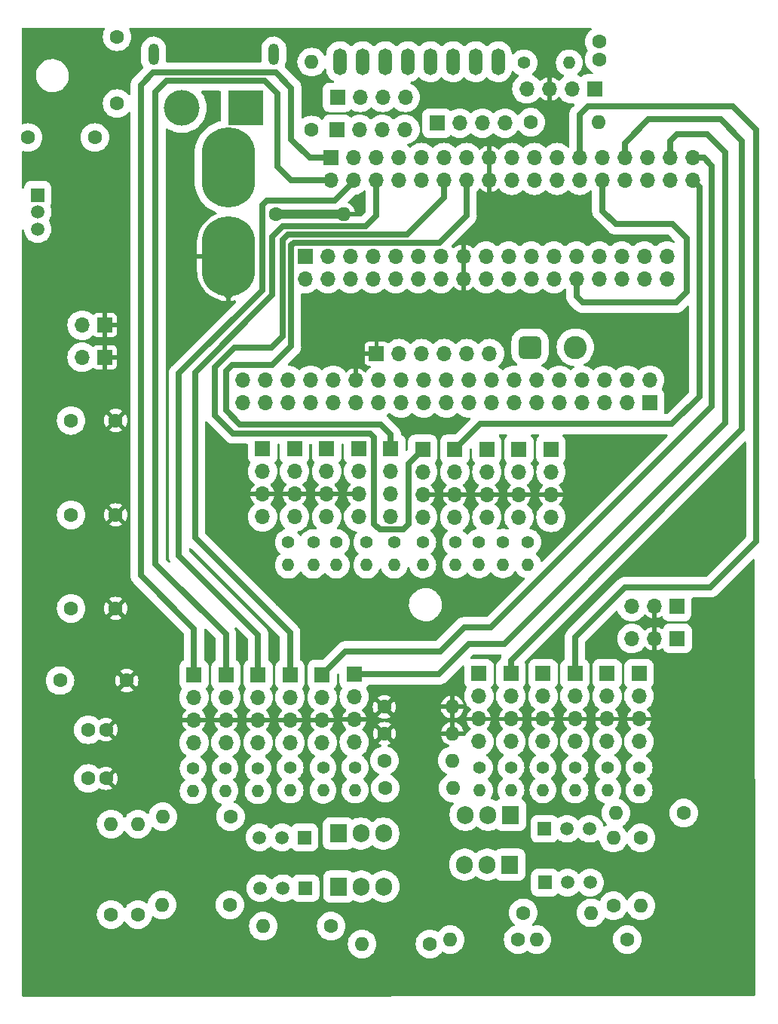
<source format=gbr>
%TF.GenerationSoftware,KiCad,Pcbnew,7.0.2*%
%TF.CreationDate,2023-07-14T13:18:19-03:00*%
%TF.ProjectId,HM_CENTRAL-02,484d5f43-454e-4545-9241-4c2d30322e6b,rev?*%
%TF.SameCoordinates,Original*%
%TF.FileFunction,Copper,L2,Inr*%
%TF.FilePolarity,Positive*%
%FSLAX46Y46*%
G04 Gerber Fmt 4.6, Leading zero omitted, Abs format (unit mm)*
G04 Created by KiCad (PCBNEW 7.0.2) date 2023-07-14 13:18:19*
%MOMM*%
%LPD*%
G01*
G04 APERTURE LIST*
G04 Aperture macros list*
%AMRoundRect*
0 Rectangle with rounded corners*
0 $1 Rounding radius*
0 $2 $3 $4 $5 $6 $7 $8 $9 X,Y pos of 4 corners*
0 Add a 4 corners polygon primitive as box body*
4,1,4,$2,$3,$4,$5,$6,$7,$8,$9,$2,$3,0*
0 Add four circle primitives for the rounded corners*
1,1,$1+$1,$2,$3*
1,1,$1+$1,$4,$5*
1,1,$1+$1,$6,$7*
1,1,$1+$1,$8,$9*
0 Add four rect primitives between the rounded corners*
20,1,$1+$1,$2,$3,$4,$5,0*
20,1,$1+$1,$4,$5,$6,$7,0*
20,1,$1+$1,$6,$7,$8,$9,0*
20,1,$1+$1,$8,$9,$2,$3,0*%
%AMHorizOval*
0 Thick line with rounded ends*
0 $1 width*
0 $2 $3 position (X,Y) of the first rounded end (center of the circle)*
0 $4 $5 position (X,Y) of the second rounded end (center of the circle)*
0 Add line between two ends*
20,1,$1,$2,$3,$4,$5,0*
0 Add two circle primitives to create the rounded ends*
1,1,$1,$2,$3*
1,1,$1,$4,$5*%
G04 Aperture macros list end*
%TA.AperFunction,ComponentPad*%
%ADD10R,1.905000X2.000000*%
%TD*%
%TA.AperFunction,ComponentPad*%
%ADD11O,1.905000X2.000000*%
%TD*%
%TA.AperFunction,ComponentPad*%
%ADD12C,1.400000*%
%TD*%
%TA.AperFunction,ComponentPad*%
%ADD13O,1.400000X1.400000*%
%TD*%
%TA.AperFunction,ComponentPad*%
%ADD14R,1.700000X1.700000*%
%TD*%
%TA.AperFunction,ComponentPad*%
%ADD15O,1.700000X1.700000*%
%TD*%
%TA.AperFunction,ComponentPad*%
%ADD16C,1.600000*%
%TD*%
%TA.AperFunction,ComponentPad*%
%ADD17O,1.600000X1.600000*%
%TD*%
%TA.AperFunction,ComponentPad*%
%ADD18O,1.500000X3.000000*%
%TD*%
%TA.AperFunction,ComponentPad*%
%ADD19RoundRect,0.650000X-0.650000X-0.650000X0.650000X-0.650000X0.650000X0.650000X-0.650000X0.650000X0*%
%TD*%
%TA.AperFunction,ComponentPad*%
%ADD20C,2.600000*%
%TD*%
%TA.AperFunction,ComponentPad*%
%ADD21R,1.500000X1.500000*%
%TD*%
%TA.AperFunction,ComponentPad*%
%ADD22C,1.500000*%
%TD*%
%TA.AperFunction,ComponentPad*%
%ADD23HorizOval,0.800000X0.000000X0.000000X0.000000X0.000000X0*%
%TD*%
%TA.AperFunction,ComponentPad*%
%ADD24HorizOval,0.800000X0.000000X0.000000X0.000000X0.000000X0*%
%TD*%
%TA.AperFunction,ComponentPad*%
%ADD25C,0.800000*%
%TD*%
%TA.AperFunction,ComponentPad*%
%ADD26O,6.000000X9.000000*%
%TD*%
%TA.AperFunction,ComponentPad*%
%ADD27R,4.000000X4.000000*%
%TD*%
%TA.AperFunction,ComponentPad*%
%ADD28C,4.000000*%
%TD*%
%TA.AperFunction,ComponentPad*%
%ADD29O,1.200000X2.400000*%
%TD*%
%TA.AperFunction,Conductor*%
%ADD30C,1.000000*%
%TD*%
%TA.AperFunction,Conductor*%
%ADD31C,0.700000*%
%TD*%
G04 APERTURE END LIST*
D10*
%TO.N,Net-(Q3-C)*%
%TO.C,Q4*%
X98390000Y-130590000D03*
D11*
%TO.N,R_ARM_GND*%
X95850000Y-130590000D03*
%TO.N,GND*%
X93310000Y-130590000D03*
%TD*%
D12*
%TO.N,L_TX_CURRENT*%
%TO.C,RM5*%
X73500000Y-94420000D03*
D13*
%TO.N,L_ARM_GND*%
X73500000Y-96960000D03*
%TD*%
D12*
%TO.N,L_ANK_CURRENT*%
%TO.C,RM10*%
X77400000Y-119710000D03*
D13*
%TO.N,L_LEG_GND*%
X77400000Y-122250000D03*
%TD*%
D14*
%TO.N,R_TX_POT*%
%TO.C,M18*%
X88600000Y-83960000D03*
D15*
%TO.N,R_TX_PWM*%
X88600000Y-86500000D03*
%TO.N,SERVO_VCC*%
X88600000Y-89040000D03*
%TO.N,R_TX_CURRENT*%
X88600000Y-91580000D03*
%TD*%
D16*
%TO.N,SHUTOFF*%
%TO.C,R7*%
X56600000Y-136200000D03*
D17*
%TO.N,Net-(Q5-B)*%
X56600000Y-126040000D03*
%TD*%
D16*
%TO.N,L_ARM_CONTROL*%
%TO.C,R2*%
X89400000Y-139500000D03*
D17*
%TO.N,Net-(Q1-C)*%
X81780000Y-139500000D03*
%TD*%
D14*
%TO.N,L_ELBR_POT*%
%TO.C,M3*%
X77800000Y-83920000D03*
D15*
%TO.N,L_ELBR_PWM*%
X77800000Y-86460000D03*
%TO.N,SERVO_VCC*%
X77800000Y-89000000D03*
%TO.N,L_ELBR_CURRENT*%
X77800000Y-91540000D03*
%TD*%
D16*
%TO.N,3V3*%
%TO.C,C7*%
X108420000Y-38200000D03*
%TO.N,GND*%
X108420000Y-40200000D03*
%TD*%
D14*
%TO.N,GND*%
%TO.C,J6*%
X117180000Y-105200000D03*
D15*
%TO.N,SERVO_VCC*%
X114640000Y-105200000D03*
%TO.N,R_FT_ANGLE*%
X112100000Y-105200000D03*
%TD*%
D12*
%TO.N,R_ELB_CURRENT*%
%TO.C,RM21*%
X97600000Y-94380000D03*
D13*
%TO.N,R_ARM_GND*%
X97600000Y-96920000D03*
%TD*%
D12*
%TO.N,R_FT_CURRENT*%
%TO.C,RM14*%
X95000000Y-119680000D03*
D13*
%TO.N,R_LEG_GND*%
X95000000Y-122220000D03*
%TD*%
D16*
%TO.N,SHUTOFF*%
%TO.C,R4*%
X99890000Y-136000000D03*
D17*
%TO.N,Net-(Q3-B)*%
X107510000Y-136000000D03*
%TD*%
D14*
%TO.N,R_SH_POT*%
%TO.C,M19*%
X92200000Y-83960000D03*
D15*
%TO.N,R_SH_PWM*%
X92200000Y-86500000D03*
%TO.N,SERVO_VCC*%
X92200000Y-89040000D03*
%TO.N,R_SH_CURRENT*%
X92200000Y-91580000D03*
%TD*%
D18*
%TO.N,unconnected-(U3-PadADO)*%
%TO.C,U3*%
X94530000Y-40440000D03*
%TO.N,GND*%
X81830000Y-40440000D03*
%TO.N,unconnected-(U3-PadINT)*%
X97070000Y-40440000D03*
%TO.N,SCL*%
X84370000Y-40440000D03*
%TO.N,SDA*%
X86910000Y-40440000D03*
%TO.N,3V3*%
X79290000Y-40440000D03*
%TO.N,unconnected-(U3-PadXCL)*%
X89450000Y-40440000D03*
%TO.N,unconnected-(U3-PadXDA)*%
X91990000Y-40440000D03*
%TD*%
D19*
%TO.N,3V3*%
%TO.C,J7*%
X100660000Y-72500000D03*
D20*
%TO.N,SHUTOFF*%
X105740000Y-72500000D03*
%TD*%
D14*
%TO.N,HD_POT*%
%TO.C,M23*%
X107920000Y-43490000D03*
D15*
%TO.N,HD_PWM*%
X105380000Y-43490000D03*
%TO.N,SERVO_VCC*%
X102840000Y-43490000D03*
%TO.N,HD_CURRENT*%
X100300000Y-43490000D03*
%TD*%
D14*
%TO.N,GND*%
%TO.C,J5*%
X117140000Y-101600000D03*
D15*
%TO.N,SERVO_VCC*%
X114600000Y-101600000D03*
%TO.N,L_FT_ANGLE*%
X112060000Y-101600000D03*
%TD*%
D16*
%TO.N,GND*%
%TO.C,C9*%
X51770000Y-48940000D03*
%TO.N,I_SENS*%
X44270000Y-48940000D03*
%TD*%
%TO.N,R_ARM_CONTROL*%
%TO.C,R5*%
X111560000Y-139000000D03*
D17*
%TO.N,Net-(Q3-C)*%
X101400000Y-139000000D03*
%TD*%
D10*
%TO.N,Net-(Q7-C)*%
%TO.C,Q8*%
X98450000Y-125005000D03*
D11*
%TO.N,R_LEG_GND*%
X95910000Y-125005000D03*
%TO.N,GND*%
X93370000Y-125005000D03*
%TD*%
D21*
%TO.N,Net-(Q7-C)*%
%TO.C,Q7*%
X102270000Y-126570000D03*
D22*
%TO.N,Net-(Q7-B)*%
X104810000Y-126570000D03*
%TO.N,GND*%
X107350000Y-126570000D03*
%TD*%
D14*
%TO.N,L_SH_POT*%
%TO.C,M4*%
X74200000Y-83920000D03*
D15*
%TO.N,L_SH_PWM*%
X74200000Y-86460000D03*
%TO.N,SERVO_VCC*%
X74200000Y-89000000D03*
%TO.N,L_SH_CURRENT*%
X74200000Y-91540000D03*
%TD*%
D16*
%TO.N,3V3*%
%TO.C,C8*%
X54270000Y-37630000D03*
%TO.N,GND*%
X54270000Y-45130000D03*
%TD*%
%TO.N,Net-(Q7-C)*%
%TO.C,R35*%
X113100000Y-127590000D03*
D17*
%TO.N,GND*%
X113100000Y-135210000D03*
%TD*%
D14*
%TO.N,3V3*%
%TO.C,J9*%
X78990000Y-48040000D03*
D15*
%TO.N,GND*%
X81530000Y-48040000D03*
%TO.N,SCL*%
X84070000Y-48040000D03*
%TO.N,SDA*%
X86610000Y-48040000D03*
%TD*%
D16*
%TO.N,Net-(Q1-C)*%
%TO.C,R3*%
X66942500Y-135100000D03*
D17*
%TO.N,GND*%
X59322500Y-135100000D03*
%TD*%
D12*
%TO.N,HD_CURRENT*%
%TO.C,RM23*%
X99970000Y-40570000D03*
D13*
%TO.N,GND*%
X105050000Y-40570000D03*
%TD*%
D14*
%TO.N,R_FT_POT*%
%TO.C,M12*%
X94900000Y-109160000D03*
D15*
%TO.N,R_FT_PWM*%
X94900000Y-111700000D03*
%TO.N,SERVO_VCC*%
X94900000Y-114240000D03*
%TO.N,R_FT_CURRENT*%
X94900000Y-116780000D03*
%TD*%
D16*
%TO.N,SERVO_VCC*%
%TO.C,C1*%
X55355000Y-109920000D03*
%TO.N,GND*%
X47855000Y-109920000D03*
%TD*%
D12*
%TO.N,L_TG_CURRENT*%
%TO.C,RM7*%
X66400000Y-119760000D03*
D13*
%TO.N,L_LEG_GND*%
X66400000Y-122300000D03*
%TD*%
D14*
%TO.N,L_HP_POT*%
%TO.C,J4*%
X78280000Y-51210000D03*
D15*
%TO.N,L_TG_POT*%
X78280000Y-53750000D03*
%TO.N,GND*%
X80820000Y-51210000D03*
%TO.N,L_KNR_POT*%
X80820000Y-53750000D03*
%TO.N,GND*%
X83360000Y-51210000D03*
%TO.N,L_KN_POT*%
X83360000Y-53750000D03*
%TO.N,SCL*%
X85900000Y-51210000D03*
%TO.N,GND*%
X85900000Y-53750000D03*
%TO.N,SDA*%
X88440000Y-51210000D03*
%TO.N,GND*%
X88440000Y-53750000D03*
%TO.N,3V3*%
X90980000Y-51210000D03*
%TO.N,R_TX_POT*%
X90980000Y-53750000D03*
%TO.N,GND*%
X93520000Y-51210000D03*
%TO.N,L_HND_POT*%
X93520000Y-53750000D03*
%TO.N,SERVO_VCC*%
X96060000Y-51210000D03*
X96060000Y-53750000D03*
%TO.N,HD_POT*%
X98600000Y-51210000D03*
%TO.N,L_TX_POT*%
X98600000Y-53750000D03*
%TO.N,R_HP_POT*%
X101140000Y-51210000D03*
%TO.N,L_SH_POT*%
X101140000Y-53750000D03*
%TO.N,R_TG_POT*%
X103680000Y-51210000D03*
%TO.N,L_ELBR_POT*%
X103680000Y-53750000D03*
%TO.N,R_KNR_POT*%
X106220000Y-51210000D03*
%TO.N,L_ELB_POT*%
X106220000Y-53750000D03*
%TO.N,R_KN_POT*%
X108760000Y-51210000D03*
%TO.N,SHUTOFF*%
X108760000Y-53750000D03*
%TO.N,R_ANK_POT*%
X111300000Y-51210000D03*
%TO.N,R_ELBR_POT*%
X111300000Y-53750000D03*
%TO.N,R_FT_POT*%
X113840000Y-51210000D03*
%TO.N,R_ELB_POT*%
X113840000Y-53750000D03*
%TO.N,L_FT_POT*%
X116380000Y-51210000D03*
%TO.N,R_HND_POT*%
X116380000Y-53750000D03*
%TO.N,L_ANK_POT*%
X118920000Y-51210000D03*
%TO.N,R_SH_POT*%
X118920000Y-53750000D03*
%TD*%
D14*
%TO.N,L_KNR_POT*%
%TO.C,M8*%
X70100000Y-109260000D03*
D15*
%TO.N,L_KNR_PWM*%
X70100000Y-111800000D03*
%TO.N,SERVO_VCC*%
X70100000Y-114340000D03*
%TO.N,L_KNR_CURRENT*%
X70100000Y-116880000D03*
%TD*%
D10*
%TO.N,Net-(Q5-C)*%
%TO.C,Q6*%
X79120000Y-127100000D03*
D11*
%TO.N,L_LEG_GND*%
X81660000Y-127100000D03*
%TO.N,GND*%
X84200000Y-127100000D03*
%TD*%
D12*
%TO.N,R_HP_CURRENT*%
%TO.C,RM17*%
X112900000Y-119680000D03*
D13*
%TO.N,R_LEG_GND*%
X112900000Y-122220000D03*
%TD*%
D12*
%TO.N,R_KNR_CURRENT*%
%TO.C,RM15*%
X105700000Y-119680000D03*
D13*
%TO.N,R_LEG_GND*%
X105700000Y-122220000D03*
%TD*%
D12*
%TO.N,R_TX_CURRENT*%
%TO.C,RM18*%
X88600000Y-94400000D03*
D13*
%TO.N,R_ARM_GND*%
X88600000Y-96940000D03*
%TD*%
D12*
%TO.N,L_HND_CURRENT*%
%TO.C,RM1*%
X85400000Y-94420000D03*
D13*
%TO.N,L_ARM_GND*%
X85400000Y-96960000D03*
%TD*%
D12*
%TO.N,L_SH_CURRENT*%
%TO.C,RM4*%
X76300000Y-94420000D03*
D13*
%TO.N,L_ARM_GND*%
X76300000Y-96960000D03*
%TD*%
D14*
%TO.N,3V3*%
%TO.C,J10*%
X90190000Y-47330000D03*
D15*
%TO.N,GND*%
X92730000Y-47330000D03*
%TO.N,SCL*%
X95270000Y-47330000D03*
%TO.N,SDA*%
X97810000Y-47330000D03*
%TD*%
D21*
%TO.N,3V3*%
%TO.C,U1*%
X45355000Y-55400000D03*
D22*
%TO.N,GND*%
X45355000Y-57310000D03*
%TO.N,I_SENS*%
X45355000Y-59220000D03*
D23*
%TO.N,SERVO_VCC*%
X67385000Y-58360000D03*
D24*
X66125000Y-58360000D03*
D25*
X68415000Y-59110000D03*
X65095000Y-59110000D03*
X68805000Y-60310000D03*
X64705000Y-60310000D03*
X68805000Y-61640000D03*
X64705000Y-61640000D03*
D26*
X66755000Y-62310000D03*
D25*
X68805000Y-62980000D03*
X64705000Y-62980000D03*
X68805000Y-64310000D03*
X64705000Y-64310000D03*
X68415000Y-65510000D03*
X65095000Y-65510000D03*
X67385000Y-66260000D03*
X66125000Y-66260000D03*
%TO.N,Net-(J1-+)*%
X67385000Y-48360000D03*
X66125000Y-48360000D03*
X68415000Y-49110000D03*
X65095000Y-49110000D03*
X68805000Y-50310000D03*
X64705000Y-50310000D03*
X68805000Y-51640000D03*
X64705000Y-51640000D03*
D26*
X66755000Y-52310000D03*
D25*
X68805000Y-52980000D03*
X64705000Y-52980000D03*
X68805000Y-54310000D03*
X64705000Y-54310000D03*
X68415000Y-55510000D03*
X65095000Y-55510000D03*
D24*
X67385000Y-56260000D03*
D23*
X66125000Y-56260000D03*
%TD*%
D16*
%TO.N,SERVO_VCC*%
%TO.C,R17*%
X72100000Y-57520000D03*
D17*
X79720000Y-57520000D03*
%TD*%
D14*
%TO.N,R_HP_POT*%
%TO.C,M17*%
X112900000Y-109160000D03*
D15*
%TO.N,R_HP_PWM*%
X112900000Y-111700000D03*
%TO.N,SERVO_VCC*%
X112900000Y-114240000D03*
%TO.N,R_HP_CURRENT*%
X112900000Y-116780000D03*
%TD*%
D14*
%TO.N,L_FT_POT*%
%TO.C,M11*%
X80900000Y-109240000D03*
D15*
%TO.N,L_FT_PWM*%
X80900000Y-111780000D03*
%TO.N,SERVO_VCC*%
X80900000Y-114320000D03*
%TO.N,L_FT_CURRENT*%
X80900000Y-116860000D03*
%TD*%
D10*
%TO.N,Net-(Q1-C)*%
%TO.C,Q2*%
X79160000Y-133045000D03*
D11*
%TO.N,L_ARM_GND*%
X81700000Y-133045000D03*
%TO.N,GND*%
X84240000Y-133045000D03*
%TD*%
D16*
%TO.N,SERVO_VCC*%
%TO.C,C6*%
X54105000Y-101820000D03*
%TO.N,GND*%
X49105000Y-101820000D03*
%TD*%
%TO.N,SERVO_VCC*%
%TO.C,C2*%
X53020000Y-115440000D03*
%TO.N,GND*%
X51020000Y-115440000D03*
%TD*%
D14*
%TO.N,L_KN_POT*%
%TO.C,M9*%
X73700000Y-109260000D03*
D15*
%TO.N,L_KN_PWM*%
X73700000Y-111800000D03*
%TO.N,SERVO_VCC*%
X73700000Y-114340000D03*
%TO.N,L_KN_CURRENT*%
X73700000Y-116880000D03*
%TD*%
D12*
%TO.N,L_KN_CURRENT*%
%TO.C,RM11*%
X73700000Y-119680000D03*
D13*
%TO.N,L_LEG_GND*%
X73700000Y-122220000D03*
%TD*%
D16*
%TO.N,SDA*%
%TO.C,R39*%
X100720000Y-47230000D03*
D17*
%TO.N,3V3*%
X108340000Y-47230000D03*
%TD*%
D14*
%TO.N,R_ANK_POT*%
%TO.C,M13*%
X98500000Y-109160000D03*
D15*
%TO.N,R_ANK_PWM*%
X98500000Y-111700000D03*
%TO.N,SERVO_VCC*%
X98500000Y-114240000D03*
%TO.N,R_ANK_CURRENT*%
X98500000Y-116780000D03*
%TD*%
D14*
%TO.N,R_ELBR_POT*%
%TO.C,M20*%
X95800000Y-83960000D03*
D15*
%TO.N,R_ELBR_PWM*%
X95800000Y-86500000D03*
%TO.N,SERVO_VCC*%
X95800000Y-89040000D03*
%TO.N,R_ELBR_CURRENT*%
X95800000Y-91580000D03*
%TD*%
D14*
%TO.N,R_KNR_POT*%
%TO.C,M15*%
X105700000Y-109160000D03*
D15*
%TO.N,R_KNR_PWM*%
X105700000Y-111700000D03*
%TO.N,SERVO_VCC*%
X105700000Y-114240000D03*
%TO.N,R_KNR_CURRENT*%
X105700000Y-116780000D03*
%TD*%
D21*
%TO.N,Net-(Q5-C)*%
%TO.C,Q5*%
X75340000Y-127540000D03*
D22*
%TO.N,Net-(Q5-B)*%
X72800000Y-127540000D03*
%TO.N,GND*%
X70260000Y-127540000D03*
%TD*%
D14*
%TO.N,L_HND_POT*%
%TO.C,M1*%
X85000000Y-83920000D03*
D15*
%TO.N,L_HND_PWM*%
X85000000Y-86460000D03*
%TO.N,SERVO_VCC*%
X85000000Y-89000000D03*
%TO.N,L_HND_CURRENT*%
X85000000Y-91540000D03*
%TD*%
D12*
%TO.N,R_ELBR_CURRENT*%
%TO.C,RM20*%
X94900000Y-94400000D03*
D13*
%TO.N,R_ARM_GND*%
X94900000Y-96940000D03*
%TD*%
D14*
%TO.N,L_TX_POT*%
%TO.C,M5*%
X70600000Y-83920000D03*
D15*
%TO.N,L_TX_PWM*%
X70600000Y-86460000D03*
%TO.N,SERVO_VCC*%
X70600000Y-89000000D03*
%TO.N,L_TX_CURRENT*%
X70600000Y-91540000D03*
%TD*%
D14*
%TO.N,L_HP_CURRENT*%
%TO.C,J3*%
X75380000Y-62270000D03*
D15*
%TO.N,L_TG_CURRENT*%
X75380000Y-64810000D03*
%TO.N,L_LEG_GND*%
X77920000Y-62270000D03*
%TO.N,L_KNR_CURRENT*%
X77920000Y-64810000D03*
%TO.N,R_LEG_GND*%
X80460000Y-62270000D03*
%TO.N,L_KN_CURRENT*%
X80460000Y-64810000D03*
%TO.N,SCL*%
X83000000Y-62270000D03*
%TO.N,R_ARM_GND*%
X83000000Y-64810000D03*
%TO.N,SDA*%
X85540000Y-62270000D03*
%TO.N,L_ARM_GND*%
X85540000Y-64810000D03*
%TO.N,3V3*%
X88080000Y-62270000D03*
%TO.N,R_TX_CURRENT*%
X88080000Y-64810000D03*
%TO.N,GND*%
X90620000Y-62270000D03*
%TO.N,L_HND_CURRENT*%
X90620000Y-64810000D03*
%TO.N,SERVO_VCC*%
X93160000Y-62270000D03*
X93160000Y-64810000D03*
%TO.N,HD_CURRENT*%
X95700000Y-62270000D03*
%TO.N,L_TX_CURRENT*%
X95700000Y-64810000D03*
%TO.N,R_HP_CURRENT*%
X98240000Y-62270000D03*
%TO.N,L_SH_CURRENT*%
X98240000Y-64810000D03*
%TO.N,R_TG_CURRENT*%
X100780000Y-62270000D03*
%TO.N,L_ELBR_CURRENT*%
X100780000Y-64810000D03*
%TO.N,R_KNR_CURRENT*%
X103320000Y-62270000D03*
%TO.N,L_ELB_CURRENT*%
X103320000Y-64810000D03*
%TO.N,R_KN_CURRENT*%
X105860000Y-62270000D03*
%TO.N,SHUTOFF*%
X105860000Y-64810000D03*
%TO.N,R_ANK_CURRENT*%
X108400000Y-62270000D03*
%TO.N,R_ELBR_CURRENT*%
X108400000Y-64810000D03*
%TO.N,R_FT_CURRENT*%
X110940000Y-62270000D03*
%TO.N,R_ELB_CURRENT*%
X110940000Y-64810000D03*
%TO.N,L_FT_CURRENT*%
X113480000Y-62270000D03*
%TO.N,R_HND_CURRENT*%
X113480000Y-64810000D03*
%TO.N,L_ANK_CURRENT*%
X116020000Y-62270000D03*
%TO.N,R_SH_CURRENT*%
X116020000Y-64810000D03*
%TD*%
D12*
%TO.N,R_TG_CURRENT*%
%TO.C,RM16*%
X109400000Y-119680000D03*
D13*
%TO.N,R_LEG_GND*%
X109400000Y-122220000D03*
%TD*%
D21*
%TO.N,Net-(Q3-C)*%
%TO.C,Q3*%
X102310000Y-132610000D03*
D22*
%TO.N,Net-(Q3-B)*%
X104850000Y-132610000D03*
%TO.N,GND*%
X107390000Y-132610000D03*
%TD*%
D12*
%TO.N,R_KN_CURRENT*%
%TO.C,RM12*%
X102100000Y-119660000D03*
D13*
%TO.N,R_LEG_GND*%
X102100000Y-122200000D03*
%TD*%
D14*
%TO.N,R_TG_POT*%
%TO.C,M16*%
X109300000Y-109160000D03*
D15*
%TO.N,R_TG_PWM*%
X109300000Y-111700000D03*
%TO.N,SERVO_VCC*%
X109300000Y-114240000D03*
%TO.N,R_TG_CURRENT*%
X109300000Y-116780000D03*
%TD*%
D14*
%TO.N,L_HP_POT*%
%TO.C,M6*%
X62900000Y-109260000D03*
D15*
%TO.N,L_HP_PWM*%
X62900000Y-111800000D03*
%TO.N,SERVO_VCC*%
X62900000Y-114340000D03*
%TO.N,L_HP_CURRENT*%
X62900000Y-116880000D03*
%TD*%
D21*
%TO.N,Net-(Q1-C)*%
%TO.C,Q1*%
X75440000Y-133240000D03*
D22*
%TO.N,Net-(Q1-B)*%
X72900000Y-133240000D03*
%TO.N,GND*%
X70360000Y-133240000D03*
%TD*%
D12*
%TO.N,R_SH_CURRENT*%
%TO.C,RM19*%
X92300000Y-94400000D03*
D13*
%TO.N,R_ARM_GND*%
X92300000Y-96940000D03*
%TD*%
D14*
%TO.N,L_TG_POT*%
%TO.C,M7*%
X66500000Y-109260000D03*
D15*
%TO.N,L_TG_PWM*%
X66500000Y-111800000D03*
%TO.N,SERVO_VCC*%
X66500000Y-114340000D03*
%TO.N,L_TG_CURRENT*%
X66500000Y-116880000D03*
%TD*%
D14*
%TO.N,R_ELB_POT*%
%TO.C,M21*%
X99400000Y-83960000D03*
D15*
%TO.N,R_ELB_PWM*%
X99400000Y-86500000D03*
%TO.N,SERVO_VCC*%
X99400000Y-89040000D03*
%TO.N,R_ELB_CURRENT*%
X99400000Y-91580000D03*
%TD*%
D16*
%TO.N,Net-(Q5-C)*%
%TO.C,R9*%
X67010000Y-125200000D03*
D17*
%TO.N,GND*%
X59390000Y-125200000D03*
%TD*%
D16*
%TO.N,SERVO_VCC*%
%TO.C,C5*%
X54105000Y-91320000D03*
%TO.N,GND*%
X49105000Y-91320000D03*
%TD*%
D12*
%TO.N,L_ELB_CURRENT*%
%TO.C,RM2*%
X82300000Y-94420000D03*
D13*
%TO.N,L_ARM_GND*%
X82300000Y-96960000D03*
%TD*%
D14*
%TO.N,SERVO_VCC*%
%TO.C,M24*%
X52880000Y-73620000D03*
D15*
%TO.N,GND*%
X50340000Y-73620000D03*
%TD*%
D12*
%TO.N,L_ELBR_CURRENT*%
%TO.C,RM3*%
X78900000Y-94420000D03*
D13*
%TO.N,L_ARM_GND*%
X78900000Y-96960000D03*
%TD*%
D16*
%TO.N,GND*%
%TO.C,R16*%
X84290000Y-118900000D03*
D17*
X91910000Y-118900000D03*
%TD*%
D14*
%TO.N,SERVO_VCC*%
%TO.C,M25*%
X52880000Y-70020000D03*
D15*
%TO.N,GND*%
X50340000Y-70020000D03*
%TD*%
D14*
%TO.N,L_FT_ANGLE*%
%TO.C,J2*%
X114080000Y-78740000D03*
D15*
%TO.N,R_LEG_CONTROL*%
X114080000Y-76200000D03*
%TO.N,R_FT_ANGLE*%
X111540000Y-78740000D03*
%TO.N,R_ARM_CONTROL*%
X111540000Y-76200000D03*
%TO.N,R_HP_PWM*%
X109000000Y-78740000D03*
%TO.N,L_ARM_CONTROL*%
X109000000Y-76200000D03*
%TO.N,R_TG_PWM*%
X106460000Y-78740000D03*
%TO.N,L_LEG_CONTROL*%
X106460000Y-76200000D03*
%TO.N,R_KNR_PWM*%
X103920000Y-78740000D03*
%TO.N,SHUTOFF*%
X103920000Y-76200000D03*
%TO.N,R_KN_PWM*%
X101380000Y-78740000D03*
%TO.N,I_SENS*%
X101380000Y-76200000D03*
%TO.N,R_ANK_PWM*%
X98840000Y-78740000D03*
%TO.N,3V3*%
X98840000Y-76200000D03*
%TO.N,R_FT_PWM*%
X96300000Y-78740000D03*
%TO.N,HD_PWM*%
X96300000Y-76200000D03*
%TO.N,R_HND_PWM*%
X93760000Y-78740000D03*
%TO.N,MAIN_TX*%
X93760000Y-76200000D03*
%TO.N,R_ELB_PWM*%
X91220000Y-78740000D03*
%TO.N,MAIN_RX*%
X91220000Y-76200000D03*
%TO.N,R_ELBR_PWM*%
X88680000Y-78740000D03*
%TO.N,SDA*%
X88680000Y-76200000D03*
%TO.N,R_SH_PWM*%
X86140000Y-78740000D03*
%TO.N,SCL*%
X86140000Y-76200000D03*
%TO.N,R_TX_PWM*%
X83600000Y-78740000D03*
%TO.N,GND*%
X83600000Y-76200000D03*
%TO.N,L_HND_PWM*%
X81060000Y-78740000D03*
%TO.N,SERVO_VCC*%
X81060000Y-76200000D03*
%TO.N,L_ELB_PWM*%
X78520000Y-78740000D03*
%TO.N,L_HP_PWM*%
X78520000Y-76200000D03*
%TO.N,L_ELBR_PWM*%
X75980000Y-78740000D03*
%TO.N,L_TG_PWM*%
X75980000Y-76200000D03*
%TO.N,L_SH_PWM*%
X73440000Y-78740000D03*
%TO.N,L_KNR_PWM*%
X73440000Y-76200000D03*
%TO.N,L_TX_PWM*%
X70900000Y-78740000D03*
%TO.N,L_KN_PWM*%
X70900000Y-76200000D03*
%TO.N,L_FT_PWM*%
X68360000Y-78740000D03*
%TO.N,L_ANK_PWM*%
X68360000Y-76200000D03*
%TD*%
D12*
%TO.N,R_HND_CURRENT*%
%TO.C,RM22*%
X100400000Y-94380000D03*
D13*
%TO.N,R_ARM_GND*%
X100400000Y-96920000D03*
%TD*%
D14*
%TO.N,3V3*%
%TO.C,J8*%
X79010000Y-44440000D03*
D15*
%TO.N,GND*%
X81550000Y-44440000D03*
%TO.N,SCL*%
X84090000Y-44440000D03*
%TO.N,SDA*%
X86630000Y-44440000D03*
%TD*%
D16*
%TO.N,SERVO_VCC*%
%TO.C,C3*%
X53020000Y-120910000D03*
%TO.N,GND*%
X51020000Y-120910000D03*
%TD*%
%TO.N,SERVO_VCC*%
%TO.C,C4*%
X54105000Y-80720000D03*
%TO.N,GND*%
X49105000Y-80720000D03*
%TD*%
%TO.N,R_LEG_CONTROL*%
%TO.C,R34*%
X117910000Y-124800000D03*
D17*
%TO.N,Net-(Q7-C)*%
X110290000Y-124800000D03*
%TD*%
D14*
%TO.N,R_HND_POT*%
%TO.C,M22*%
X103000000Y-83980000D03*
D15*
%TO.N,R_HND_PWM*%
X103000000Y-86520000D03*
%TO.N,SERVO_VCC*%
X103000000Y-89060000D03*
%TO.N,R_HND_CURRENT*%
X103000000Y-91600000D03*
%TD*%
D27*
%TO.N,Net-(J1-+)*%
%TO.C,J1*%
X68720000Y-45615750D03*
D28*
%TO.N,GND*%
X61520000Y-45615750D03*
D29*
%TO.N,N/C*%
X71870000Y-39615750D03*
X58370000Y-39615750D03*
%TD*%
D12*
%TO.N,L_FT_CURRENT*%
%TO.C,RM9*%
X81000000Y-119680000D03*
D13*
%TO.N,L_LEG_GND*%
X81000000Y-122220000D03*
%TD*%
D14*
%TO.N,R_KN_POT*%
%TO.C,M14*%
X102100000Y-109160000D03*
D15*
%TO.N,R_KN_PWM*%
X102100000Y-111700000D03*
%TO.N,SERVO_VCC*%
X102100000Y-114240000D03*
%TO.N,R_KN_CURRENT*%
X102100000Y-116780000D03*
%TD*%
D16*
%TO.N,SCL*%
%TO.C,R38*%
X76120000Y-48100000D03*
D17*
%TO.N,3V3*%
X76120000Y-40480000D03*
%TD*%
D16*
%TO.N,SHUTOFF*%
%TO.C,R1*%
X78310000Y-137500000D03*
D17*
%TO.N,Net-(Q1-B)*%
X70690000Y-137500000D03*
%TD*%
D16*
%TO.N,GND*%
%TO.C,R13*%
X84390000Y-122000000D03*
D17*
X92010000Y-122000000D03*
%TD*%
D16*
%TO.N,L_LEG_CONTROL*%
%TO.C,R8*%
X53600000Y-136200000D03*
D17*
%TO.N,Net-(Q5-C)*%
X53600000Y-126040000D03*
%TD*%
D12*
%TO.N,R_ANK_CURRENT*%
%TO.C,RM13*%
X98500000Y-119660000D03*
D13*
%TO.N,R_LEG_GND*%
X98500000Y-122200000D03*
%TD*%
D16*
%TO.N,SERVO_VCC*%
%TO.C,R11*%
X84290000Y-112880000D03*
D17*
X91910000Y-112880000D03*
%TD*%
D16*
%TO.N,Net-(Q3-C)*%
%TO.C,R6*%
X99310000Y-139000000D03*
D17*
%TO.N,GND*%
X91690000Y-139000000D03*
%TD*%
D16*
%TO.N,SHUTOFF*%
%TO.C,R10*%
X110000000Y-135210000D03*
D17*
%TO.N,Net-(Q7-B)*%
X110000000Y-127590000D03*
%TD*%
D16*
%TO.N,SERVO_VCC*%
%TO.C,R12*%
X84300000Y-115880000D03*
D17*
X91920000Y-115880000D03*
%TD*%
D14*
%TO.N,L_ELB_POT*%
%TO.C,M2*%
X81400000Y-83920000D03*
D15*
%TO.N,L_ELB_PWM*%
X81400000Y-86460000D03*
%TO.N,SERVO_VCC*%
X81400000Y-89000000D03*
%TO.N,L_ELB_CURRENT*%
X81400000Y-91540000D03*
%TD*%
D12*
%TO.N,L_KNR_CURRENT*%
%TO.C,RM8*%
X70100000Y-119760000D03*
D13*
%TO.N,L_LEG_GND*%
X70100000Y-122300000D03*
%TD*%
D12*
%TO.N,L_HP_CURRENT*%
%TO.C,RM6*%
X62800000Y-119760000D03*
D13*
%TO.N,L_LEG_GND*%
X62800000Y-122300000D03*
%TD*%
D14*
%TO.N,L_ANK_POT*%
%TO.C,M10*%
X77300000Y-109260000D03*
D15*
%TO.N,L_ANK_PWM*%
X77300000Y-111800000D03*
%TO.N,SERVO_VCC*%
X77300000Y-114340000D03*
%TO.N,L_ANK_CURRENT*%
X77300000Y-116880000D03*
%TD*%
D14*
%TO.N,SERVO_VCC*%
%TO.C,J13*%
X83410000Y-73220000D03*
D15*
%TO.N,GND*%
X85950000Y-73220000D03*
%TO.N,SCL*%
X88490000Y-73220000D03*
%TO.N,SDA*%
X91030000Y-73220000D03*
%TO.N,MAIN_RX*%
X93570000Y-73220000D03*
%TO.N,MAIN_TX*%
X96110000Y-73220000D03*
%TD*%
D30*
%TO.N,SERVO_VCC*%
X72100000Y-57520000D02*
X79720000Y-57520000D01*
D31*
%TO.N,R_TX_POT*%
X86990000Y-92380000D02*
X86990000Y-85570000D01*
X83770000Y-92950000D02*
X86420000Y-92950000D01*
X73490000Y-59840000D02*
X72870000Y-60460000D01*
X72870000Y-60460000D02*
X72870000Y-71310000D01*
X82690000Y-82180000D02*
X83150000Y-82640000D01*
X86420000Y-92950000D02*
X86990000Y-92380000D01*
X65260000Y-80120000D02*
X67320000Y-82180000D01*
X86990000Y-85570000D02*
X88600000Y-83960000D01*
X67320000Y-82180000D02*
X82690000Y-82180000D01*
X72870000Y-71310000D02*
X71620000Y-72560000D01*
X90980000Y-55720000D02*
X86860000Y-59840000D01*
X90980000Y-53750000D02*
X90980000Y-55720000D01*
X65260000Y-74710000D02*
X65260000Y-80120000D01*
X83150000Y-82640000D02*
X83150000Y-92330000D01*
X71620000Y-72560000D02*
X67410000Y-72560000D01*
X83150000Y-92330000D02*
X83770000Y-92950000D01*
X67410000Y-72560000D02*
X65260000Y-74710000D01*
X86860000Y-59840000D02*
X73490000Y-59840000D01*
%TO.N,R_SH_POT*%
X119660000Y-78040000D02*
X116570000Y-81130000D01*
X95030000Y-81130000D02*
X92200000Y-83960000D01*
X118920000Y-53750000D02*
X119660000Y-54490000D01*
X116570000Y-81130000D02*
X95030000Y-81130000D01*
X119660000Y-54490000D02*
X119660000Y-78040000D01*
%TO.N,L_HP_POT*%
X56910000Y-43070000D02*
X56910000Y-98100000D01*
X72100000Y-41650000D02*
X58330000Y-41650000D01*
X56910000Y-98100000D02*
X62900000Y-104090000D01*
X73840000Y-43390000D02*
X72100000Y-41650000D01*
X75880000Y-51210000D02*
X73840000Y-49170000D01*
X78280000Y-51210000D02*
X75880000Y-51210000D01*
X62900000Y-104090000D02*
X62900000Y-109260000D01*
X58330000Y-41650000D02*
X56910000Y-43070000D01*
X73840000Y-49170000D02*
X73840000Y-43390000D01*
%TO.N,L_TG_POT*%
X58590000Y-43810000D02*
X58590000Y-96810000D01*
X66500000Y-104720000D02*
X66500000Y-109260000D01*
X58590000Y-96810000D02*
X66500000Y-104720000D01*
X72270000Y-52230000D02*
X72270000Y-43990000D01*
X70830000Y-42550000D02*
X59850000Y-42550000D01*
X73790000Y-53750000D02*
X72270000Y-52230000D01*
X78280000Y-53750000D02*
X73790000Y-53750000D01*
X72270000Y-43990000D02*
X70830000Y-42550000D01*
X59850000Y-42550000D02*
X58590000Y-43810000D01*
%TO.N,L_FT_POT*%
X117120000Y-48580000D02*
X120500000Y-48580000D01*
X116380000Y-51210000D02*
X116380000Y-49320000D01*
X116380000Y-49320000D02*
X117120000Y-48580000D01*
X122570000Y-81000000D02*
X97720000Y-105850000D01*
X122570000Y-50650000D02*
X122570000Y-81000000D01*
X97720000Y-105850000D02*
X93800000Y-105850000D01*
X120500000Y-48580000D02*
X122570000Y-50650000D01*
X93800000Y-105850000D02*
X90410000Y-109240000D01*
X90410000Y-109240000D02*
X80900000Y-109240000D01*
%TO.N,L_KNR_POT*%
X78730000Y-56010000D02*
X71110000Y-56010000D01*
X80820000Y-53750000D02*
X80820000Y-53920000D01*
X80820000Y-53920000D02*
X78730000Y-56010000D01*
X70550000Y-56570000D02*
X70550000Y-66130000D01*
X71110000Y-56010000D02*
X70550000Y-56570000D01*
X61220000Y-75460000D02*
X61220000Y-95880000D01*
X70100000Y-104760000D02*
X70100000Y-109260000D01*
X70550000Y-66130000D02*
X61220000Y-75460000D01*
X61220000Y-95880000D02*
X70100000Y-104760000D01*
%TO.N,L_KN_POT*%
X82180000Y-58940000D02*
X72870000Y-58940000D01*
X83360000Y-57760000D02*
X82180000Y-58940000D01*
X63010000Y-93880000D02*
X73700000Y-104570000D01*
X71710000Y-66630000D02*
X63010000Y-75330000D01*
X63010000Y-75330000D02*
X63010000Y-93880000D01*
X83360000Y-53750000D02*
X83360000Y-57760000D01*
X73700000Y-104570000D02*
X73700000Y-109260000D01*
X72870000Y-58940000D02*
X71710000Y-60100000D01*
X71710000Y-60100000D02*
X71710000Y-66630000D01*
%TO.N,L_ANK_POT*%
X121070000Y-79122792D02*
X96242792Y-103950000D01*
X93240000Y-103950000D02*
X90530000Y-106660000D01*
X121070000Y-52120000D02*
X121070000Y-79122792D01*
X90530000Y-106660000D02*
X79900000Y-106660000D01*
X118920000Y-51210000D02*
X120160000Y-51210000D01*
X120160000Y-51210000D02*
X121070000Y-52120000D01*
X96242792Y-103950000D02*
X93240000Y-103950000D01*
X79900000Y-106660000D02*
X77300000Y-109260000D01*
%TO.N,R_KNR_POT*%
X106220000Y-46360000D02*
X106220000Y-51210000D01*
X123390000Y-45410000D02*
X107170000Y-45410000D01*
X105700000Y-105060000D02*
X111310000Y-99450000D01*
X105700000Y-109160000D02*
X105700000Y-105060000D01*
X126060000Y-48080000D02*
X123390000Y-45410000D01*
X126060000Y-94280000D02*
X126060000Y-48080000D01*
X111310000Y-99450000D02*
X120890000Y-99450000D01*
X107170000Y-45410000D02*
X106220000Y-46360000D01*
X120890000Y-99450000D02*
X126060000Y-94280000D01*
%TO.N,R_ANK_POT*%
X122060000Y-46930000D02*
X113960000Y-46930000D01*
X113960000Y-46930000D02*
X111300000Y-49590000D01*
X98500000Y-107660000D02*
X124440000Y-81720000D01*
X124440000Y-49310000D02*
X122060000Y-46930000D01*
X111300000Y-49590000D02*
X111300000Y-51210000D01*
X124440000Y-81720000D02*
X124440000Y-49310000D01*
X98500000Y-109070000D02*
X98500000Y-107660000D01*
%TO.N,L_HND_POT*%
X68080000Y-81170000D02*
X83860000Y-81170000D01*
X74110000Y-60740000D02*
X73790000Y-61060000D01*
X83860000Y-81170000D02*
X85000000Y-82310000D01*
X90480000Y-60740000D02*
X74110000Y-60740000D01*
X85000000Y-82310000D02*
X85000000Y-83920000D01*
X71710000Y-74490000D02*
X67220000Y-74490000D01*
X67220000Y-74490000D02*
X66510000Y-75200000D01*
X66510000Y-79600000D02*
X68080000Y-81170000D01*
X73790000Y-72410000D02*
X71710000Y-74490000D01*
X93520000Y-53750000D02*
X93520000Y-57700000D01*
X66510000Y-75200000D02*
X66510000Y-79600000D01*
X73790000Y-61060000D02*
X73790000Y-72410000D01*
X93520000Y-57700000D02*
X90480000Y-60740000D01*
%TO.N,SHUTOFF*%
X108760000Y-53750000D02*
X108760000Y-57180000D01*
X105860000Y-66760000D02*
X105860000Y-64810000D01*
X116620000Y-58690000D02*
X118210000Y-60280000D01*
X117030000Y-67490000D02*
X106590000Y-67490000D01*
X118210000Y-60280000D02*
X118210000Y-66310000D01*
X110270000Y-58690000D02*
X116620000Y-58690000D01*
X118210000Y-66310000D02*
X117030000Y-67490000D01*
X106590000Y-67490000D02*
X105860000Y-66760000D01*
X108760000Y-57180000D02*
X110270000Y-58690000D01*
%TD*%
%TA.AperFunction,Conductor*%
%TO.N,SERVO_VCC*%
G36*
X52793836Y-36614494D02*
G01*
X52860863Y-36634211D01*
X52906592Y-36687037D01*
X52916502Y-36756201D01*
X52899501Y-36803283D01*
X52839534Y-36901140D01*
X52743126Y-37133889D01*
X52684317Y-37378850D01*
X52664551Y-37630000D01*
X52684317Y-37881149D01*
X52743126Y-38126110D01*
X52785606Y-38228664D01*
X52839534Y-38358859D01*
X52971164Y-38573659D01*
X53134776Y-38765224D01*
X53326341Y-38928836D01*
X53541141Y-39060466D01*
X53773889Y-39156873D01*
X54018852Y-39215683D01*
X54270000Y-39235449D01*
X54521148Y-39215683D01*
X54766111Y-39156873D01*
X54998859Y-39060466D01*
X55213659Y-38928836D01*
X55405224Y-38765224D01*
X55568836Y-38573659D01*
X55700466Y-38358859D01*
X55796873Y-38126111D01*
X55855683Y-37881148D01*
X55875449Y-37630000D01*
X55855683Y-37378852D01*
X55796873Y-37133889D01*
X55700466Y-36901141D01*
X55641378Y-36804719D01*
X55623134Y-36737276D01*
X55644250Y-36670673D01*
X55698022Y-36626059D01*
X55747165Y-36615931D01*
X107461159Y-36641077D01*
X107528184Y-36660793D01*
X107573913Y-36713619D01*
X107583823Y-36782783D01*
X107554767Y-36846324D01*
X107525885Y-36870803D01*
X107476340Y-36901164D01*
X107284776Y-37064776D01*
X107121163Y-37256342D01*
X106989535Y-37471139D01*
X106893126Y-37703889D01*
X106834317Y-37948850D01*
X106814551Y-38199999D01*
X106834317Y-38451149D01*
X106893126Y-38696110D01*
X106949600Y-38832451D01*
X106989534Y-38928859D01*
X107012967Y-38967098D01*
X107115986Y-39135211D01*
X107134230Y-39202656D01*
X107115986Y-39264789D01*
X106989534Y-39471141D01*
X106893126Y-39703889D01*
X106834317Y-39948850D01*
X106814551Y-40200000D01*
X106834317Y-40451149D01*
X106893126Y-40696110D01*
X106933965Y-40794704D01*
X106989534Y-40928859D01*
X107121164Y-41143659D01*
X107284776Y-41335224D01*
X107476341Y-41498836D01*
X107566243Y-41553928D01*
X107657373Y-41609773D01*
X107704248Y-41661585D01*
X107715671Y-41730514D01*
X107688014Y-41794677D01*
X107630058Y-41833702D01*
X107592583Y-41839500D01*
X107025046Y-41839500D01*
X107021590Y-41839889D01*
X107021579Y-41839890D01*
X106890749Y-41854631D01*
X106890746Y-41854631D01*
X106890745Y-41854632D01*
X106720478Y-41914211D01*
X106720476Y-41914211D01*
X106720476Y-41914212D01*
X106567738Y-42010183D01*
X106468264Y-42109657D01*
X106406941Y-42143141D01*
X106337249Y-42138157D01*
X106315802Y-42127707D01*
X106131628Y-42014846D01*
X106038751Y-41976375D01*
X106005414Y-41962566D01*
X105951011Y-41918724D01*
X105928947Y-41852430D01*
X105946227Y-41784731D01*
X105976701Y-41750155D01*
X106069744Y-41677738D01*
X106238164Y-41494785D01*
X106374173Y-41286607D01*
X106474063Y-41058881D01*
X106535108Y-40817821D01*
X106555643Y-40570000D01*
X106555636Y-40569921D01*
X106545972Y-40453289D01*
X106535108Y-40322179D01*
X106474063Y-40081119D01*
X106374173Y-39853393D01*
X106238164Y-39645215D01*
X106069744Y-39462262D01*
X106041750Y-39440473D01*
X105873514Y-39309529D01*
X105873510Y-39309526D01*
X105873509Y-39309526D01*
X105654810Y-39191172D01*
X105654806Y-39191170D01*
X105654805Y-39191170D01*
X105419615Y-39110429D01*
X105174335Y-39069500D01*
X104925665Y-39069500D01*
X104680384Y-39110429D01*
X104445194Y-39191170D01*
X104445190Y-39191171D01*
X104445190Y-39191172D01*
X104399898Y-39215683D01*
X104226485Y-39309529D01*
X104030259Y-39462259D01*
X104030256Y-39462261D01*
X104030256Y-39462262D01*
X103861836Y-39645215D01*
X103817119Y-39713659D01*
X103725825Y-39853395D01*
X103668586Y-39983889D01*
X103625937Y-40081119D01*
X103608579Y-40149665D01*
X103564891Y-40322183D01*
X103544356Y-40569999D01*
X103564891Y-40817816D01*
X103564891Y-40817819D01*
X103564892Y-40817821D01*
X103625937Y-41058881D01*
X103663123Y-41143657D01*
X103725825Y-41286604D01*
X103725827Y-41286607D01*
X103861836Y-41494785D01*
X104030256Y-41677738D01*
X104226491Y-41830474D01*
X104410486Y-41930047D01*
X104460076Y-41979266D01*
X104475184Y-42047482D01*
X104451014Y-42113038D01*
X104416261Y-42144826D01*
X104406863Y-42150585D01*
X104209311Y-42319311D01*
X104040587Y-42516861D01*
X104022257Y-42546772D01*
X103970444Y-42593646D01*
X103901514Y-42605067D01*
X103837352Y-42577409D01*
X103828850Y-42569662D01*
X103711077Y-42451890D01*
X103517576Y-42316399D01*
X103303492Y-42216569D01*
X103090000Y-42159364D01*
X103090000Y-43054498D01*
X102982315Y-43005320D01*
X102875763Y-42990000D01*
X102804237Y-42990000D01*
X102697685Y-43005320D01*
X102590000Y-43054498D01*
X102590000Y-42159364D01*
X102589999Y-42159364D01*
X102376507Y-42216569D01*
X102162421Y-42316400D01*
X101968924Y-42451888D01*
X101851149Y-42569663D01*
X101789826Y-42603147D01*
X101720134Y-42598163D01*
X101664201Y-42556291D01*
X101657747Y-42546781D01*
X101639412Y-42516860D01*
X101470689Y-42319311D01*
X101324530Y-42194479D01*
X101273143Y-42150590D01*
X101263737Y-42144826D01*
X101051628Y-42014846D01*
X100958751Y-41976375D01*
X100925414Y-41962566D01*
X100871011Y-41918724D01*
X100848947Y-41852430D01*
X100866227Y-41784731D01*
X100896701Y-41750155D01*
X100989744Y-41677738D01*
X101158164Y-41494785D01*
X101294173Y-41286607D01*
X101394063Y-41058881D01*
X101455108Y-40817821D01*
X101475643Y-40570000D01*
X101455108Y-40322179D01*
X101394063Y-40081119D01*
X101294173Y-39853393D01*
X101158164Y-39645215D01*
X100989744Y-39462262D01*
X100961750Y-39440473D01*
X100793514Y-39309529D01*
X100793510Y-39309526D01*
X100793509Y-39309526D01*
X100574810Y-39191172D01*
X100574806Y-39191170D01*
X100574805Y-39191170D01*
X100339615Y-39110429D01*
X100094335Y-39069500D01*
X99845665Y-39069500D01*
X99600384Y-39110429D01*
X99365194Y-39191170D01*
X99365190Y-39191171D01*
X99365190Y-39191172D01*
X99319898Y-39215683D01*
X99146485Y-39309529D01*
X98950255Y-39462261D01*
X98826834Y-39596332D01*
X98766947Y-39632323D01*
X98697109Y-39630222D01*
X98639493Y-39590698D01*
X98612392Y-39526298D01*
X98612012Y-39522381D01*
X98605400Y-39440473D01*
X98545490Y-39197409D01*
X98447366Y-38967103D01*
X98438527Y-38953126D01*
X98428727Y-38937629D01*
X98313568Y-38755519D01*
X98152454Y-38573659D01*
X98147566Y-38568141D01*
X98147564Y-38568139D01*
X98147563Y-38568138D01*
X97953650Y-38409812D01*
X97953648Y-38409811D01*
X97953646Y-38409809D01*
X97736850Y-38284643D01*
X97502779Y-38195871D01*
X97257497Y-38145797D01*
X97007368Y-38135717D01*
X96758848Y-38165893D01*
X96518398Y-38235540D01*
X96292226Y-38342860D01*
X96086202Y-38485068D01*
X95905658Y-38658484D01*
X95896820Y-38670246D01*
X95840810Y-38712014D01*
X95771109Y-38716870D01*
X95709847Y-38683273D01*
X95704875Y-38677980D01*
X95607566Y-38568141D01*
X95607564Y-38568139D01*
X95607563Y-38568138D01*
X95413650Y-38409812D01*
X95413648Y-38409811D01*
X95413646Y-38409809D01*
X95196850Y-38284643D01*
X94962779Y-38195871D01*
X94717497Y-38145797D01*
X94467368Y-38135717D01*
X94218848Y-38165893D01*
X93978398Y-38235540D01*
X93752226Y-38342860D01*
X93546202Y-38485068D01*
X93365658Y-38658484D01*
X93356820Y-38670246D01*
X93300810Y-38712014D01*
X93231109Y-38716870D01*
X93169847Y-38683273D01*
X93164875Y-38677980D01*
X93067566Y-38568141D01*
X93067564Y-38568139D01*
X93067563Y-38568138D01*
X92873650Y-38409812D01*
X92873648Y-38409811D01*
X92873646Y-38409809D01*
X92656850Y-38284643D01*
X92422779Y-38195871D01*
X92177497Y-38145797D01*
X91927368Y-38135717D01*
X91678848Y-38165893D01*
X91438398Y-38235540D01*
X91212226Y-38342860D01*
X91006202Y-38485068D01*
X90825658Y-38658484D01*
X90816820Y-38670246D01*
X90760810Y-38712014D01*
X90691109Y-38716870D01*
X90629847Y-38683273D01*
X90624875Y-38677980D01*
X90527566Y-38568141D01*
X90527564Y-38568139D01*
X90527563Y-38568138D01*
X90333650Y-38409812D01*
X90333648Y-38409811D01*
X90333646Y-38409809D01*
X90116850Y-38284643D01*
X89882779Y-38195871D01*
X89637497Y-38145797D01*
X89387368Y-38135717D01*
X89138848Y-38165893D01*
X88898398Y-38235540D01*
X88672226Y-38342860D01*
X88466202Y-38485068D01*
X88285658Y-38658484D01*
X88276820Y-38670246D01*
X88220810Y-38712014D01*
X88151109Y-38716870D01*
X88089847Y-38683273D01*
X88084875Y-38677980D01*
X87987566Y-38568141D01*
X87987564Y-38568139D01*
X87987563Y-38568138D01*
X87793650Y-38409812D01*
X87793648Y-38409811D01*
X87793646Y-38409809D01*
X87576850Y-38284643D01*
X87342779Y-38195871D01*
X87097497Y-38145797D01*
X86847368Y-38135717D01*
X86598848Y-38165893D01*
X86358398Y-38235540D01*
X86132226Y-38342860D01*
X85926202Y-38485068D01*
X85745658Y-38658484D01*
X85736820Y-38670246D01*
X85680810Y-38712014D01*
X85611109Y-38716870D01*
X85549847Y-38683273D01*
X85544875Y-38677980D01*
X85447566Y-38568141D01*
X85447564Y-38568139D01*
X85447563Y-38568138D01*
X85253650Y-38409812D01*
X85253648Y-38409811D01*
X85253646Y-38409809D01*
X85036850Y-38284643D01*
X84802779Y-38195871D01*
X84557497Y-38145797D01*
X84307368Y-38135717D01*
X84058848Y-38165893D01*
X83818398Y-38235540D01*
X83592226Y-38342860D01*
X83386202Y-38485068D01*
X83205658Y-38658484D01*
X83196820Y-38670246D01*
X83140810Y-38712014D01*
X83071109Y-38716870D01*
X83009847Y-38683273D01*
X83004875Y-38677980D01*
X82907566Y-38568141D01*
X82907564Y-38568139D01*
X82907563Y-38568138D01*
X82713650Y-38409812D01*
X82713648Y-38409811D01*
X82713646Y-38409809D01*
X82496850Y-38284643D01*
X82262779Y-38195871D01*
X82017497Y-38145797D01*
X81767368Y-38135717D01*
X81518848Y-38165893D01*
X81278398Y-38235540D01*
X81052226Y-38342860D01*
X80846202Y-38485068D01*
X80665658Y-38658484D01*
X80656820Y-38670246D01*
X80600810Y-38712014D01*
X80531109Y-38716870D01*
X80469847Y-38683273D01*
X80464875Y-38677980D01*
X80367566Y-38568141D01*
X80367564Y-38568139D01*
X80367563Y-38568138D01*
X80173650Y-38409812D01*
X80173648Y-38409811D01*
X80173646Y-38409809D01*
X79956850Y-38284643D01*
X79722779Y-38195871D01*
X79477497Y-38145797D01*
X79227368Y-38135717D01*
X78978848Y-38165893D01*
X78738398Y-38235540D01*
X78512226Y-38342860D01*
X78306202Y-38485068D01*
X78125659Y-38658483D01*
X77975268Y-38858616D01*
X77858931Y-39080276D01*
X77779656Y-39317736D01*
X77739500Y-39564829D01*
X77739500Y-39619946D01*
X77719815Y-39686985D01*
X77667011Y-39732740D01*
X77597853Y-39742684D01*
X77534297Y-39713659D01*
X77509773Y-39684736D01*
X77477654Y-39632323D01*
X77418836Y-39536341D01*
X77255224Y-39344776D01*
X77063659Y-39181164D01*
X76848859Y-39049534D01*
X76732484Y-39001330D01*
X76616110Y-38953126D01*
X76371149Y-38894317D01*
X76245574Y-38884433D01*
X76120000Y-38874551D01*
X76119999Y-38874551D01*
X75868850Y-38894317D01*
X75623889Y-38953126D01*
X75391139Y-39049535D01*
X75176342Y-39181163D01*
X74984776Y-39344776D01*
X74821163Y-39536342D01*
X74689535Y-39751139D01*
X74593126Y-39983889D01*
X74534317Y-40228850D01*
X74514551Y-40480000D01*
X74534317Y-40731149D01*
X74593126Y-40976110D01*
X74616865Y-41033420D01*
X74689534Y-41208859D01*
X74821164Y-41423659D01*
X74984776Y-41615224D01*
X75176341Y-41778836D01*
X75391141Y-41910466D01*
X75623889Y-42006873D01*
X75868852Y-42065683D01*
X76120000Y-42085449D01*
X76371148Y-42065683D01*
X76616111Y-42006873D01*
X76848859Y-41910466D01*
X77063659Y-41778836D01*
X77255224Y-41615224D01*
X77418836Y-41423659D01*
X77515665Y-41265647D01*
X77567474Y-41218776D01*
X77636404Y-41207353D01*
X77700567Y-41235010D01*
X77739592Y-41292966D01*
X77744988Y-41320463D01*
X77754600Y-41439526D01*
X77814509Y-41682589D01*
X77814510Y-41682591D01*
X77911598Y-41910466D01*
X77912636Y-41912901D01*
X77935355Y-41948828D01*
X78046432Y-42124481D01*
X78132399Y-42221518D01*
X78193490Y-42290476D01*
X78212437Y-42311862D01*
X78406350Y-42470188D01*
X78406351Y-42470189D01*
X78406353Y-42470190D01*
X78558641Y-42558113D01*
X78606857Y-42608680D01*
X78620080Y-42677287D01*
X78594112Y-42742152D01*
X78537198Y-42782680D01*
X78496641Y-42789500D01*
X78115046Y-42789500D01*
X78111590Y-42789889D01*
X78111579Y-42789890D01*
X77980749Y-42804631D01*
X77980746Y-42804631D01*
X77980745Y-42804632D01*
X77810478Y-42864211D01*
X77810476Y-42864211D01*
X77810476Y-42864212D01*
X77657735Y-42960185D01*
X77530185Y-43087735D01*
X77434212Y-43240476D01*
X77434211Y-43240478D01*
X77383435Y-43385589D01*
X77374631Y-43410749D01*
X77359890Y-43541579D01*
X77359889Y-43541590D01*
X77359500Y-43545046D01*
X77359500Y-45334954D01*
X77359889Y-45338410D01*
X77359890Y-45338420D01*
X77374631Y-45469250D01*
X77374632Y-45469255D01*
X77434211Y-45639522D01*
X77490979Y-45729867D01*
X77530185Y-45792264D01*
X77657735Y-45919814D01*
X77657737Y-45919815D01*
X77657738Y-45919816D01*
X77810478Y-46015789D01*
X77980745Y-46075368D01*
X78115046Y-46090500D01*
X78118530Y-46090500D01*
X79901470Y-46090500D01*
X79904954Y-46090500D01*
X80039255Y-46075368D01*
X80209522Y-46015789D01*
X80362262Y-45919816D01*
X80461736Y-45820341D01*
X80523057Y-45786858D01*
X80592749Y-45791842D01*
X80614201Y-45802294D01*
X80798372Y-45915154D01*
X80949463Y-45977738D01*
X81038389Y-46014573D01*
X81059241Y-46019579D01*
X81291006Y-46075221D01*
X81550000Y-46095604D01*
X81808994Y-46075221D01*
X82061610Y-46014573D01*
X82301628Y-45915154D01*
X82523140Y-45779412D01*
X82720689Y-45610689D01*
X82725708Y-45604811D01*
X82784214Y-45566618D01*
X82854082Y-45566118D01*
X82913129Y-45603471D01*
X82914292Y-45604812D01*
X82919312Y-45610690D01*
X83087354Y-45754212D01*
X83116860Y-45779412D01*
X83338372Y-45915154D01*
X83489463Y-45977738D01*
X83578389Y-46014573D01*
X83599241Y-46019579D01*
X83831006Y-46075221D01*
X84090000Y-46095604D01*
X84348994Y-46075221D01*
X84601610Y-46014573D01*
X84841628Y-45915154D01*
X85063140Y-45779412D01*
X85260689Y-45610689D01*
X85265708Y-45604811D01*
X85324214Y-45566618D01*
X85394082Y-45566118D01*
X85453129Y-45603471D01*
X85454292Y-45604812D01*
X85459312Y-45610690D01*
X85627354Y-45754212D01*
X85656860Y-45779412D01*
X85878372Y-45915154D01*
X86029463Y-45977738D01*
X86118389Y-46014573D01*
X86139241Y-46019579D01*
X86371006Y-46075221D01*
X86630000Y-46095604D01*
X86888994Y-46075221D01*
X87141610Y-46014573D01*
X87381628Y-45915154D01*
X87603140Y-45779412D01*
X87800689Y-45610689D01*
X87969412Y-45413140D01*
X88105154Y-45191628D01*
X88204573Y-44951610D01*
X88265221Y-44698994D01*
X88285604Y-44440000D01*
X88265221Y-44181006D01*
X88204573Y-43928390D01*
X88105154Y-43688372D01*
X87969412Y-43466860D01*
X87800689Y-43269311D01*
X87632265Y-43125463D01*
X87603143Y-43100590D01*
X87601288Y-43099453D01*
X87381628Y-42964846D01*
X87285999Y-42925235D01*
X87231596Y-42881393D01*
X87209532Y-42815099D01*
X87226812Y-42747400D01*
X87277949Y-42699790D01*
X87298950Y-42691571D01*
X87461604Y-42644459D01*
X87687772Y-42537141D01*
X87893797Y-42394932D01*
X88074341Y-42221516D01*
X88083179Y-42209754D01*
X88139187Y-42167986D01*
X88208887Y-42163128D01*
X88270150Y-42196723D01*
X88275102Y-42201993D01*
X88372437Y-42311862D01*
X88566350Y-42470188D01*
X88783150Y-42595357D01*
X89017220Y-42684128D01*
X89262500Y-42734202D01*
X89332553Y-42737025D01*
X89512631Y-42744282D01*
X89512631Y-42744281D01*
X89512635Y-42744282D01*
X89761149Y-42714107D01*
X90001604Y-42644459D01*
X90227772Y-42537141D01*
X90433797Y-42394932D01*
X90614341Y-42221516D01*
X90623179Y-42209754D01*
X90679187Y-42167986D01*
X90748887Y-42163128D01*
X90810150Y-42196723D01*
X90815102Y-42201993D01*
X90912437Y-42311862D01*
X91106350Y-42470188D01*
X91323150Y-42595357D01*
X91557220Y-42684128D01*
X91802500Y-42734202D01*
X91872553Y-42737025D01*
X92052631Y-42744282D01*
X92052631Y-42744281D01*
X92052635Y-42744282D01*
X92301149Y-42714107D01*
X92541604Y-42644459D01*
X92767772Y-42537141D01*
X92973797Y-42394932D01*
X93154341Y-42221516D01*
X93163179Y-42209754D01*
X93219187Y-42167986D01*
X93288887Y-42163128D01*
X93350150Y-42196723D01*
X93355102Y-42201993D01*
X93452437Y-42311862D01*
X93646350Y-42470188D01*
X93863150Y-42595357D01*
X94097220Y-42684128D01*
X94342500Y-42734202D01*
X94412553Y-42737025D01*
X94592631Y-42744282D01*
X94592631Y-42744281D01*
X94592635Y-42744282D01*
X94841149Y-42714107D01*
X95081604Y-42644459D01*
X95307772Y-42537141D01*
X95513797Y-42394932D01*
X95694341Y-42221516D01*
X95703179Y-42209754D01*
X95759187Y-42167986D01*
X95828887Y-42163128D01*
X95890150Y-42196723D01*
X95895102Y-42201993D01*
X95992437Y-42311862D01*
X96186350Y-42470188D01*
X96403150Y-42595357D01*
X96637220Y-42684128D01*
X96882500Y-42734202D01*
X96952553Y-42737025D01*
X97132631Y-42744282D01*
X97132631Y-42744281D01*
X97132635Y-42744282D01*
X97381149Y-42714107D01*
X97621604Y-42644459D01*
X97847772Y-42537141D01*
X98053797Y-42394932D01*
X98234341Y-42221516D01*
X98384730Y-42021385D01*
X98483234Y-41833702D01*
X98501068Y-41799723D01*
X98503828Y-41791456D01*
X98580343Y-41562266D01*
X98580343Y-41562262D01*
X98583512Y-41552772D01*
X98586977Y-41553928D01*
X98609129Y-41507620D01*
X98668570Y-41470897D01*
X98738428Y-41472139D01*
X98792613Y-41506492D01*
X98950256Y-41677738D01*
X99146491Y-41830474D01*
X99330486Y-41930047D01*
X99380076Y-41979266D01*
X99395184Y-42047482D01*
X99371014Y-42113038D01*
X99336261Y-42144826D01*
X99326863Y-42150585D01*
X99129311Y-42319311D01*
X98960590Y-42516856D01*
X98928231Y-42569662D01*
X98824846Y-42738372D01*
X98818837Y-42752880D01*
X98725426Y-42978389D01*
X98664779Y-43231004D01*
X98644396Y-43489999D01*
X98664779Y-43748995D01*
X98725426Y-44001610D01*
X98755512Y-44074242D01*
X98824846Y-44241628D01*
X98960588Y-44463140D01*
X98960590Y-44463143D01*
X99016074Y-44528106D01*
X99129311Y-44660689D01*
X99326860Y-44829412D01*
X99548372Y-44965154D01*
X99728385Y-45039718D01*
X99788389Y-45064573D01*
X99868197Y-45083733D01*
X100041006Y-45125221D01*
X100300000Y-45145604D01*
X100558994Y-45125221D01*
X100811610Y-45064573D01*
X101051628Y-44965154D01*
X101273140Y-44829412D01*
X101470689Y-44660689D01*
X101639412Y-44463140D01*
X101657741Y-44433228D01*
X101709550Y-44386354D01*
X101778479Y-44374930D01*
X101842643Y-44402585D01*
X101851149Y-44410337D01*
X101968918Y-44528106D01*
X102162423Y-44663600D01*
X102376509Y-44763430D01*
X102590000Y-44820634D01*
X102590000Y-43925501D01*
X102697685Y-43974680D01*
X102804237Y-43990000D01*
X102875763Y-43990000D01*
X102982315Y-43974680D01*
X103090000Y-43925501D01*
X103090000Y-44820633D01*
X103303490Y-44763430D01*
X103517576Y-44663600D01*
X103711081Y-44528106D01*
X103828850Y-44410338D01*
X103890173Y-44376853D01*
X103959865Y-44381837D01*
X104015798Y-44423709D01*
X104022258Y-44433228D01*
X104040588Y-44463140D01*
X104209311Y-44660689D01*
X104406860Y-44829412D01*
X104628372Y-44965154D01*
X104808385Y-45039718D01*
X104868389Y-45064573D01*
X104948197Y-45083733D01*
X105121006Y-45125221D01*
X105380000Y-45145604D01*
X105508771Y-45135469D01*
X105577145Y-45149833D01*
X105626902Y-45198885D01*
X105642241Y-45267050D01*
X105618292Y-45332687D01*
X105606178Y-45346768D01*
X105427301Y-45525645D01*
X105423160Y-45529600D01*
X105366129Y-45581592D01*
X105319633Y-45643160D01*
X105316079Y-45647647D01*
X105266770Y-45707028D01*
X105257938Y-45722885D01*
X105248566Y-45737267D01*
X105237635Y-45751741D01*
X105203236Y-45820824D01*
X105200566Y-45825888D01*
X105163020Y-45893297D01*
X105157253Y-45910504D01*
X105150687Y-45926356D01*
X105142595Y-45942607D01*
X105121479Y-46016821D01*
X105119786Y-46022289D01*
X105095260Y-46095467D01*
X105092753Y-46113436D01*
X105089210Y-46130231D01*
X105084244Y-46147686D01*
X105077123Y-46224532D01*
X105076463Y-46230220D01*
X105065804Y-46306635D01*
X105069368Y-46383727D01*
X105069500Y-46389453D01*
X105069499Y-49959389D01*
X105049814Y-50026428D01*
X104997010Y-50072183D01*
X104927852Y-50082127D01*
X104864296Y-50053102D01*
X104851214Y-50039926D01*
X104850689Y-50039311D01*
X104730394Y-49936569D01*
X104653143Y-49870590D01*
X104653140Y-49870588D01*
X104431628Y-49734846D01*
X104324430Y-49690443D01*
X104191610Y-49635426D01*
X103938995Y-49574779D01*
X103680000Y-49554396D01*
X103421004Y-49574779D01*
X103168389Y-49635426D01*
X102999342Y-49705449D01*
X102928372Y-49734846D01*
X102794545Y-49816855D01*
X102706856Y-49870590D01*
X102581208Y-49977905D01*
X102509314Y-50039309D01*
X102509309Y-50039313D01*
X102504288Y-50045192D01*
X102445780Y-50083384D01*
X102375913Y-50083881D01*
X102316867Y-50046525D01*
X102315712Y-50045192D01*
X102312348Y-50041254D01*
X102310689Y-50039311D01*
X102178165Y-49926125D01*
X102113143Y-49870590D01*
X102113140Y-49870588D01*
X101891628Y-49734846D01*
X101784430Y-49690443D01*
X101651610Y-49635426D01*
X101398995Y-49574779D01*
X101140000Y-49554396D01*
X100881004Y-49574779D01*
X100628389Y-49635426D01*
X100459342Y-49705449D01*
X100388372Y-49734846D01*
X100254545Y-49816855D01*
X100166856Y-49870590D01*
X100041208Y-49977905D01*
X99969314Y-50039309D01*
X99969309Y-50039313D01*
X99964288Y-50045192D01*
X99905780Y-50083384D01*
X99835913Y-50083881D01*
X99776867Y-50046525D01*
X99775712Y-50045192D01*
X99772348Y-50041254D01*
X99770689Y-50039311D01*
X99638165Y-49926125D01*
X99573143Y-49870590D01*
X99573140Y-49870588D01*
X99351628Y-49734846D01*
X99244430Y-49690443D01*
X99111610Y-49635426D01*
X98858995Y-49574779D01*
X98600000Y-49554396D01*
X98341004Y-49574779D01*
X98088389Y-49635426D01*
X97919342Y-49705449D01*
X97848372Y-49734846D01*
X97714545Y-49816855D01*
X97626856Y-49870590D01*
X97429311Y-50039311D01*
X97260587Y-50236861D01*
X97242257Y-50266772D01*
X97190444Y-50313646D01*
X97121514Y-50325067D01*
X97057352Y-50297409D01*
X97048850Y-50289662D01*
X96931077Y-50171890D01*
X96737576Y-50036399D01*
X96523492Y-49936569D01*
X96310000Y-49879364D01*
X96310000Y-50774498D01*
X96202315Y-50725320D01*
X96095763Y-50710000D01*
X96024237Y-50710000D01*
X95917685Y-50725320D01*
X95810000Y-50774498D01*
X95810000Y-49879364D01*
X95809999Y-49879364D01*
X95596507Y-49936569D01*
X95382421Y-50036400D01*
X95188924Y-50171888D01*
X95071149Y-50289663D01*
X95009826Y-50323147D01*
X94940134Y-50318163D01*
X94884201Y-50276291D01*
X94877747Y-50266781D01*
X94859412Y-50236860D01*
X94690689Y-50039311D01*
X94570394Y-49936569D01*
X94493143Y-49870590D01*
X94493140Y-49870588D01*
X94271628Y-49734846D01*
X94164430Y-49690443D01*
X94031610Y-49635426D01*
X93778995Y-49574779D01*
X93520000Y-49554396D01*
X93261004Y-49574779D01*
X93008389Y-49635426D01*
X92839342Y-49705449D01*
X92768372Y-49734846D01*
X92634545Y-49816855D01*
X92546856Y-49870590D01*
X92421208Y-49977905D01*
X92349314Y-50039309D01*
X92349309Y-50039313D01*
X92344288Y-50045192D01*
X92285780Y-50083384D01*
X92215913Y-50083881D01*
X92156867Y-50046525D01*
X92155712Y-50045192D01*
X92152348Y-50041254D01*
X92150689Y-50039311D01*
X92018165Y-49926125D01*
X91953143Y-49870590D01*
X91953140Y-49870588D01*
X91731628Y-49734846D01*
X91624430Y-49690443D01*
X91491610Y-49635426D01*
X91238995Y-49574779D01*
X90980000Y-49554396D01*
X90721004Y-49574779D01*
X90468389Y-49635426D01*
X90299342Y-49705449D01*
X90228372Y-49734846D01*
X90094545Y-49816855D01*
X90006856Y-49870590D01*
X89881208Y-49977905D01*
X89809314Y-50039309D01*
X89809309Y-50039313D01*
X89804288Y-50045192D01*
X89745780Y-50083384D01*
X89675913Y-50083881D01*
X89616867Y-50046525D01*
X89615712Y-50045192D01*
X89612348Y-50041254D01*
X89610689Y-50039311D01*
X89478165Y-49926125D01*
X89413143Y-49870590D01*
X89413140Y-49870588D01*
X89191628Y-49734846D01*
X89084430Y-49690443D01*
X88951610Y-49635426D01*
X88698995Y-49574779D01*
X88440000Y-49554396D01*
X88181004Y-49574779D01*
X87928389Y-49635426D01*
X87759342Y-49705449D01*
X87688372Y-49734846D01*
X87554545Y-49816855D01*
X87466856Y-49870590D01*
X87341208Y-49977905D01*
X87269314Y-50039309D01*
X87269309Y-50039313D01*
X87264288Y-50045192D01*
X87205780Y-50083384D01*
X87135913Y-50083881D01*
X87076867Y-50046525D01*
X87075712Y-50045192D01*
X87072348Y-50041254D01*
X87070689Y-50039311D01*
X86888442Y-49883657D01*
X86878730Y-49875362D01*
X86840537Y-49816855D01*
X86840039Y-49746987D01*
X86877393Y-49687941D01*
X86930311Y-49660499D01*
X87121610Y-49614573D01*
X87361628Y-49515154D01*
X87583140Y-49379412D01*
X87780689Y-49210689D01*
X87949412Y-49013140D01*
X88085154Y-48791628D01*
X88184573Y-48551610D01*
X88245221Y-48298994D01*
X88251048Y-48224954D01*
X88539500Y-48224954D01*
X88539889Y-48228410D01*
X88539890Y-48228420D01*
X88554631Y-48359250D01*
X88554632Y-48359255D01*
X88614211Y-48529522D01*
X88614212Y-48529523D01*
X88710185Y-48682264D01*
X88837735Y-48809814D01*
X88837737Y-48809815D01*
X88837738Y-48809816D01*
X88990478Y-48905789D01*
X89160745Y-48965368D01*
X89295046Y-48980500D01*
X89298530Y-48980500D01*
X91081470Y-48980500D01*
X91084954Y-48980500D01*
X91219255Y-48965368D01*
X91389522Y-48905789D01*
X91542262Y-48809816D01*
X91641736Y-48710341D01*
X91703057Y-48676858D01*
X91772749Y-48681842D01*
X91794201Y-48692294D01*
X91978372Y-48805154D01*
X92142550Y-48873159D01*
X92218389Y-48904573D01*
X92298197Y-48923733D01*
X92471006Y-48965221D01*
X92730000Y-48985604D01*
X92988994Y-48965221D01*
X93241610Y-48904573D01*
X93481628Y-48805154D01*
X93703140Y-48669412D01*
X93900689Y-48500689D01*
X93905708Y-48494811D01*
X93964214Y-48456618D01*
X94034082Y-48456118D01*
X94093129Y-48493471D01*
X94094292Y-48494812D01*
X94099312Y-48500690D01*
X94294479Y-48667379D01*
X94296860Y-48669412D01*
X94518372Y-48805154D01*
X94682550Y-48873159D01*
X94758389Y-48904573D01*
X94838197Y-48923733D01*
X95011006Y-48965221D01*
X95270000Y-48985604D01*
X95528994Y-48965221D01*
X95781610Y-48904573D01*
X96021628Y-48805154D01*
X96243140Y-48669412D01*
X96440689Y-48500689D01*
X96445708Y-48494811D01*
X96504214Y-48456618D01*
X96574082Y-48456118D01*
X96633129Y-48493471D01*
X96634292Y-48494812D01*
X96639312Y-48500690D01*
X96834479Y-48667379D01*
X96836860Y-48669412D01*
X97058372Y-48805154D01*
X97222550Y-48873159D01*
X97298389Y-48904573D01*
X97378197Y-48923733D01*
X97551006Y-48965221D01*
X97810000Y-48985604D01*
X98068994Y-48965221D01*
X98321610Y-48904573D01*
X98561628Y-48805154D01*
X98783140Y-48669412D01*
X98980689Y-48500689D01*
X99149412Y-48303140D01*
X99219962Y-48188012D01*
X99271772Y-48141138D01*
X99340701Y-48129715D01*
X99404864Y-48157372D01*
X99419978Y-48172271D01*
X99464974Y-48224954D01*
X99584776Y-48365224D01*
X99776341Y-48528836D01*
X99991141Y-48660466D01*
X100223889Y-48756873D01*
X100468852Y-48815683D01*
X100720000Y-48835449D01*
X100971148Y-48815683D01*
X101216111Y-48756873D01*
X101448859Y-48660466D01*
X101663659Y-48528836D01*
X101855224Y-48365224D01*
X102018836Y-48173659D01*
X102150466Y-47958859D01*
X102246873Y-47726111D01*
X102305683Y-47481148D01*
X102325449Y-47230000D01*
X102305683Y-46978852D01*
X102246873Y-46733889D01*
X102150466Y-46501141D01*
X102018836Y-46286341D01*
X101855224Y-46094776D01*
X101663659Y-45931164D01*
X101448859Y-45799534D01*
X101294315Y-45735520D01*
X101216110Y-45703126D01*
X100971149Y-45644317D01*
X100720000Y-45624551D01*
X100468850Y-45644317D01*
X100223889Y-45703126D01*
X100039727Y-45779409D01*
X100008693Y-45792264D01*
X99991139Y-45799535D01*
X99776342Y-45931163D01*
X99584776Y-46094776D01*
X99421164Y-46286340D01*
X99369407Y-46370799D01*
X99317594Y-46417674D01*
X99248664Y-46429095D01*
X99184502Y-46401438D01*
X99157953Y-46370799D01*
X99149412Y-46356860D01*
X98980689Y-46159311D01*
X98812647Y-46015789D01*
X98783143Y-45990590D01*
X98783140Y-45990588D01*
X98561628Y-45854846D01*
X98428096Y-45799535D01*
X98321610Y-45755426D01*
X98068995Y-45694779D01*
X97939497Y-45684587D01*
X97810000Y-45674396D01*
X97809999Y-45674396D01*
X97551004Y-45694779D01*
X97298389Y-45755426D01*
X97093524Y-45840285D01*
X97058372Y-45854846D01*
X96917097Y-45941419D01*
X96836856Y-45990590D01*
X96673359Y-46130231D01*
X96652918Y-46147690D01*
X96639309Y-46159313D01*
X96634288Y-46165192D01*
X96575780Y-46203384D01*
X96505913Y-46203881D01*
X96446867Y-46166525D01*
X96445712Y-46165192D01*
X96444877Y-46164215D01*
X96440689Y-46159311D01*
X96272647Y-46015789D01*
X96243143Y-45990590D01*
X96243140Y-45990588D01*
X96021628Y-45854846D01*
X95888096Y-45799535D01*
X95781610Y-45755426D01*
X95528995Y-45694779D01*
X95270000Y-45674396D01*
X95011004Y-45694779D01*
X94758389Y-45755426D01*
X94553524Y-45840285D01*
X94518372Y-45854846D01*
X94377097Y-45941419D01*
X94296856Y-45990590D01*
X94133359Y-46130231D01*
X94112918Y-46147690D01*
X94099309Y-46159313D01*
X94094288Y-46165192D01*
X94035780Y-46203384D01*
X93965913Y-46203881D01*
X93906867Y-46166525D01*
X93905712Y-46165192D01*
X93904877Y-46164215D01*
X93900689Y-46159311D01*
X93732647Y-46015789D01*
X93703143Y-45990590D01*
X93703140Y-45990588D01*
X93481628Y-45854846D01*
X93348096Y-45799535D01*
X93241610Y-45755426D01*
X92988995Y-45694779D01*
X92859496Y-45684587D01*
X92730000Y-45674396D01*
X92729999Y-45674396D01*
X92471004Y-45694779D01*
X92218389Y-45755426D01*
X91978372Y-45854846D01*
X91794204Y-45967703D01*
X91726758Y-45985947D01*
X91660156Y-45964830D01*
X91641738Y-45949660D01*
X91542262Y-45850184D01*
X91542261Y-45850183D01*
X91391457Y-45755427D01*
X91389522Y-45754211D01*
X91219255Y-45694632D01*
X91219251Y-45694631D01*
X91219250Y-45694631D01*
X91088420Y-45679890D01*
X91088410Y-45679889D01*
X91084954Y-45679500D01*
X89295046Y-45679500D01*
X89291590Y-45679889D01*
X89291579Y-45679890D01*
X89160749Y-45694631D01*
X89160746Y-45694631D01*
X89160745Y-45694632D01*
X88990478Y-45754211D01*
X88990476Y-45754211D01*
X88990476Y-45754212D01*
X88837735Y-45850185D01*
X88710185Y-45977735D01*
X88629589Y-46106004D01*
X88614211Y-46130478D01*
X88559673Y-46286341D01*
X88554631Y-46300749D01*
X88539890Y-46431579D01*
X88539889Y-46431590D01*
X88539500Y-46435046D01*
X88539500Y-48224954D01*
X88251048Y-48224954D01*
X88265604Y-48040000D01*
X88245221Y-47781006D01*
X88184573Y-47528390D01*
X88085154Y-47288372D01*
X87949412Y-47066860D01*
X87780689Y-46869311D01*
X87622134Y-46733892D01*
X87583143Y-46700590D01*
X87583140Y-46700588D01*
X87361628Y-46564846D01*
X87239641Y-46514317D01*
X87121610Y-46465426D01*
X86868995Y-46404779D01*
X86610000Y-46384396D01*
X86351004Y-46404779D01*
X86098389Y-46465426D01*
X85893524Y-46550285D01*
X85858372Y-46564846D01*
X85747172Y-46632989D01*
X85636856Y-46700590D01*
X85439309Y-46869313D01*
X85434288Y-46875192D01*
X85375780Y-46913384D01*
X85305913Y-46913881D01*
X85246867Y-46876525D01*
X85245712Y-46875192D01*
X85244877Y-46874215D01*
X85240689Y-46869311D01*
X85082134Y-46733892D01*
X85043143Y-46700590D01*
X85043140Y-46700588D01*
X84821628Y-46564846D01*
X84699641Y-46514317D01*
X84581610Y-46465426D01*
X84328995Y-46404779D01*
X84199497Y-46394587D01*
X84070000Y-46384396D01*
X84069999Y-46384396D01*
X83811004Y-46404779D01*
X83558389Y-46465426D01*
X83353524Y-46550285D01*
X83318372Y-46564846D01*
X83207172Y-46632989D01*
X83096856Y-46700590D01*
X82899309Y-46869313D01*
X82894288Y-46875192D01*
X82835780Y-46913384D01*
X82765913Y-46913881D01*
X82706867Y-46876525D01*
X82705712Y-46875192D01*
X82704877Y-46874215D01*
X82700689Y-46869311D01*
X82542134Y-46733892D01*
X82503143Y-46700590D01*
X82503140Y-46700588D01*
X82281628Y-46564846D01*
X82159641Y-46514317D01*
X82041610Y-46465426D01*
X81788995Y-46404779D01*
X81530000Y-46384396D01*
X81271004Y-46404779D01*
X81018389Y-46465426D01*
X80778372Y-46564846D01*
X80594204Y-46677703D01*
X80526758Y-46695947D01*
X80460156Y-46674830D01*
X80441738Y-46659660D01*
X80342262Y-46560184D01*
X80342261Y-46560183D01*
X80248296Y-46501141D01*
X80189522Y-46464211D01*
X80019255Y-46404632D01*
X80019251Y-46404631D01*
X80019250Y-46404631D01*
X79888420Y-46389890D01*
X79888410Y-46389889D01*
X79884954Y-46389500D01*
X78095046Y-46389500D01*
X78091590Y-46389889D01*
X78091579Y-46389890D01*
X77960749Y-46404631D01*
X77960746Y-46404631D01*
X77960745Y-46404632D01*
X77790478Y-46464211D01*
X77790476Y-46464211D01*
X77790476Y-46464212D01*
X77637735Y-46560185D01*
X77510185Y-46687735D01*
X77414210Y-46840479D01*
X77403971Y-46869741D01*
X77363249Y-46926516D01*
X77298296Y-46952263D01*
X77229734Y-46938806D01*
X77206398Y-46923075D01*
X77063659Y-46801164D01*
X76848859Y-46669534D01*
X76732484Y-46621330D01*
X76616110Y-46573126D01*
X76371149Y-46514317D01*
X76120000Y-46494551D01*
X75868850Y-46514317D01*
X75623889Y-46573126D01*
X75436589Y-46650708D01*
X75391141Y-46669534D01*
X75179290Y-46799357D01*
X75111844Y-46817601D01*
X75045241Y-46796485D01*
X75000628Y-46742713D01*
X74990500Y-46693629D01*
X74990500Y-43419454D01*
X74990632Y-43413728D01*
X74991933Y-43385589D01*
X74994196Y-43336638D01*
X74983534Y-43260210D01*
X74982875Y-43254522D01*
X74981574Y-43240478D01*
X74975756Y-43177690D01*
X74970787Y-43160228D01*
X74967245Y-43143436D01*
X74964739Y-43125464D01*
X74940198Y-43052247D01*
X74938533Y-43046869D01*
X74917405Y-42972611D01*
X74912112Y-42961982D01*
X74909317Y-42956368D01*
X74902744Y-42940500D01*
X74900744Y-42934532D01*
X74896979Y-42923298D01*
X74859418Y-42855863D01*
X74856770Y-42850838D01*
X74833762Y-42804632D01*
X74822366Y-42781745D01*
X74811434Y-42767270D01*
X74802058Y-42752880D01*
X74793227Y-42737025D01*
X74743921Y-42677649D01*
X74740364Y-42673158D01*
X74693873Y-42611594D01*
X74636829Y-42559591D01*
X74632687Y-42555635D01*
X73117080Y-41040027D01*
X73083595Y-40978704D01*
X73088579Y-40909012D01*
X73096503Y-40891878D01*
X73150790Y-40794704D01*
X73230211Y-40569921D01*
X73245630Y-40480000D01*
X73270500Y-40334952D01*
X73270500Y-38958884D01*
X73270500Y-38956253D01*
X73255346Y-38778209D01*
X73224978Y-38661579D01*
X73195275Y-38547499D01*
X73097077Y-38330264D01*
X72963579Y-38132747D01*
X72798620Y-37960631D01*
X72606947Y-37818871D01*
X72394074Y-37711543D01*
X72166123Y-37641734D01*
X72166123Y-37641733D01*
X71929654Y-37611452D01*
X71929650Y-37611452D01*
X71929649Y-37611452D01*
X71691470Y-37621569D01*
X71458418Y-37671796D01*
X71237211Y-37760685D01*
X71034203Y-37885682D01*
X70855243Y-38043187D01*
X70705480Y-38228664D01*
X70589208Y-38436798D01*
X70509787Y-38661581D01*
X70469500Y-38896547D01*
X70469500Y-38896549D01*
X70469500Y-38896550D01*
X70469500Y-40275247D01*
X70469722Y-40277863D01*
X70469723Y-40277871D01*
X70477138Y-40364984D01*
X70463210Y-40433451D01*
X70414477Y-40483519D01*
X70353585Y-40499500D01*
X59889357Y-40499500D01*
X59822318Y-40479815D01*
X59776563Y-40427011D01*
X59766619Y-40357853D01*
X59767140Y-40354545D01*
X59770500Y-40334950D01*
X59770500Y-38956253D01*
X59755346Y-38778209D01*
X59724978Y-38661579D01*
X59695275Y-38547499D01*
X59597077Y-38330264D01*
X59463579Y-38132747D01*
X59298620Y-37960631D01*
X59106947Y-37818871D01*
X58894074Y-37711543D01*
X58666123Y-37641734D01*
X58666123Y-37641733D01*
X58429654Y-37611452D01*
X58429650Y-37611452D01*
X58429649Y-37611452D01*
X58191470Y-37621569D01*
X57958418Y-37671796D01*
X57737211Y-37760685D01*
X57534203Y-37885682D01*
X57355243Y-38043187D01*
X57205480Y-38228664D01*
X57089208Y-38436798D01*
X57009787Y-38661581D01*
X56969500Y-38896547D01*
X56969500Y-38896549D01*
X56969500Y-38896550D01*
X56969500Y-40275247D01*
X56969722Y-40277863D01*
X56969723Y-40277871D01*
X56984653Y-40453289D01*
X57044724Y-40684000D01*
X57138689Y-40891870D01*
X57142923Y-40901236D01*
X57167737Y-40937951D01*
X57210162Y-41000721D01*
X57231393Y-41067287D01*
X57213265Y-41134764D01*
X57195107Y-41157838D01*
X56117288Y-42235657D01*
X56113147Y-42239611D01*
X56056128Y-42291592D01*
X56009633Y-42353159D01*
X56006079Y-42357646D01*
X55956772Y-42417024D01*
X55947938Y-42432885D01*
X55938566Y-42447267D01*
X55927635Y-42461741D01*
X55893236Y-42530824D01*
X55890566Y-42535888D01*
X55853020Y-42603297D01*
X55847253Y-42620504D01*
X55840687Y-42636356D01*
X55832595Y-42652607D01*
X55811479Y-42726821D01*
X55809786Y-42732289D01*
X55785260Y-42805467D01*
X55782753Y-42823436D01*
X55779210Y-42840231D01*
X55774244Y-42857686D01*
X55767123Y-42934532D01*
X55766463Y-42940220D01*
X55755804Y-43016635D01*
X55759368Y-43093727D01*
X55759500Y-43099453D01*
X55759500Y-44073463D01*
X55739815Y-44140502D01*
X55687011Y-44186257D01*
X55617853Y-44196201D01*
X55554297Y-44167176D01*
X55541210Y-44153995D01*
X55525414Y-44135500D01*
X55405224Y-43994776D01*
X55213659Y-43831164D01*
X54998859Y-43699534D01*
X54882484Y-43651330D01*
X54766110Y-43603126D01*
X54521149Y-43544317D01*
X54395574Y-43534433D01*
X54270000Y-43524551D01*
X54269999Y-43524551D01*
X54018850Y-43544317D01*
X53773889Y-43603126D01*
X53541139Y-43699535D01*
X53326342Y-43831163D01*
X53134776Y-43994776D01*
X52971163Y-44186342D01*
X52846011Y-44390571D01*
X52839534Y-44401141D01*
X52830186Y-44423709D01*
X52743126Y-44633889D01*
X52684317Y-44878850D01*
X52664551Y-45130000D01*
X52684317Y-45381149D01*
X52743126Y-45626110D01*
X52789169Y-45737267D01*
X52839534Y-45858859D01*
X52971164Y-46073659D01*
X53134776Y-46265224D01*
X53326341Y-46428836D01*
X53541141Y-46560466D01*
X53773889Y-46656873D01*
X54018852Y-46715683D01*
X54270000Y-46735449D01*
X54521148Y-46715683D01*
X54766111Y-46656873D01*
X54998859Y-46560466D01*
X55213659Y-46428836D01*
X55405224Y-46265224D01*
X55541211Y-46106002D01*
X55599717Y-46067811D01*
X55669584Y-46067312D01*
X55728631Y-46104666D01*
X55758109Y-46168013D01*
X55759500Y-46186536D01*
X55759500Y-98070545D01*
X55759368Y-98076271D01*
X55755804Y-98153363D01*
X55766463Y-98229778D01*
X55767123Y-98235466D01*
X55774243Y-98312308D01*
X55779209Y-98329759D01*
X55782753Y-98346558D01*
X55785261Y-98364536D01*
X55785261Y-98364538D01*
X55785262Y-98364539D01*
X55809785Y-98437708D01*
X55811479Y-98443178D01*
X55832594Y-98517387D01*
X55840684Y-98533635D01*
X55847252Y-98549493D01*
X55853019Y-98566698D01*
X55890571Y-98634118D01*
X55893241Y-98639185D01*
X55927632Y-98708253D01*
X55938566Y-98722731D01*
X55947941Y-98737119D01*
X55956773Y-98752975D01*
X56006087Y-98812363D01*
X56009642Y-98816851D01*
X56056128Y-98878407D01*
X56085077Y-98904798D01*
X56113157Y-98930397D01*
X56117299Y-98934352D01*
X61713182Y-104530235D01*
X61746666Y-104591556D01*
X61749500Y-104617914D01*
X61749500Y-107584876D01*
X61729815Y-107651915D01*
X61691472Y-107689870D01*
X61547735Y-107780185D01*
X61420185Y-107907735D01*
X61342436Y-108031473D01*
X61324211Y-108060478D01*
X61271636Y-108210731D01*
X61264631Y-108230749D01*
X61249890Y-108361579D01*
X61249889Y-108361590D01*
X61249500Y-108365046D01*
X61249500Y-110154954D01*
X61249889Y-110158410D01*
X61249890Y-110158420D01*
X61264631Y-110289250D01*
X61264632Y-110289255D01*
X61324211Y-110459522D01*
X61324212Y-110459523D01*
X61419851Y-110611733D01*
X61420184Y-110612262D01*
X61519657Y-110711735D01*
X61553141Y-110773056D01*
X61548157Y-110842748D01*
X61537703Y-110864204D01*
X61424846Y-111048372D01*
X61325426Y-111288389D01*
X61264779Y-111541004D01*
X61244396Y-111800000D01*
X61264779Y-112058995D01*
X61325426Y-112311610D01*
X61385430Y-112456470D01*
X61424846Y-112551628D01*
X61548332Y-112753140D01*
X61560590Y-112773143D01*
X61627567Y-112851563D01*
X61729311Y-112970689D01*
X61926860Y-113139412D01*
X61956771Y-113157741D01*
X62003646Y-113209551D01*
X62015069Y-113278481D01*
X61987413Y-113342644D01*
X61979663Y-113351149D01*
X61861888Y-113468924D01*
X61726400Y-113662421D01*
X61626569Y-113876507D01*
X61569364Y-114089999D01*
X61569364Y-114090000D01*
X62466314Y-114090000D01*
X62440507Y-114130156D01*
X62400000Y-114268111D01*
X62400000Y-114411889D01*
X62440507Y-114549844D01*
X62466314Y-114590000D01*
X61569364Y-114590000D01*
X61626569Y-114803492D01*
X61726399Y-115017576D01*
X61861890Y-115211077D01*
X61979662Y-115328850D01*
X62013146Y-115390173D01*
X62008162Y-115459865D01*
X61966290Y-115515798D01*
X61956772Y-115522257D01*
X61926861Y-115540587D01*
X61729311Y-115709311D01*
X61560590Y-115906856D01*
X61542663Y-115936111D01*
X61424846Y-116128372D01*
X61424845Y-116128375D01*
X61325426Y-116368389D01*
X61264779Y-116621004D01*
X61244396Y-116880000D01*
X61264779Y-117138995D01*
X61325426Y-117391610D01*
X61385430Y-117536470D01*
X61424846Y-117631628D01*
X61506439Y-117764776D01*
X61560590Y-117853143D01*
X61627567Y-117931563D01*
X61729311Y-118050689D01*
X61926860Y-118219412D01*
X62009457Y-118270027D01*
X62056332Y-118321838D01*
X62067755Y-118390768D01*
X62040098Y-118454930D01*
X62003688Y-118484807D01*
X61976488Y-118499527D01*
X61780259Y-118652259D01*
X61780256Y-118652261D01*
X61780256Y-118652262D01*
X61657865Y-118785214D01*
X61611837Y-118835214D01*
X61475825Y-119043395D01*
X61419802Y-119171117D01*
X61375937Y-119271119D01*
X61347573Y-119383126D01*
X61314891Y-119512183D01*
X61294356Y-119760000D01*
X61314891Y-120007816D01*
X61314891Y-120007819D01*
X61314892Y-120007821D01*
X61375937Y-120248881D01*
X61407677Y-120321240D01*
X61475825Y-120476604D01*
X61475827Y-120476607D01*
X61611836Y-120684785D01*
X61780256Y-120867738D01*
X61863008Y-120932146D01*
X61903820Y-120988856D01*
X61907495Y-121058629D01*
X61872863Y-121119312D01*
X61863009Y-121127851D01*
X61780257Y-121192260D01*
X61657865Y-121325214D01*
X61611836Y-121375215D01*
X61591651Y-121406111D01*
X61475825Y-121583395D01*
X61419802Y-121711117D01*
X61375937Y-121811119D01*
X61314892Y-122052179D01*
X61314891Y-122052183D01*
X61294356Y-122299999D01*
X61314891Y-122547816D01*
X61314891Y-122547819D01*
X61314892Y-122547821D01*
X61375937Y-122788881D01*
X61378177Y-122793987D01*
X61475825Y-123016604D01*
X61475827Y-123016607D01*
X61611836Y-123224785D01*
X61780256Y-123407738D01*
X61834924Y-123450288D01*
X61976485Y-123560470D01*
X61976487Y-123560471D01*
X61976491Y-123560474D01*
X62195190Y-123678828D01*
X62430386Y-123759571D01*
X62675665Y-123800500D01*
X62924335Y-123800500D01*
X63169614Y-123759571D01*
X63404810Y-123678828D01*
X63623509Y-123560474D01*
X63819744Y-123407738D01*
X63988164Y-123224785D01*
X64124173Y-123016607D01*
X64224063Y-122788881D01*
X64285108Y-122547821D01*
X64305643Y-122300000D01*
X64285108Y-122052179D01*
X64224063Y-121811119D01*
X64124173Y-121583393D01*
X63988164Y-121375215D01*
X63819744Y-121192262D01*
X63755502Y-121142260D01*
X63736992Y-121127853D01*
X63696179Y-121071143D01*
X63692504Y-121001370D01*
X63727136Y-120940687D01*
X63736992Y-120932147D01*
X63766916Y-120908856D01*
X63819744Y-120867738D01*
X63988164Y-120684785D01*
X64124173Y-120476607D01*
X64224063Y-120248881D01*
X64285108Y-120007821D01*
X64305643Y-119760000D01*
X64285108Y-119512179D01*
X64224063Y-119271119D01*
X64124173Y-119043393D01*
X63988164Y-118835215D01*
X63819744Y-118652262D01*
X63716959Y-118572261D01*
X63673447Y-118538394D01*
X63632634Y-118481684D01*
X63628959Y-118411911D01*
X63663591Y-118351228D01*
X63684813Y-118334817D01*
X63873140Y-118219412D01*
X64070689Y-118050689D01*
X64239412Y-117853140D01*
X64375154Y-117631628D01*
X64474573Y-117391610D01*
X64535221Y-117138994D01*
X64555604Y-116880000D01*
X64535221Y-116621006D01*
X64474573Y-116368390D01*
X64466288Y-116348389D01*
X64449718Y-116308385D01*
X64375154Y-116128372D01*
X64239412Y-115906860D01*
X64222330Y-115886860D01*
X64154000Y-115806856D01*
X64070689Y-115709311D01*
X63873140Y-115540588D01*
X63843228Y-115522258D01*
X63796353Y-115470446D01*
X63784931Y-115401516D01*
X63812589Y-115337353D01*
X63820338Y-115328850D01*
X63938106Y-115211081D01*
X64073600Y-115017576D01*
X64173430Y-114803492D01*
X64230636Y-114590000D01*
X63333686Y-114590000D01*
X63359493Y-114549844D01*
X63400000Y-114411889D01*
X63400000Y-114268111D01*
X63359493Y-114130156D01*
X63333686Y-114090000D01*
X64230636Y-114090000D01*
X64230635Y-114089999D01*
X64173430Y-113876507D01*
X64073599Y-113662421D01*
X63938109Y-113468921D01*
X63820337Y-113351149D01*
X63786852Y-113289826D01*
X63791836Y-113220134D01*
X63833708Y-113164201D01*
X63843213Y-113157750D01*
X63873140Y-113139412D01*
X64070689Y-112970689D01*
X64239412Y-112773140D01*
X64375154Y-112551628D01*
X64474573Y-112311610D01*
X64535221Y-112058994D01*
X64555604Y-111800000D01*
X64535221Y-111541006D01*
X64474573Y-111288390D01*
X64466288Y-111268389D01*
X64440090Y-111205141D01*
X64375154Y-111048372D01*
X64262296Y-110864204D01*
X64244052Y-110796760D01*
X64265168Y-110730158D01*
X64280338Y-110711739D01*
X64379816Y-110612262D01*
X64475789Y-110459522D01*
X64535368Y-110289255D01*
X64550500Y-110154954D01*
X64550500Y-108365046D01*
X64535368Y-108230745D01*
X64475789Y-108060478D01*
X64379816Y-107907738D01*
X64379815Y-107907737D01*
X64379814Y-107907735D01*
X64252264Y-107780185D01*
X64108528Y-107689870D01*
X64062237Y-107637535D01*
X64050500Y-107584876D01*
X64050500Y-104196915D01*
X64070185Y-104129876D01*
X64122989Y-104084121D01*
X64192147Y-104074177D01*
X64255703Y-104103202D01*
X64262178Y-104109231D01*
X65313181Y-105160235D01*
X65346665Y-105221556D01*
X65349499Y-105247914D01*
X65349499Y-107584876D01*
X65329814Y-107651915D01*
X65291471Y-107689870D01*
X65147736Y-107780184D01*
X65020185Y-107907735D01*
X64942436Y-108031473D01*
X64924211Y-108060478D01*
X64871636Y-108210731D01*
X64864631Y-108230749D01*
X64849890Y-108361579D01*
X64849889Y-108361590D01*
X64849500Y-108365046D01*
X64849500Y-110154954D01*
X64849889Y-110158410D01*
X64849890Y-110158420D01*
X64864631Y-110289250D01*
X64864632Y-110289255D01*
X64924211Y-110459522D01*
X64924212Y-110459523D01*
X65019851Y-110611733D01*
X65020184Y-110612262D01*
X65119657Y-110711735D01*
X65153141Y-110773056D01*
X65148157Y-110842748D01*
X65137703Y-110864204D01*
X65024846Y-111048372D01*
X64925426Y-111288389D01*
X64864779Y-111541004D01*
X64844396Y-111800000D01*
X64864779Y-112058995D01*
X64925426Y-112311610D01*
X64985430Y-112456470D01*
X65024846Y-112551628D01*
X65148332Y-112753140D01*
X65160590Y-112773143D01*
X65227567Y-112851563D01*
X65329311Y-112970689D01*
X65526860Y-113139412D01*
X65556771Y-113157741D01*
X65603646Y-113209551D01*
X65615069Y-113278481D01*
X65587413Y-113342644D01*
X65579663Y-113351149D01*
X65461888Y-113468924D01*
X65326400Y-113662421D01*
X65226569Y-113876507D01*
X65169364Y-114089999D01*
X65169364Y-114090000D01*
X66066314Y-114090000D01*
X66040507Y-114130156D01*
X66000000Y-114268111D01*
X66000000Y-114411889D01*
X66040507Y-114549844D01*
X66066314Y-114590000D01*
X65169364Y-114590000D01*
X65226569Y-114803492D01*
X65326399Y-115017576D01*
X65461890Y-115211077D01*
X65579662Y-115328850D01*
X65613146Y-115390173D01*
X65608162Y-115459865D01*
X65566290Y-115515798D01*
X65556772Y-115522257D01*
X65526861Y-115540587D01*
X65329311Y-115709311D01*
X65160590Y-115906856D01*
X65142663Y-115936111D01*
X65024846Y-116128372D01*
X65024845Y-116128375D01*
X64925426Y-116368389D01*
X64864779Y-116621004D01*
X64844396Y-116880000D01*
X64864779Y-117138995D01*
X64925426Y-117391610D01*
X64985430Y-117536470D01*
X65024846Y-117631628D01*
X65106439Y-117764776D01*
X65160590Y-117853143D01*
X65227567Y-117931563D01*
X65329311Y-118050689D01*
X65526860Y-118219412D01*
X65609457Y-118270027D01*
X65656332Y-118321838D01*
X65667755Y-118390768D01*
X65640098Y-118454930D01*
X65603688Y-118484807D01*
X65576488Y-118499527D01*
X65380259Y-118652259D01*
X65380256Y-118652261D01*
X65380256Y-118652262D01*
X65257865Y-118785214D01*
X65211837Y-118835214D01*
X65075825Y-119043395D01*
X65019802Y-119171117D01*
X64975937Y-119271119D01*
X64947573Y-119383126D01*
X64914891Y-119512183D01*
X64894356Y-119760000D01*
X64914891Y-120007816D01*
X64914891Y-120007819D01*
X64914892Y-120007821D01*
X64975937Y-120248881D01*
X65007677Y-120321240D01*
X65075825Y-120476604D01*
X65075827Y-120476607D01*
X65211836Y-120684785D01*
X65373765Y-120860687D01*
X65380256Y-120867738D01*
X65463008Y-120932147D01*
X65503821Y-120988858D01*
X65507494Y-121058631D01*
X65472863Y-121119314D01*
X65463008Y-121127853D01*
X65380256Y-121192261D01*
X65257865Y-121325214D01*
X65211836Y-121375215D01*
X65191651Y-121406111D01*
X65075825Y-121583395D01*
X65019802Y-121711117D01*
X64975937Y-121811119D01*
X64914892Y-122052179D01*
X64914891Y-122052183D01*
X64894356Y-122300000D01*
X64914891Y-122547816D01*
X64914891Y-122547819D01*
X64914892Y-122547821D01*
X64975937Y-122788881D01*
X64978177Y-122793987D01*
X65075825Y-123016604D01*
X65075827Y-123016607D01*
X65211836Y-123224785D01*
X65380256Y-123407738D01*
X65434924Y-123450288D01*
X65576485Y-123560470D01*
X65576487Y-123560471D01*
X65576491Y-123560474D01*
X65795190Y-123678828D01*
X65916576Y-123720500D01*
X65968866Y-123738451D01*
X66025881Y-123778836D01*
X66052012Y-123843636D01*
X66038961Y-123912276D01*
X66009135Y-123950022D01*
X65874776Y-124064776D01*
X65711163Y-124256342D01*
X65579535Y-124471139D01*
X65483126Y-124703889D01*
X65424317Y-124948850D01*
X65404551Y-125200000D01*
X65424317Y-125451149D01*
X65483126Y-125696110D01*
X65521541Y-125788852D01*
X65579534Y-125928859D01*
X65711164Y-126143659D01*
X65874776Y-126335224D01*
X66066341Y-126498836D01*
X66281141Y-126630466D01*
X66513889Y-126726873D01*
X66758852Y-126785683D01*
X67010000Y-126805449D01*
X67261148Y-126785683D01*
X67506111Y-126726873D01*
X67738859Y-126630466D01*
X67953659Y-126498836D01*
X68145224Y-126335224D01*
X68308836Y-126143659D01*
X68440466Y-125928859D01*
X68536873Y-125696111D01*
X68595683Y-125451148D01*
X68615449Y-125200000D01*
X68595683Y-124948852D01*
X68536873Y-124703889D01*
X68440466Y-124471141D01*
X68308836Y-124256341D01*
X68145224Y-124064776D01*
X67953659Y-123901164D01*
X67738859Y-123769534D01*
X67506111Y-123673127D01*
X67506107Y-123673126D01*
X67430075Y-123654872D01*
X67369483Y-123620081D01*
X67337320Y-123558054D01*
X67343796Y-123488485D01*
X67382861Y-123436445D01*
X67419744Y-123407738D01*
X67588164Y-123224785D01*
X67724173Y-123016607D01*
X67824063Y-122788881D01*
X67885108Y-122547821D01*
X67905643Y-122300000D01*
X67885108Y-122052179D01*
X67824063Y-121811119D01*
X67724173Y-121583393D01*
X67588164Y-121375215D01*
X67419744Y-121192262D01*
X67355502Y-121142260D01*
X67336992Y-121127853D01*
X67296179Y-121071143D01*
X67292504Y-121001370D01*
X67327136Y-120940687D01*
X67336992Y-120932147D01*
X67366916Y-120908856D01*
X67419744Y-120867738D01*
X67588164Y-120684785D01*
X67724173Y-120476607D01*
X67824063Y-120248881D01*
X67885108Y-120007821D01*
X67905643Y-119760000D01*
X67885108Y-119512179D01*
X67824063Y-119271119D01*
X67724173Y-119043393D01*
X67588164Y-118835215D01*
X67419744Y-118652262D01*
X67316959Y-118572261D01*
X67273447Y-118538394D01*
X67232634Y-118481684D01*
X67228959Y-118411911D01*
X67263591Y-118351228D01*
X67284813Y-118334817D01*
X67473140Y-118219412D01*
X67670689Y-118050689D01*
X67839412Y-117853140D01*
X67975154Y-117631628D01*
X68074573Y-117391610D01*
X68135221Y-117138994D01*
X68155604Y-116880000D01*
X68135221Y-116621006D01*
X68074573Y-116368390D01*
X68066288Y-116348389D01*
X68049718Y-116308385D01*
X67975154Y-116128372D01*
X67839412Y-115906860D01*
X67822330Y-115886860D01*
X67754000Y-115806856D01*
X67670689Y-115709311D01*
X67473140Y-115540588D01*
X67443228Y-115522258D01*
X67396353Y-115470446D01*
X67384931Y-115401516D01*
X67412589Y-115337353D01*
X67420338Y-115328850D01*
X67538106Y-115211081D01*
X67673600Y-115017576D01*
X67773430Y-114803492D01*
X67830636Y-114590000D01*
X66933686Y-114590000D01*
X66959493Y-114549844D01*
X67000000Y-114411889D01*
X67000000Y-114268111D01*
X66959493Y-114130156D01*
X66933686Y-114090000D01*
X67830636Y-114090000D01*
X67830635Y-114089999D01*
X67773430Y-113876507D01*
X67673599Y-113662421D01*
X67538109Y-113468921D01*
X67420337Y-113351149D01*
X67386852Y-113289826D01*
X67391836Y-113220134D01*
X67433708Y-113164201D01*
X67443213Y-113157750D01*
X67473140Y-113139412D01*
X67670689Y-112970689D01*
X67839412Y-112773140D01*
X67975154Y-112551628D01*
X68074573Y-112311610D01*
X68135221Y-112058994D01*
X68155604Y-111800000D01*
X68135221Y-111541006D01*
X68074573Y-111288390D01*
X68066288Y-111268389D01*
X68040090Y-111205141D01*
X67975154Y-111048372D01*
X67862296Y-110864204D01*
X67844052Y-110796760D01*
X67865168Y-110730158D01*
X67880338Y-110711739D01*
X67979816Y-110612262D01*
X68075789Y-110459522D01*
X68135368Y-110289255D01*
X68150500Y-110154954D01*
X68150500Y-108365046D01*
X68135368Y-108230745D01*
X68075789Y-108060478D01*
X67979816Y-107907738D01*
X67979815Y-107907737D01*
X67979814Y-107907735D01*
X67852264Y-107780185D01*
X67708528Y-107689870D01*
X67662237Y-107637535D01*
X67650500Y-107584876D01*
X67650500Y-104749439D01*
X67650632Y-104743714D01*
X67651622Y-104722289D01*
X67654195Y-104666638D01*
X67643535Y-104590218D01*
X67642876Y-104584535D01*
X67635756Y-104507691D01*
X67632277Y-104495466D01*
X67630791Y-104490244D01*
X67627246Y-104473435D01*
X67624739Y-104455466D01*
X67624739Y-104455463D01*
X67600197Y-104382243D01*
X67598535Y-104376877D01*
X67577405Y-104302611D01*
X67569315Y-104286365D01*
X67562748Y-104270511D01*
X67556979Y-104253298D01*
X67519416Y-104185860D01*
X67516768Y-104180834D01*
X67481679Y-104110365D01*
X67469418Y-104041580D01*
X67496291Y-103977085D01*
X67553768Y-103937357D01*
X67623598Y-103935011D01*
X67680360Y-103967412D01*
X68913182Y-105200235D01*
X68946666Y-105261556D01*
X68949500Y-105287914D01*
X68949500Y-107584876D01*
X68929815Y-107651915D01*
X68891472Y-107689870D01*
X68747735Y-107780185D01*
X68620185Y-107907735D01*
X68542436Y-108031473D01*
X68524211Y-108060478D01*
X68471636Y-108210731D01*
X68464631Y-108230749D01*
X68449890Y-108361579D01*
X68449889Y-108361590D01*
X68449500Y-108365046D01*
X68449500Y-110154954D01*
X68449889Y-110158410D01*
X68449890Y-110158420D01*
X68464631Y-110289250D01*
X68464632Y-110289255D01*
X68524211Y-110459522D01*
X68524212Y-110459523D01*
X68619851Y-110611733D01*
X68620184Y-110612262D01*
X68719657Y-110711735D01*
X68753141Y-110773056D01*
X68748157Y-110842748D01*
X68737703Y-110864204D01*
X68624846Y-111048372D01*
X68525426Y-111288389D01*
X68464779Y-111541004D01*
X68444396Y-111800000D01*
X68464779Y-112058995D01*
X68525426Y-112311610D01*
X68585430Y-112456470D01*
X68624846Y-112551628D01*
X68748332Y-112753140D01*
X68760590Y-112773143D01*
X68827567Y-112851563D01*
X68929311Y-112970689D01*
X69126860Y-113139412D01*
X69156771Y-113157741D01*
X69203646Y-113209551D01*
X69215069Y-113278481D01*
X69187413Y-113342644D01*
X69179663Y-113351149D01*
X69061888Y-113468924D01*
X68926400Y-113662421D01*
X68826569Y-113876507D01*
X68769364Y-114089999D01*
X68769364Y-114090000D01*
X69666314Y-114090000D01*
X69640507Y-114130156D01*
X69600000Y-114268111D01*
X69600000Y-114411889D01*
X69640507Y-114549844D01*
X69666314Y-114590000D01*
X68769364Y-114590000D01*
X68826569Y-114803492D01*
X68926399Y-115017576D01*
X69061890Y-115211077D01*
X69179662Y-115328850D01*
X69213146Y-115390173D01*
X69208162Y-115459865D01*
X69166290Y-115515798D01*
X69156772Y-115522257D01*
X69126861Y-115540587D01*
X68929311Y-115709311D01*
X68760590Y-115906856D01*
X68742663Y-115936111D01*
X68624846Y-116128372D01*
X68624845Y-116128375D01*
X68525426Y-116368389D01*
X68464779Y-116621004D01*
X68444396Y-116880000D01*
X68464779Y-117138995D01*
X68525426Y-117391610D01*
X68585430Y-117536470D01*
X68624846Y-117631628D01*
X68706439Y-117764776D01*
X68760590Y-117853143D01*
X68827567Y-117931563D01*
X68929311Y-118050689D01*
X69068787Y-118169813D01*
X69118694Y-118212438D01*
X69126860Y-118219412D01*
X69259232Y-118300529D01*
X69306105Y-118352339D01*
X69317528Y-118421269D01*
X69289871Y-118485432D01*
X69270603Y-118504108D01*
X69080256Y-118652261D01*
X68911837Y-118835214D01*
X68775825Y-119043395D01*
X68719802Y-119171117D01*
X68675937Y-119271119D01*
X68647573Y-119383126D01*
X68614891Y-119512183D01*
X68594356Y-119759999D01*
X68614891Y-120007816D01*
X68614891Y-120007819D01*
X68614892Y-120007821D01*
X68675937Y-120248881D01*
X68707677Y-120321240D01*
X68775825Y-120476604D01*
X68775827Y-120476607D01*
X68911836Y-120684785D01*
X69073765Y-120860687D01*
X69080256Y-120867738D01*
X69163008Y-120932147D01*
X69203821Y-120988858D01*
X69207494Y-121058631D01*
X69172863Y-121119314D01*
X69163008Y-121127853D01*
X69080256Y-121192261D01*
X68957865Y-121325214D01*
X68911836Y-121375215D01*
X68891651Y-121406111D01*
X68775825Y-121583395D01*
X68719802Y-121711117D01*
X68675937Y-121811119D01*
X68614892Y-122052179D01*
X68614891Y-122052183D01*
X68594356Y-122300000D01*
X68614891Y-122547816D01*
X68614891Y-122547819D01*
X68614892Y-122547821D01*
X68675937Y-122788881D01*
X68678177Y-122793987D01*
X68775825Y-123016604D01*
X68775827Y-123016607D01*
X68911836Y-123224785D01*
X69080256Y-123407738D01*
X69134924Y-123450288D01*
X69276485Y-123560470D01*
X69276487Y-123560471D01*
X69276491Y-123560474D01*
X69495190Y-123678828D01*
X69730386Y-123759571D01*
X69975665Y-123800500D01*
X70224335Y-123800500D01*
X70469614Y-123759571D01*
X70704810Y-123678828D01*
X70923509Y-123560474D01*
X71119744Y-123407738D01*
X71288164Y-123224785D01*
X71424173Y-123016607D01*
X71524063Y-122788881D01*
X71585108Y-122547821D01*
X71605643Y-122300000D01*
X71585108Y-122052179D01*
X71524063Y-121811119D01*
X71424173Y-121583393D01*
X71288164Y-121375215D01*
X71119744Y-121192262D01*
X71055502Y-121142260D01*
X71036992Y-121127853D01*
X70996179Y-121071143D01*
X70992504Y-121001370D01*
X71027136Y-120940687D01*
X71036992Y-120932147D01*
X71066916Y-120908856D01*
X71119744Y-120867738D01*
X71288164Y-120684785D01*
X71424173Y-120476607D01*
X71524063Y-120248881D01*
X71585108Y-120007821D01*
X71605643Y-119760000D01*
X71585108Y-119512179D01*
X71524063Y-119271119D01*
X71424173Y-119043393D01*
X71288164Y-118835215D01*
X71119744Y-118652262D01*
X71115360Y-118648850D01*
X70929396Y-118504108D01*
X70888584Y-118447398D01*
X70884909Y-118377625D01*
X70919541Y-118316942D01*
X70940763Y-118300531D01*
X71073140Y-118219412D01*
X71270689Y-118050689D01*
X71439412Y-117853140D01*
X71575154Y-117631628D01*
X71674573Y-117391610D01*
X71735221Y-117138994D01*
X71755604Y-116880000D01*
X71735221Y-116621006D01*
X71674573Y-116368390D01*
X71666288Y-116348389D01*
X71649718Y-116308385D01*
X71575154Y-116128372D01*
X71439412Y-115906860D01*
X71422330Y-115886860D01*
X71354000Y-115806856D01*
X71270689Y-115709311D01*
X71073140Y-115540588D01*
X71043228Y-115522258D01*
X70996353Y-115470446D01*
X70984931Y-115401516D01*
X71012589Y-115337353D01*
X71020338Y-115328850D01*
X71138106Y-115211081D01*
X71273600Y-115017576D01*
X71373430Y-114803492D01*
X71430636Y-114590000D01*
X70533686Y-114590000D01*
X70559493Y-114549844D01*
X70600000Y-114411889D01*
X70600000Y-114268111D01*
X70559493Y-114130156D01*
X70533686Y-114090000D01*
X71430636Y-114090000D01*
X71430635Y-114089999D01*
X71373430Y-113876507D01*
X71273599Y-113662421D01*
X71138109Y-113468921D01*
X71020337Y-113351149D01*
X70986852Y-113289826D01*
X70991836Y-113220134D01*
X71033708Y-113164201D01*
X71043213Y-113157750D01*
X71073140Y-113139412D01*
X71270689Y-112970689D01*
X71439412Y-112773140D01*
X71575154Y-112551628D01*
X71674573Y-112311610D01*
X71735221Y-112058994D01*
X71755604Y-111800000D01*
X71735221Y-111541006D01*
X71674573Y-111288390D01*
X71666288Y-111268389D01*
X71640090Y-111205141D01*
X71575154Y-111048372D01*
X71462296Y-110864204D01*
X71444052Y-110796760D01*
X71465168Y-110730158D01*
X71480338Y-110711739D01*
X71579816Y-110612262D01*
X71675789Y-110459522D01*
X71735368Y-110289255D01*
X71750500Y-110154954D01*
X71750500Y-108365046D01*
X71735368Y-108230745D01*
X71675789Y-108060478D01*
X71579816Y-107907738D01*
X71579815Y-107907737D01*
X71579814Y-107907735D01*
X71452264Y-107780185D01*
X71308528Y-107689870D01*
X71262237Y-107637535D01*
X71250500Y-107584876D01*
X71250500Y-104789439D01*
X71250632Y-104783714D01*
X71250701Y-104782207D01*
X71254195Y-104706638D01*
X71243535Y-104630218D01*
X71242876Y-104624535D01*
X71240021Y-104593727D01*
X71235756Y-104547690D01*
X71230791Y-104530244D01*
X71227246Y-104513435D01*
X71224739Y-104495466D01*
X71224739Y-104495463D01*
X71200197Y-104422243D01*
X71198535Y-104416877D01*
X71177405Y-104342611D01*
X71169315Y-104326365D01*
X71162748Y-104310511D01*
X71156979Y-104293298D01*
X71119416Y-104225859D01*
X71116781Y-104220860D01*
X71082366Y-104151745D01*
X71071429Y-104137262D01*
X71062055Y-104122876D01*
X71053226Y-104107025D01*
X71003911Y-104047637D01*
X71000363Y-104043157D01*
X70995440Y-104036638D01*
X70953872Y-103981593D01*
X70948927Y-103977085D01*
X70896840Y-103929600D01*
X70892698Y-103925645D01*
X62406819Y-95439766D01*
X62373334Y-95378443D01*
X62370500Y-95352086D01*
X62370500Y-95267141D01*
X62370500Y-95166911D01*
X62390183Y-95099875D01*
X62442987Y-95054120D01*
X62512145Y-95044176D01*
X62575701Y-95073201D01*
X62582180Y-95079233D01*
X72513181Y-105010234D01*
X72546666Y-105071557D01*
X72549500Y-105097915D01*
X72549500Y-107584876D01*
X72529815Y-107651915D01*
X72491472Y-107689870D01*
X72347735Y-107780185D01*
X72220185Y-107907735D01*
X72142436Y-108031473D01*
X72124211Y-108060478D01*
X72071636Y-108210731D01*
X72064631Y-108230749D01*
X72049890Y-108361579D01*
X72049889Y-108361590D01*
X72049500Y-108365046D01*
X72049500Y-110154954D01*
X72049889Y-110158410D01*
X72049890Y-110158420D01*
X72064631Y-110289250D01*
X72064632Y-110289255D01*
X72124211Y-110459522D01*
X72124212Y-110459523D01*
X72219851Y-110611733D01*
X72220184Y-110612262D01*
X72319657Y-110711735D01*
X72353141Y-110773056D01*
X72348157Y-110842748D01*
X72337703Y-110864204D01*
X72224846Y-111048372D01*
X72125426Y-111288389D01*
X72064779Y-111541004D01*
X72044396Y-111800000D01*
X72064779Y-112058995D01*
X72125426Y-112311610D01*
X72185430Y-112456470D01*
X72224846Y-112551628D01*
X72348332Y-112753140D01*
X72360590Y-112773143D01*
X72427567Y-112851563D01*
X72529311Y-112970689D01*
X72726860Y-113139412D01*
X72756771Y-113157741D01*
X72803646Y-113209551D01*
X72815069Y-113278481D01*
X72787413Y-113342644D01*
X72779663Y-113351149D01*
X72661888Y-113468924D01*
X72526400Y-113662421D01*
X72426569Y-113876507D01*
X72369364Y-114089999D01*
X72369364Y-114090000D01*
X73266314Y-114090000D01*
X73240507Y-114130156D01*
X73200000Y-114268111D01*
X73200000Y-114411889D01*
X73240507Y-114549844D01*
X73266314Y-114590000D01*
X72369364Y-114590000D01*
X72426569Y-114803492D01*
X72526399Y-115017576D01*
X72661890Y-115211077D01*
X72779662Y-115328850D01*
X72813146Y-115390173D01*
X72808162Y-115459865D01*
X72766290Y-115515798D01*
X72756772Y-115522257D01*
X72726861Y-115540587D01*
X72529311Y-115709311D01*
X72360590Y-115906856D01*
X72342663Y-115936111D01*
X72224846Y-116128372D01*
X72224845Y-116128375D01*
X72125426Y-116368389D01*
X72064779Y-116621004D01*
X72044396Y-116880000D01*
X72064779Y-117138995D01*
X72125426Y-117391610D01*
X72185430Y-117536470D01*
X72224846Y-117631628D01*
X72306439Y-117764776D01*
X72360590Y-117853143D01*
X72427567Y-117931563D01*
X72529311Y-118050689D01*
X72668787Y-118169813D01*
X72718694Y-118212438D01*
X72726860Y-118219412D01*
X72801724Y-118265288D01*
X72848598Y-118317099D01*
X72860021Y-118386029D01*
X72832364Y-118450192D01*
X72813096Y-118468868D01*
X72680256Y-118572261D01*
X72511837Y-118755214D01*
X72375825Y-118963395D01*
X72293470Y-119151148D01*
X72275937Y-119191119D01*
X72268340Y-119221119D01*
X72214891Y-119432183D01*
X72194356Y-119680000D01*
X72214891Y-119927816D01*
X72214891Y-119927819D01*
X72214892Y-119927821D01*
X72275937Y-120168881D01*
X72289097Y-120198882D01*
X72375825Y-120396604D01*
X72375827Y-120396607D01*
X72511836Y-120604785D01*
X72661845Y-120767738D01*
X72680256Y-120787738D01*
X72763008Y-120852147D01*
X72803821Y-120908858D01*
X72807494Y-120978631D01*
X72772863Y-121039314D01*
X72763008Y-121047853D01*
X72680256Y-121112261D01*
X72511837Y-121295214D01*
X72375825Y-121503395D01*
X72285947Y-121708298D01*
X72275937Y-121731119D01*
X72219957Y-121952179D01*
X72214891Y-121972183D01*
X72194356Y-122220000D01*
X72214891Y-122467816D01*
X72214891Y-122467819D01*
X72214892Y-122467821D01*
X72275937Y-122708881D01*
X72289097Y-122738882D01*
X72375825Y-122936604D01*
X72375827Y-122936607D01*
X72511836Y-123144785D01*
X72680256Y-123327738D01*
X72733957Y-123369535D01*
X72876485Y-123480470D01*
X72876487Y-123480471D01*
X72876491Y-123480474D01*
X73095190Y-123598828D01*
X73330386Y-123679571D01*
X73575665Y-123720500D01*
X73824335Y-123720500D01*
X74069614Y-123679571D01*
X74304810Y-123598828D01*
X74523509Y-123480474D01*
X74719744Y-123327738D01*
X74888164Y-123144785D01*
X75024173Y-122936607D01*
X75124063Y-122708881D01*
X75185108Y-122467821D01*
X75205643Y-122220000D01*
X75185108Y-121972179D01*
X75124063Y-121731119D01*
X75024173Y-121503393D01*
X74888164Y-121295215D01*
X74719744Y-121112262D01*
X74675533Y-121077851D01*
X74636992Y-121047853D01*
X74596179Y-120991143D01*
X74592504Y-120921370D01*
X74627136Y-120860687D01*
X74636992Y-120852147D01*
X74681201Y-120817737D01*
X74719744Y-120787738D01*
X74888164Y-120604785D01*
X75024173Y-120396607D01*
X75124063Y-120168881D01*
X75185108Y-119927821D01*
X75205643Y-119680000D01*
X75185108Y-119432179D01*
X75124063Y-119191119D01*
X75024173Y-118963393D01*
X74888164Y-118755215D01*
X74719744Y-118572262D01*
X74623938Y-118497693D01*
X74586904Y-118468868D01*
X74546091Y-118412158D01*
X74542416Y-118342385D01*
X74577048Y-118281702D01*
X74598271Y-118265291D01*
X74673140Y-118219412D01*
X74870689Y-118050689D01*
X75039412Y-117853140D01*
X75175154Y-117631628D01*
X75274573Y-117391610D01*
X75335221Y-117138994D01*
X75355604Y-116880000D01*
X75335221Y-116621006D01*
X75274573Y-116368390D01*
X75266288Y-116348389D01*
X75249718Y-116308385D01*
X75175154Y-116128372D01*
X75039412Y-115906860D01*
X75022330Y-115886860D01*
X74954000Y-115806856D01*
X74870689Y-115709311D01*
X74673140Y-115540588D01*
X74643228Y-115522258D01*
X74596353Y-115470446D01*
X74584931Y-115401516D01*
X74612589Y-115337353D01*
X74620338Y-115328850D01*
X74738106Y-115211081D01*
X74873600Y-115017576D01*
X74973430Y-114803492D01*
X75030636Y-114590000D01*
X74133686Y-114590000D01*
X74159493Y-114549844D01*
X74200000Y-114411889D01*
X74200000Y-114268111D01*
X74159493Y-114130156D01*
X74133686Y-114090000D01*
X75030636Y-114090000D01*
X75030635Y-114089999D01*
X74973430Y-113876507D01*
X74873599Y-113662421D01*
X74738109Y-113468921D01*
X74620337Y-113351149D01*
X74586852Y-113289826D01*
X74591836Y-113220134D01*
X74633708Y-113164201D01*
X74643213Y-113157750D01*
X74673140Y-113139412D01*
X74870689Y-112970689D01*
X75039412Y-112773140D01*
X75175154Y-112551628D01*
X75274573Y-112311610D01*
X75335221Y-112058994D01*
X75355604Y-111800000D01*
X75335221Y-111541006D01*
X75274573Y-111288390D01*
X75266288Y-111268389D01*
X75240090Y-111205141D01*
X75175154Y-111048372D01*
X75062296Y-110864204D01*
X75044052Y-110796760D01*
X75065168Y-110730158D01*
X75080338Y-110711739D01*
X75179816Y-110612262D01*
X75275789Y-110459522D01*
X75335368Y-110289255D01*
X75350500Y-110154954D01*
X75350500Y-108365046D01*
X75335368Y-108230745D01*
X75275789Y-108060478D01*
X75179816Y-107907738D01*
X75179815Y-107907737D01*
X75179814Y-107907735D01*
X75052264Y-107780185D01*
X74908528Y-107689870D01*
X74862237Y-107637535D01*
X74850500Y-107584876D01*
X74850500Y-104599453D01*
X74850632Y-104593727D01*
X74852760Y-104547690D01*
X74854196Y-104516638D01*
X74843534Y-104440210D01*
X74842875Y-104434522D01*
X74837784Y-104379575D01*
X74835756Y-104357690D01*
X74830787Y-104340228D01*
X74827245Y-104323436D01*
X74824739Y-104305464D01*
X74800198Y-104232247D01*
X74798529Y-104226856D01*
X74777405Y-104152611D01*
X74769317Y-104136368D01*
X74762744Y-104120500D01*
X74756979Y-104103298D01*
X74719418Y-104035863D01*
X74716770Y-104030838D01*
X74682364Y-103961741D01*
X74671435Y-103947269D01*
X74662060Y-103932882D01*
X74653229Y-103917028D01*
X74653227Y-103917025D01*
X74603904Y-103857628D01*
X74600368Y-103853163D01*
X74553870Y-103791591D01*
X74496840Y-103739600D01*
X74492698Y-103735645D01*
X72224817Y-101467764D01*
X87045787Y-101467764D01*
X87075413Y-101737016D01*
X87075414Y-101737018D01*
X87143928Y-101999088D01*
X87237806Y-102220000D01*
X87249871Y-102248392D01*
X87390982Y-102479611D01*
X87564253Y-102687818D01*
X87564255Y-102687820D01*
X87765998Y-102868582D01*
X87991910Y-103018044D01*
X88059285Y-103049628D01*
X88237177Y-103133021D01*
X88496562Y-103211058D01*
X88496569Y-103211060D01*
X88764561Y-103250500D01*
X88764564Y-103250500D01*
X88965369Y-103250500D01*
X88967631Y-103250500D01*
X89170156Y-103235677D01*
X89434553Y-103176780D01*
X89687558Y-103080014D01*
X89923777Y-102947441D01*
X90138177Y-102781888D01*
X90326186Y-102586881D01*
X90483799Y-102366579D01*
X90607656Y-102125675D01*
X90695118Y-101869305D01*
X90744319Y-101602933D01*
X90754212Y-101332235D01*
X90724586Y-101062982D01*
X90656072Y-100800912D01*
X90550130Y-100551610D01*
X90409018Y-100320390D01*
X90409017Y-100320388D01*
X90235746Y-100112181D01*
X90130759Y-100018112D01*
X90034002Y-99931418D01*
X89808090Y-99781956D01*
X89808086Y-99781954D01*
X89562822Y-99666978D01*
X89303437Y-99588941D01*
X89303431Y-99588940D01*
X89035439Y-99549500D01*
X88832369Y-99549500D01*
X88830120Y-99549664D01*
X88830109Y-99549665D01*
X88629843Y-99564322D01*
X88365449Y-99623219D01*
X88112441Y-99719986D01*
X87876223Y-99852559D01*
X87661825Y-100018109D01*
X87473813Y-100213120D01*
X87316201Y-100433420D01*
X87192342Y-100674329D01*
X87104881Y-100930695D01*
X87055680Y-101197066D01*
X87045787Y-101467764D01*
X72224817Y-101467764D01*
X64196819Y-93439766D01*
X64163334Y-93378443D01*
X64160500Y-93352085D01*
X64160500Y-80943108D01*
X64180185Y-80876069D01*
X64232989Y-80830314D01*
X64302147Y-80820370D01*
X64365703Y-80849395D01*
X64383448Y-80868375D01*
X64406128Y-80898407D01*
X64433625Y-80923474D01*
X64463157Y-80950397D01*
X64467299Y-80954352D01*
X66485635Y-82972687D01*
X66489591Y-82976829D01*
X66541594Y-83033873D01*
X66603158Y-83080364D01*
X66607649Y-83083921D01*
X66667025Y-83133227D01*
X66682880Y-83142058D01*
X66697270Y-83151434D01*
X66711745Y-83162366D01*
X66740962Y-83176914D01*
X66780838Y-83196770D01*
X66785863Y-83199418D01*
X66853298Y-83236979D01*
X66870502Y-83242745D01*
X66886368Y-83249317D01*
X66891982Y-83252112D01*
X66902611Y-83257405D01*
X66976869Y-83278533D01*
X66982247Y-83280198D01*
X67055464Y-83304739D01*
X67073436Y-83307245D01*
X67090228Y-83310787D01*
X67107690Y-83315756D01*
X67184525Y-83322875D01*
X67190210Y-83323534D01*
X67266638Y-83334196D01*
X67343727Y-83330632D01*
X67349454Y-83330500D01*
X68825500Y-83330500D01*
X68892539Y-83350185D01*
X68938294Y-83402989D01*
X68949500Y-83454499D01*
X68949500Y-84814954D01*
X68949889Y-84818410D01*
X68949890Y-84818420D01*
X68964631Y-84949250D01*
X68964632Y-84949255D01*
X69024211Y-85119522D01*
X69120184Y-85272262D01*
X69219657Y-85371735D01*
X69253141Y-85433056D01*
X69248157Y-85502748D01*
X69237703Y-85524204D01*
X69124846Y-85708372D01*
X69025426Y-85948389D01*
X68964779Y-86201004D01*
X68944396Y-86460000D01*
X68964779Y-86718995D01*
X69025426Y-86971610D01*
X69085430Y-87116470D01*
X69124846Y-87211628D01*
X69260588Y-87433140D01*
X69260590Y-87433143D01*
X69294751Y-87473140D01*
X69429311Y-87630689D01*
X69626860Y-87799412D01*
X69656771Y-87817741D01*
X69703646Y-87869551D01*
X69715069Y-87938481D01*
X69687413Y-88002644D01*
X69679663Y-88011149D01*
X69561888Y-88128924D01*
X69426400Y-88322421D01*
X69326569Y-88536507D01*
X69269364Y-88749999D01*
X69269364Y-88750000D01*
X70166314Y-88750000D01*
X70140507Y-88790156D01*
X70100000Y-88928111D01*
X70100000Y-89071889D01*
X70140507Y-89209844D01*
X70166314Y-89250000D01*
X69269364Y-89250000D01*
X69326569Y-89463492D01*
X69426399Y-89677576D01*
X69561890Y-89871077D01*
X69679662Y-89988850D01*
X69713146Y-90050173D01*
X69708162Y-90119865D01*
X69666290Y-90175798D01*
X69656772Y-90182257D01*
X69626861Y-90200587D01*
X69429311Y-90369311D01*
X69260590Y-90566856D01*
X69223820Y-90626860D01*
X69124846Y-90788372D01*
X69124845Y-90788375D01*
X69025426Y-91028389D01*
X68964779Y-91281004D01*
X68964779Y-91281006D01*
X68944396Y-91540000D01*
X68947544Y-91580000D01*
X68964779Y-91798995D01*
X69025426Y-92051610D01*
X69085430Y-92196470D01*
X69124846Y-92291628D01*
X69260588Y-92513140D01*
X69260590Y-92513143D01*
X69288880Y-92546266D01*
X69429311Y-92710689D01*
X69552881Y-92816228D01*
X69625123Y-92877929D01*
X69626860Y-92879412D01*
X69848372Y-93015154D01*
X70021055Y-93086682D01*
X70088389Y-93114573D01*
X70168197Y-93133733D01*
X70341006Y-93175221D01*
X70600000Y-93195604D01*
X70858994Y-93175221D01*
X71111610Y-93114573D01*
X71351628Y-93015154D01*
X71573140Y-92879412D01*
X71770689Y-92710689D01*
X71939412Y-92513140D01*
X72075154Y-92291628D01*
X72174573Y-92051610D01*
X72235221Y-91798994D01*
X72255604Y-91540000D01*
X72235221Y-91281006D01*
X72174573Y-91028390D01*
X72159648Y-90992359D01*
X72129676Y-90920000D01*
X72075154Y-90788372D01*
X71939412Y-90566860D01*
X71770689Y-90369311D01*
X71573140Y-90200588D01*
X71543228Y-90182258D01*
X71496353Y-90130446D01*
X71484931Y-90061516D01*
X71512589Y-89997353D01*
X71520338Y-89988850D01*
X71638106Y-89871081D01*
X71773600Y-89677576D01*
X71873430Y-89463492D01*
X71930636Y-89250000D01*
X71033686Y-89250000D01*
X71059493Y-89209844D01*
X71100000Y-89071889D01*
X71100000Y-88928111D01*
X71059493Y-88790156D01*
X71033686Y-88750000D01*
X71930636Y-88750000D01*
X71930635Y-88749999D01*
X71873430Y-88536507D01*
X71773599Y-88322421D01*
X71638109Y-88128921D01*
X71520337Y-88011149D01*
X71486852Y-87949826D01*
X71491836Y-87880134D01*
X71533708Y-87824201D01*
X71543213Y-87817750D01*
X71573140Y-87799412D01*
X71770689Y-87630689D01*
X71939412Y-87433140D01*
X72075154Y-87211628D01*
X72174573Y-86971610D01*
X72235221Y-86718994D01*
X72255604Y-86460000D01*
X72235221Y-86201006D01*
X72174573Y-85948390D01*
X72075154Y-85708372D01*
X71962296Y-85524204D01*
X71944052Y-85456760D01*
X71965168Y-85390158D01*
X71980338Y-85371739D01*
X72079816Y-85272262D01*
X72175789Y-85119522D01*
X72235368Y-84949255D01*
X72250500Y-84814954D01*
X72250500Y-83454500D01*
X72270185Y-83387461D01*
X72322989Y-83341706D01*
X72374500Y-83330500D01*
X72425500Y-83330500D01*
X72492539Y-83350185D01*
X72538294Y-83402989D01*
X72549500Y-83454500D01*
X72549500Y-84814954D01*
X72549889Y-84818410D01*
X72549890Y-84818420D01*
X72564631Y-84949250D01*
X72564632Y-84949255D01*
X72624211Y-85119522D01*
X72720184Y-85272262D01*
X72819657Y-85371735D01*
X72853141Y-85433056D01*
X72848157Y-85502748D01*
X72837703Y-85524204D01*
X72724846Y-85708372D01*
X72625426Y-85948389D01*
X72564779Y-86201004D01*
X72544396Y-86460000D01*
X72564779Y-86718995D01*
X72625426Y-86971610D01*
X72685430Y-87116470D01*
X72724846Y-87211628D01*
X72860588Y-87433140D01*
X72860590Y-87433143D01*
X72894751Y-87473140D01*
X73029311Y-87630689D01*
X73226860Y-87799412D01*
X73256771Y-87817741D01*
X73303646Y-87869551D01*
X73315069Y-87938481D01*
X73287413Y-88002644D01*
X73279663Y-88011149D01*
X73161888Y-88128924D01*
X73026400Y-88322421D01*
X72926569Y-88536507D01*
X72869364Y-88749999D01*
X72869364Y-88750000D01*
X73766314Y-88750000D01*
X73740507Y-88790156D01*
X73700000Y-88928111D01*
X73700000Y-89071889D01*
X73740507Y-89209844D01*
X73766314Y-89250000D01*
X72869364Y-89250000D01*
X72926569Y-89463492D01*
X73026399Y-89677576D01*
X73161890Y-89871077D01*
X73279662Y-89988850D01*
X73313146Y-90050173D01*
X73308162Y-90119865D01*
X73266290Y-90175798D01*
X73256772Y-90182257D01*
X73226861Y-90200587D01*
X73029311Y-90369311D01*
X72860590Y-90566856D01*
X72823820Y-90626860D01*
X72724846Y-90788372D01*
X72724845Y-90788375D01*
X72625426Y-91028389D01*
X72564779Y-91281004D01*
X72564779Y-91281006D01*
X72544396Y-91540000D01*
X72547544Y-91580000D01*
X72564779Y-91798995D01*
X72625426Y-92051610D01*
X72685430Y-92196470D01*
X72724846Y-92291628D01*
X72860588Y-92513140D01*
X72860590Y-92513143D01*
X72888880Y-92546266D01*
X73029311Y-92710689D01*
X73099561Y-92770688D01*
X73101712Y-92772525D01*
X73139905Y-92831032D01*
X73140403Y-92900900D01*
X73103049Y-92959946D01*
X73061443Y-92984096D01*
X72895194Y-93041170D01*
X72676485Y-93159529D01*
X72480259Y-93312259D01*
X72480256Y-93312261D01*
X72480256Y-93312262D01*
X72311836Y-93495215D01*
X72311834Y-93495218D01*
X72175825Y-93703395D01*
X72093483Y-93891119D01*
X72075937Y-93931119D01*
X72019957Y-94152179D01*
X72014891Y-94172183D01*
X71994356Y-94420000D01*
X72014891Y-94667816D01*
X72014891Y-94667819D01*
X72014892Y-94667821D01*
X72075937Y-94908881D01*
X72100000Y-94963739D01*
X72175825Y-95136604D01*
X72175827Y-95136607D01*
X72311836Y-95344785D01*
X72443435Y-95487740D01*
X72480256Y-95527738D01*
X72563008Y-95592147D01*
X72603821Y-95648858D01*
X72607494Y-95718631D01*
X72572863Y-95779314D01*
X72563008Y-95787853D01*
X72480256Y-95852261D01*
X72330016Y-96015466D01*
X72311836Y-96035215D01*
X72311834Y-96035218D01*
X72175825Y-96243395D01*
X72100940Y-96414118D01*
X72075937Y-96471119D01*
X72023045Y-96679984D01*
X72014891Y-96712183D01*
X71994356Y-96960000D01*
X72014891Y-97207816D01*
X72014891Y-97207819D01*
X72014892Y-97207821D01*
X72075937Y-97448881D01*
X72100000Y-97503739D01*
X72175825Y-97676604D01*
X72175827Y-97676607D01*
X72311836Y-97884785D01*
X72480256Y-98067738D01*
X72545667Y-98118650D01*
X72676485Y-98220470D01*
X72676487Y-98220471D01*
X72676491Y-98220474D01*
X72895190Y-98338828D01*
X73130386Y-98419571D01*
X73375665Y-98460500D01*
X73624335Y-98460500D01*
X73869614Y-98419571D01*
X74104810Y-98338828D01*
X74323509Y-98220474D01*
X74519744Y-98067738D01*
X74688164Y-97884785D01*
X74796190Y-97719437D01*
X74849338Y-97674080D01*
X74918569Y-97664656D01*
X74981905Y-97694158D01*
X75003809Y-97719437D01*
X75111836Y-97884785D01*
X75280256Y-98067738D01*
X75345667Y-98118650D01*
X75476485Y-98220470D01*
X75476487Y-98220471D01*
X75476491Y-98220474D01*
X75695190Y-98338828D01*
X75930386Y-98419571D01*
X76175665Y-98460500D01*
X76424335Y-98460500D01*
X76669614Y-98419571D01*
X76904810Y-98338828D01*
X77123509Y-98220474D01*
X77319744Y-98067738D01*
X77488164Y-97884785D01*
X77496191Y-97872497D01*
X77549336Y-97827141D01*
X77618567Y-97817717D01*
X77681903Y-97847218D01*
X77703806Y-97872495D01*
X77711836Y-97884785D01*
X77880256Y-98067738D01*
X77945667Y-98118650D01*
X78076485Y-98220470D01*
X78076487Y-98220471D01*
X78076491Y-98220474D01*
X78295190Y-98338828D01*
X78530386Y-98419571D01*
X78775665Y-98460500D01*
X79024335Y-98460500D01*
X79269614Y-98419571D01*
X79504810Y-98338828D01*
X79723509Y-98220474D01*
X79919744Y-98067738D01*
X80088164Y-97884785D01*
X80224173Y-97676607D01*
X80324063Y-97448881D01*
X80385108Y-97207821D01*
X80405643Y-96960000D01*
X80385108Y-96712179D01*
X80324063Y-96471119D01*
X80229415Y-96255344D01*
X80224174Y-96243395D01*
X80212706Y-96225842D01*
X80088164Y-96035215D01*
X79919744Y-95852262D01*
X79894047Y-95832261D01*
X79836992Y-95787853D01*
X79796179Y-95731143D01*
X79792504Y-95661370D01*
X79827136Y-95600687D01*
X79836992Y-95592147D01*
X79888383Y-95552147D01*
X79919744Y-95527738D01*
X80088164Y-95344785D01*
X80224173Y-95136607D01*
X80324063Y-94908881D01*
X80385108Y-94667821D01*
X80405643Y-94420000D01*
X80385108Y-94172179D01*
X80324063Y-93931119D01*
X80229415Y-93715344D01*
X80224174Y-93703395D01*
X80212706Y-93685842D01*
X80088164Y-93495215D01*
X79919744Y-93312262D01*
X79866876Y-93271113D01*
X79723514Y-93159529D01*
X79723510Y-93159526D01*
X79723509Y-93159526D01*
X79504810Y-93041172D01*
X79504806Y-93041170D01*
X79504805Y-93041170D01*
X79269616Y-92960429D01*
X79037379Y-92921676D01*
X78974494Y-92891225D01*
X78938055Y-92831611D01*
X78939630Y-92761759D01*
X78967088Y-92720446D01*
X78964351Y-92718109D01*
X78970686Y-92710691D01*
X78970689Y-92710689D01*
X79139412Y-92513140D01*
X79275154Y-92291628D01*
X79374573Y-92051610D01*
X79435221Y-91798994D01*
X79455604Y-91540000D01*
X79435221Y-91281006D01*
X79374573Y-91028390D01*
X79359648Y-90992359D01*
X79329676Y-90920000D01*
X79275154Y-90788372D01*
X79139412Y-90566860D01*
X78970689Y-90369311D01*
X78773140Y-90200588D01*
X78743228Y-90182258D01*
X78696353Y-90130446D01*
X78684931Y-90061516D01*
X78712589Y-89997353D01*
X78720338Y-89988850D01*
X78838106Y-89871081D01*
X78973600Y-89677576D01*
X79073430Y-89463492D01*
X79130636Y-89250000D01*
X78233686Y-89250000D01*
X78259493Y-89209844D01*
X78300000Y-89071889D01*
X78300000Y-88928111D01*
X78259493Y-88790156D01*
X78233686Y-88750000D01*
X79130636Y-88750000D01*
X79130635Y-88749999D01*
X79073430Y-88536507D01*
X78973599Y-88322421D01*
X78838109Y-88128921D01*
X78720337Y-88011149D01*
X78686852Y-87949826D01*
X78691836Y-87880134D01*
X78733708Y-87824201D01*
X78743213Y-87817750D01*
X78773140Y-87799412D01*
X78970689Y-87630689D01*
X79139412Y-87433140D01*
X79275154Y-87211628D01*
X79374573Y-86971610D01*
X79435221Y-86718994D01*
X79455604Y-86460000D01*
X79435221Y-86201006D01*
X79374573Y-85948390D01*
X79275154Y-85708372D01*
X79162296Y-85524204D01*
X79144052Y-85456760D01*
X79165168Y-85390158D01*
X79180338Y-85371739D01*
X79279816Y-85272262D01*
X79375789Y-85119522D01*
X79435368Y-84949255D01*
X79450500Y-84814954D01*
X79450499Y-83454500D01*
X79470185Y-83387461D01*
X79522989Y-83341706D01*
X79574500Y-83330500D01*
X79625500Y-83330500D01*
X79692539Y-83350185D01*
X79738294Y-83402989D01*
X79749500Y-83454499D01*
X79749500Y-84814954D01*
X79749889Y-84818410D01*
X79749890Y-84818420D01*
X79764631Y-84949250D01*
X79764632Y-84949255D01*
X79824211Y-85119522D01*
X79920184Y-85272262D01*
X80019657Y-85371735D01*
X80053141Y-85433056D01*
X80048157Y-85502748D01*
X80037703Y-85524204D01*
X79924846Y-85708372D01*
X79825426Y-85948389D01*
X79764779Y-86201004D01*
X79744396Y-86460000D01*
X79764779Y-86718995D01*
X79825426Y-86971610D01*
X79885430Y-87116470D01*
X79924846Y-87211628D01*
X80060588Y-87433140D01*
X80060590Y-87433143D01*
X80094751Y-87473140D01*
X80229311Y-87630689D01*
X80426860Y-87799412D01*
X80456771Y-87817741D01*
X80503646Y-87869551D01*
X80515069Y-87938481D01*
X80487413Y-88002644D01*
X80479663Y-88011149D01*
X80361888Y-88128924D01*
X80226400Y-88322421D01*
X80126569Y-88536507D01*
X80069364Y-88749999D01*
X80069364Y-88750000D01*
X80966314Y-88750000D01*
X80940507Y-88790156D01*
X80900000Y-88928111D01*
X80900000Y-89071889D01*
X80940507Y-89209844D01*
X80966314Y-89250000D01*
X80069364Y-89250000D01*
X80126569Y-89463492D01*
X80226399Y-89677576D01*
X80361890Y-89871077D01*
X80479662Y-89988850D01*
X80513146Y-90050173D01*
X80508162Y-90119865D01*
X80466290Y-90175798D01*
X80456772Y-90182257D01*
X80426861Y-90200587D01*
X80229311Y-90369311D01*
X80060590Y-90566856D01*
X80023820Y-90626860D01*
X79924846Y-90788372D01*
X79924845Y-90788375D01*
X79825426Y-91028389D01*
X79764779Y-91281004D01*
X79764779Y-91281006D01*
X79744396Y-91540000D01*
X79747544Y-91580000D01*
X79764779Y-91798995D01*
X79825426Y-92051610D01*
X79885430Y-92196470D01*
X79924846Y-92291628D01*
X80060588Y-92513140D01*
X80060590Y-92513143D01*
X80088880Y-92546266D01*
X80229311Y-92710689D01*
X80352881Y-92816228D01*
X80425123Y-92877929D01*
X80426860Y-92879412D01*
X80648372Y-93015154D01*
X80821055Y-93086682D01*
X80888389Y-93114573D01*
X81150495Y-93177499D01*
X81149752Y-93180591D01*
X81199546Y-93199553D01*
X81241034Y-93255772D01*
X81245541Y-93325496D01*
X81215788Y-93382291D01*
X81111839Y-93495210D01*
X80975825Y-93703395D01*
X80893483Y-93891119D01*
X80875937Y-93931119D01*
X80819957Y-94152179D01*
X80814891Y-94172183D01*
X80794356Y-94420000D01*
X80814891Y-94667816D01*
X80814891Y-94667819D01*
X80814892Y-94667821D01*
X80875937Y-94908881D01*
X80900000Y-94963739D01*
X80975825Y-95136604D01*
X80975827Y-95136607D01*
X81111836Y-95344785D01*
X81243435Y-95487740D01*
X81280256Y-95527738D01*
X81363008Y-95592147D01*
X81403821Y-95648858D01*
X81407494Y-95718631D01*
X81372863Y-95779314D01*
X81363008Y-95787853D01*
X81280256Y-95852261D01*
X81130016Y-96015466D01*
X81111836Y-96035215D01*
X81111834Y-96035218D01*
X80975825Y-96243395D01*
X80900940Y-96414118D01*
X80875937Y-96471119D01*
X80823045Y-96679984D01*
X80814891Y-96712183D01*
X80794356Y-96960000D01*
X80814891Y-97207816D01*
X80814891Y-97207819D01*
X80814892Y-97207821D01*
X80875937Y-97448881D01*
X80900000Y-97503739D01*
X80975825Y-97676604D01*
X80975827Y-97676607D01*
X81111836Y-97884785D01*
X81280256Y-98067738D01*
X81345667Y-98118650D01*
X81476485Y-98220470D01*
X81476487Y-98220471D01*
X81476491Y-98220474D01*
X81695190Y-98338828D01*
X81930386Y-98419571D01*
X82175665Y-98460500D01*
X82424335Y-98460500D01*
X82669614Y-98419571D01*
X82904810Y-98338828D01*
X83123509Y-98220474D01*
X83319744Y-98067738D01*
X83488164Y-97884785D01*
X83624173Y-97676607D01*
X83724063Y-97448881D01*
X83729794Y-97426246D01*
X83765334Y-97366092D01*
X83827754Y-97334700D01*
X83897238Y-97342038D01*
X83951723Y-97385777D01*
X83970204Y-97426245D01*
X83975937Y-97448881D01*
X84000000Y-97503739D01*
X84075825Y-97676604D01*
X84075827Y-97676607D01*
X84211836Y-97884785D01*
X84380256Y-98067738D01*
X84445667Y-98118650D01*
X84576485Y-98220470D01*
X84576487Y-98220471D01*
X84576491Y-98220474D01*
X84795190Y-98338828D01*
X85030386Y-98419571D01*
X85275665Y-98460500D01*
X85524335Y-98460500D01*
X85769614Y-98419571D01*
X86004810Y-98338828D01*
X86223509Y-98220474D01*
X86419744Y-98067738D01*
X86588164Y-97884785D01*
X86724173Y-97676607D01*
X86824063Y-97448881D01*
X86882327Y-97218801D01*
X86917866Y-97158648D01*
X86980286Y-97127256D01*
X87049769Y-97134594D01*
X87104255Y-97178333D01*
X87122738Y-97218803D01*
X87175938Y-97428884D01*
X87275825Y-97656604D01*
X87275827Y-97656607D01*
X87411836Y-97864785D01*
X87580256Y-98047738D01*
X87616915Y-98076271D01*
X87776485Y-98200470D01*
X87776487Y-98200471D01*
X87776491Y-98200474D01*
X87995190Y-98318828D01*
X88230386Y-98399571D01*
X88475665Y-98440500D01*
X88724335Y-98440500D01*
X88969614Y-98399571D01*
X89204810Y-98318828D01*
X89423509Y-98200474D01*
X89619744Y-98047738D01*
X89788164Y-97864785D01*
X89924173Y-97656607D01*
X90024063Y-97428881D01*
X90085108Y-97187821D01*
X90105643Y-96940000D01*
X90085108Y-96692179D01*
X90024063Y-96451119D01*
X89924173Y-96223393D01*
X89788164Y-96015215D01*
X89619744Y-95832262D01*
X89594044Y-95812259D01*
X89536992Y-95767853D01*
X89496179Y-95711143D01*
X89492504Y-95641370D01*
X89527136Y-95580687D01*
X89536992Y-95572147D01*
X89594045Y-95527740D01*
X89619744Y-95507738D01*
X89788164Y-95324785D01*
X89924173Y-95116607D01*
X90024063Y-94888881D01*
X90085108Y-94647821D01*
X90105643Y-94400000D01*
X90085108Y-94152179D01*
X90024063Y-93911119D01*
X89924173Y-93683393D01*
X89788164Y-93475215D01*
X89619744Y-93292262D01*
X89495557Y-93195603D01*
X89472527Y-93177678D01*
X89431714Y-93120968D01*
X89428039Y-93051195D01*
X89462671Y-92990512D01*
X89483893Y-92974102D01*
X89573140Y-92919412D01*
X89770689Y-92750689D01*
X89939412Y-92553140D01*
X90075154Y-92331628D01*
X90174573Y-92091610D01*
X90235221Y-91838994D01*
X90255604Y-91580000D01*
X90235221Y-91321006D01*
X90179375Y-91088390D01*
X90174573Y-91068389D01*
X90132346Y-90966446D01*
X90075154Y-90828372D01*
X89939412Y-90606860D01*
X89770689Y-90409311D01*
X89573140Y-90240588D01*
X89543228Y-90222258D01*
X89496353Y-90170446D01*
X89484931Y-90101516D01*
X89512589Y-90037353D01*
X89520338Y-90028850D01*
X89638106Y-89911081D01*
X89773600Y-89717576D01*
X89873430Y-89503492D01*
X89930636Y-89290000D01*
X89033686Y-89290000D01*
X89059493Y-89249844D01*
X89100000Y-89111889D01*
X89100000Y-88968111D01*
X89059493Y-88830156D01*
X89033686Y-88790000D01*
X89930636Y-88790000D01*
X89930635Y-88789999D01*
X89873430Y-88576507D01*
X89773599Y-88362421D01*
X89638109Y-88168921D01*
X89520337Y-88051149D01*
X89486852Y-87989826D01*
X89491836Y-87920134D01*
X89533708Y-87864201D01*
X89543213Y-87857750D01*
X89573140Y-87839412D01*
X89770689Y-87670689D01*
X89939412Y-87473140D01*
X90075154Y-87251628D01*
X90174573Y-87011610D01*
X90235221Y-86758994D01*
X90255604Y-86500000D01*
X90235221Y-86241006D01*
X90179375Y-86008390D01*
X90174573Y-85988389D01*
X90148603Y-85925694D01*
X90075154Y-85748372D01*
X89962296Y-85564204D01*
X89944052Y-85496760D01*
X89965168Y-85430158D01*
X89980338Y-85411739D01*
X90079816Y-85312262D01*
X90175789Y-85159522D01*
X90235368Y-84989255D01*
X90250500Y-84854954D01*
X90250500Y-83065046D01*
X90235368Y-82930745D01*
X90175789Y-82760478D01*
X90079816Y-82607738D01*
X90079815Y-82607737D01*
X90079814Y-82607735D01*
X89952264Y-82480185D01*
X89859897Y-82422147D01*
X89799522Y-82384211D01*
X89629255Y-82324632D01*
X89629251Y-82324631D01*
X89629250Y-82324631D01*
X89498420Y-82309890D01*
X89498410Y-82309889D01*
X89494954Y-82309500D01*
X87705046Y-82309500D01*
X87701590Y-82309889D01*
X87701579Y-82309890D01*
X87570749Y-82324631D01*
X87570746Y-82324631D01*
X87570745Y-82324632D01*
X87400478Y-82384211D01*
X87400476Y-82384211D01*
X87400476Y-82384212D01*
X87247735Y-82480185D01*
X87120185Y-82607735D01*
X87024212Y-82760476D01*
X87024211Y-82760478D01*
X86978628Y-82890749D01*
X86964631Y-82930749D01*
X86949890Y-83061579D01*
X86949889Y-83061590D01*
X86949500Y-83065046D01*
X86949500Y-83068528D01*
X86949500Y-83068529D01*
X86949500Y-83932085D01*
X86929815Y-83999124D01*
X86913181Y-84019766D01*
X86862181Y-84070766D01*
X86800858Y-84104251D01*
X86731166Y-84099267D01*
X86675233Y-84057395D01*
X86650816Y-83991931D01*
X86650500Y-83983085D01*
X86650500Y-83028530D01*
X86650500Y-83028529D01*
X86650500Y-83025046D01*
X86635368Y-82890745D01*
X86575789Y-82720478D01*
X86479816Y-82567738D01*
X86479815Y-82567737D01*
X86479814Y-82567735D01*
X86352263Y-82440184D01*
X86212095Y-82352110D01*
X86165804Y-82299775D01*
X86155256Y-82264247D01*
X86143536Y-82180226D01*
X86142876Y-82174535D01*
X86135756Y-82097691D01*
X86130792Y-82080246D01*
X86127246Y-82063435D01*
X86124739Y-82045466D01*
X86124739Y-82045463D01*
X86100197Y-81972243D01*
X86098535Y-81966877D01*
X86077405Y-81892611D01*
X86069315Y-81876365D01*
X86062748Y-81860511D01*
X86056979Y-81843298D01*
X86019416Y-81775859D01*
X86016781Y-81770860D01*
X85982366Y-81701745D01*
X85971429Y-81687262D01*
X85962055Y-81672876D01*
X85953226Y-81657025D01*
X85903911Y-81597637D01*
X85900363Y-81593157D01*
X85853870Y-81531591D01*
X85796840Y-81479600D01*
X85792698Y-81475645D01*
X84694352Y-80377299D01*
X84690397Y-80373157D01*
X84655851Y-80335263D01*
X84638407Y-80316128D01*
X84579833Y-80271894D01*
X84538198Y-80215784D01*
X84533507Y-80146072D01*
X84567250Y-80084891D01*
X84574001Y-80078675D01*
X84770689Y-79910689D01*
X84775706Y-79904813D01*
X84834210Y-79866618D01*
X84904078Y-79866116D01*
X84963126Y-79903466D01*
X84964269Y-79904785D01*
X84969311Y-79910689D01*
X85067473Y-79994527D01*
X85165967Y-80078650D01*
X85166860Y-80079412D01*
X85388372Y-80215154D01*
X85568385Y-80289718D01*
X85628389Y-80314573D01*
X85698879Y-80331496D01*
X85881006Y-80375221D01*
X86140000Y-80395604D01*
X86398994Y-80375221D01*
X86651610Y-80314573D01*
X86891628Y-80215154D01*
X87113140Y-80079412D01*
X87310689Y-79910689D01*
X87315708Y-79904811D01*
X87374214Y-79866618D01*
X87444082Y-79866118D01*
X87503129Y-79903471D01*
X87504265Y-79904781D01*
X87509311Y-79910689D01*
X87509312Y-79910690D01*
X87705967Y-80078650D01*
X87706860Y-80079412D01*
X87928372Y-80215154D01*
X88108385Y-80289718D01*
X88168389Y-80314573D01*
X88238879Y-80331496D01*
X88421006Y-80375221D01*
X88680000Y-80395604D01*
X88938994Y-80375221D01*
X89191610Y-80314573D01*
X89431628Y-80215154D01*
X89653140Y-80079412D01*
X89850689Y-79910689D01*
X89855708Y-79904811D01*
X89914214Y-79866618D01*
X89984082Y-79866118D01*
X90043129Y-79903471D01*
X90044265Y-79904781D01*
X90049311Y-79910689D01*
X90049312Y-79910690D01*
X90245967Y-80078650D01*
X90246860Y-80079412D01*
X90468372Y-80215154D01*
X90648385Y-80289718D01*
X90708389Y-80314573D01*
X90778879Y-80331496D01*
X90961006Y-80375221D01*
X91220000Y-80395604D01*
X91478994Y-80375221D01*
X91731610Y-80314573D01*
X91971628Y-80215154D01*
X92193140Y-80079412D01*
X92390689Y-79910689D01*
X92395708Y-79904811D01*
X92454214Y-79866618D01*
X92524082Y-79866118D01*
X92583129Y-79903471D01*
X92584265Y-79904781D01*
X92589311Y-79910689D01*
X92589312Y-79910690D01*
X92785967Y-80078650D01*
X92786860Y-80079412D01*
X93008372Y-80215154D01*
X93188385Y-80289718D01*
X93248389Y-80314573D01*
X93318879Y-80331496D01*
X93501006Y-80375221D01*
X93760000Y-80395604D01*
X93834499Y-80389740D01*
X93902873Y-80404104D01*
X93952630Y-80453155D01*
X93967969Y-80521320D01*
X93944020Y-80586957D01*
X93931906Y-80601039D01*
X92259766Y-82273181D01*
X92198443Y-82306666D01*
X92172085Y-82309500D01*
X91305046Y-82309500D01*
X91301590Y-82309889D01*
X91301579Y-82309890D01*
X91170749Y-82324631D01*
X91170746Y-82324631D01*
X91170745Y-82324632D01*
X91000478Y-82384211D01*
X91000476Y-82384211D01*
X91000476Y-82384212D01*
X90847735Y-82480185D01*
X90720185Y-82607735D01*
X90624212Y-82760476D01*
X90624211Y-82760478D01*
X90578628Y-82890749D01*
X90564631Y-82930749D01*
X90549890Y-83061579D01*
X90549889Y-83061590D01*
X90549500Y-83065046D01*
X90549500Y-84854954D01*
X90549889Y-84858410D01*
X90549890Y-84858420D01*
X90560125Y-84949255D01*
X90564632Y-84989255D01*
X90624211Y-85159522D01*
X90720184Y-85312262D01*
X90819657Y-85411735D01*
X90853141Y-85473056D01*
X90848157Y-85542748D01*
X90837703Y-85564204D01*
X90724846Y-85748372D01*
X90625426Y-85988389D01*
X90564779Y-86241004D01*
X90544396Y-86499999D01*
X90564779Y-86758995D01*
X90625426Y-87011610D01*
X90685430Y-87156470D01*
X90724846Y-87251628D01*
X90836076Y-87433140D01*
X90860590Y-87473143D01*
X90877672Y-87493143D01*
X91029311Y-87670689D01*
X91226860Y-87839412D01*
X91256771Y-87857741D01*
X91303646Y-87909551D01*
X91315069Y-87978481D01*
X91287413Y-88042644D01*
X91279663Y-88051149D01*
X91161888Y-88168924D01*
X91026400Y-88362421D01*
X90926569Y-88576507D01*
X90869364Y-88789999D01*
X90869364Y-88790000D01*
X91766314Y-88790000D01*
X91740507Y-88830156D01*
X91700000Y-88968111D01*
X91700000Y-89111889D01*
X91740507Y-89249844D01*
X91766314Y-89290000D01*
X90869364Y-89290000D01*
X90926569Y-89503492D01*
X91026399Y-89717576D01*
X91161890Y-89911077D01*
X91279662Y-90028850D01*
X91313146Y-90090173D01*
X91308162Y-90159865D01*
X91266290Y-90215798D01*
X91256772Y-90222257D01*
X91226861Y-90240587D01*
X91029311Y-90409311D01*
X90860590Y-90606856D01*
X90848332Y-90626860D01*
X90724846Y-90828372D01*
X90710285Y-90863524D01*
X90625426Y-91068389D01*
X90564779Y-91321004D01*
X90544396Y-91580000D01*
X90564779Y-91838995D01*
X90625426Y-92091610D01*
X90685430Y-92236470D01*
X90724846Y-92331628D01*
X90836076Y-92513140D01*
X90860590Y-92553143D01*
X90877672Y-92573143D01*
X91029311Y-92750689D01*
X91226860Y-92919412D01*
X91293006Y-92959946D01*
X91372049Y-93008384D01*
X91418924Y-93060195D01*
X91430347Y-93129125D01*
X91402690Y-93193288D01*
X91383422Y-93211964D01*
X91280256Y-93292261D01*
X91183867Y-93396968D01*
X91111836Y-93475215D01*
X91090742Y-93507502D01*
X90975825Y-93683395D01*
X90891228Y-93876260D01*
X90875937Y-93911119D01*
X90851662Y-94006979D01*
X90814891Y-94152183D01*
X90794356Y-94400000D01*
X90814891Y-94647816D01*
X90814891Y-94647819D01*
X90814892Y-94647821D01*
X90875937Y-94888881D01*
X90902001Y-94948301D01*
X90975825Y-95116604D01*
X90975827Y-95116607D01*
X91111836Y-95324785D01*
X91261845Y-95487738D01*
X91280256Y-95507738D01*
X91363008Y-95572147D01*
X91403821Y-95628858D01*
X91407494Y-95698631D01*
X91372863Y-95759314D01*
X91363008Y-95767853D01*
X91280256Y-95832261D01*
X91125215Y-96000681D01*
X91111836Y-96015215D01*
X91090742Y-96047502D01*
X90975825Y-96223395D01*
X90908773Y-96376260D01*
X90875937Y-96451119D01*
X90829983Y-96632586D01*
X90814891Y-96692183D01*
X90794356Y-96940000D01*
X90814891Y-97187816D01*
X90814891Y-97187819D01*
X90814892Y-97187821D01*
X90875937Y-97428881D01*
X90908773Y-97503739D01*
X90975825Y-97656604D01*
X90975827Y-97656607D01*
X91111836Y-97864785D01*
X91280256Y-98047738D01*
X91316915Y-98076271D01*
X91476485Y-98200470D01*
X91476487Y-98200471D01*
X91476491Y-98200474D01*
X91695190Y-98318828D01*
X91930386Y-98399571D01*
X92175665Y-98440500D01*
X92424335Y-98440500D01*
X92669614Y-98399571D01*
X92904810Y-98318828D01*
X93123509Y-98200474D01*
X93319744Y-98047738D01*
X93488164Y-97864785D01*
X93496191Y-97852497D01*
X93549336Y-97807141D01*
X93618567Y-97797717D01*
X93681903Y-97827218D01*
X93703806Y-97852495D01*
X93711836Y-97864785D01*
X93880256Y-98047738D01*
X93916915Y-98076271D01*
X94076485Y-98200470D01*
X94076487Y-98200471D01*
X94076491Y-98200474D01*
X94295190Y-98318828D01*
X94530386Y-98399571D01*
X94775665Y-98440500D01*
X95024335Y-98440500D01*
X95269614Y-98399571D01*
X95504810Y-98318828D01*
X95723509Y-98200474D01*
X95919744Y-98047738D01*
X96088164Y-97864785D01*
X96152725Y-97765965D01*
X96205870Y-97720610D01*
X96275101Y-97711186D01*
X96338437Y-97740687D01*
X96360341Y-97765966D01*
X96411836Y-97844785D01*
X96580256Y-98027738D01*
X96580259Y-98027740D01*
X96776485Y-98180470D01*
X96776487Y-98180471D01*
X96776491Y-98180474D01*
X96995190Y-98298828D01*
X97230386Y-98379571D01*
X97475665Y-98420500D01*
X97724335Y-98420500D01*
X97969614Y-98379571D01*
X98204810Y-98298828D01*
X98423509Y-98180474D01*
X98619744Y-98027738D01*
X98788164Y-97844785D01*
X98896192Y-97679435D01*
X98949337Y-97634079D01*
X99018569Y-97624655D01*
X99081904Y-97654157D01*
X99103806Y-97679433D01*
X99211836Y-97844785D01*
X99380256Y-98027738D01*
X99380259Y-98027740D01*
X99576485Y-98180470D01*
X99576487Y-98180471D01*
X99576491Y-98180474D01*
X99795190Y-98298828D01*
X99795193Y-98298829D01*
X99795195Y-98298830D01*
X99885289Y-98329759D01*
X99958473Y-98354883D01*
X100015489Y-98395268D01*
X100041620Y-98460067D01*
X100028569Y-98528707D01*
X100005892Y-98559845D01*
X95802558Y-102763181D01*
X95741235Y-102796666D01*
X95714877Y-102799500D01*
X93269454Y-102799500D01*
X93263728Y-102799368D01*
X93257408Y-102799075D01*
X93186638Y-102795804D01*
X93186637Y-102795804D01*
X93186636Y-102795804D01*
X93110220Y-102806463D01*
X93104532Y-102807123D01*
X93027686Y-102814244D01*
X93010231Y-102819210D01*
X92993436Y-102822753D01*
X92975467Y-102825260D01*
X92902289Y-102849786D01*
X92896821Y-102851479D01*
X92822607Y-102872595D01*
X92806356Y-102880687D01*
X92790504Y-102887253D01*
X92773297Y-102893020D01*
X92705888Y-102930566D01*
X92700824Y-102933236D01*
X92631741Y-102967635D01*
X92617267Y-102978566D01*
X92602885Y-102987937D01*
X92587025Y-102996771D01*
X92527655Y-103046072D01*
X92523166Y-103049628D01*
X92461595Y-103096125D01*
X92409602Y-103153158D01*
X92405647Y-103157299D01*
X90089766Y-105473181D01*
X90028443Y-105506666D01*
X90002085Y-105509500D01*
X79929439Y-105509500D01*
X79923714Y-105509368D01*
X79915901Y-105509006D01*
X79846638Y-105505805D01*
X79846637Y-105505805D01*
X79846634Y-105505805D01*
X79770230Y-105516461D01*
X79764545Y-105517121D01*
X79687688Y-105524243D01*
X79670228Y-105529211D01*
X79653436Y-105532753D01*
X79635467Y-105535260D01*
X79635464Y-105535260D01*
X79635463Y-105535261D01*
X79611577Y-105543266D01*
X79562285Y-105559787D01*
X79556818Y-105561480D01*
X79482607Y-105582596D01*
X79466361Y-105590685D01*
X79450513Y-105597250D01*
X79433295Y-105603022D01*
X79365883Y-105640568D01*
X79360821Y-105643236D01*
X79291745Y-105677632D01*
X79277260Y-105688571D01*
X79262880Y-105697942D01*
X79247023Y-105706774D01*
X79187652Y-105756074D01*
X79183167Y-105759627D01*
X79121590Y-105806130D01*
X79069611Y-105863147D01*
X79065657Y-105867288D01*
X77359766Y-107573181D01*
X77298443Y-107606666D01*
X77272085Y-107609500D01*
X76405046Y-107609500D01*
X76401590Y-107609889D01*
X76401579Y-107609890D01*
X76270749Y-107624631D01*
X76270746Y-107624631D01*
X76270745Y-107624632D01*
X76100478Y-107684211D01*
X76100476Y-107684211D01*
X76100476Y-107684212D01*
X75947735Y-107780185D01*
X75820185Y-107907735D01*
X75742436Y-108031473D01*
X75724211Y-108060478D01*
X75671636Y-108210731D01*
X75664631Y-108230749D01*
X75649890Y-108361579D01*
X75649889Y-108361590D01*
X75649500Y-108365046D01*
X75649500Y-110154954D01*
X75649889Y-110158410D01*
X75649890Y-110158420D01*
X75664631Y-110289250D01*
X75664632Y-110289255D01*
X75724211Y-110459522D01*
X75724212Y-110459523D01*
X75819851Y-110611733D01*
X75820184Y-110612262D01*
X75919657Y-110711735D01*
X75953141Y-110773056D01*
X75948157Y-110842748D01*
X75937703Y-110864204D01*
X75824846Y-111048372D01*
X75725426Y-111288389D01*
X75664779Y-111541004D01*
X75644396Y-111800000D01*
X75664779Y-112058995D01*
X75725426Y-112311610D01*
X75785430Y-112456470D01*
X75824846Y-112551628D01*
X75948332Y-112753140D01*
X75960590Y-112773143D01*
X76027567Y-112851563D01*
X76129311Y-112970689D01*
X76326860Y-113139412D01*
X76356771Y-113157741D01*
X76403646Y-113209551D01*
X76415069Y-113278481D01*
X76387413Y-113342644D01*
X76379663Y-113351149D01*
X76261888Y-113468924D01*
X76126400Y-113662421D01*
X76026569Y-113876507D01*
X75969364Y-114089999D01*
X75969364Y-114090000D01*
X76866314Y-114090000D01*
X76840507Y-114130156D01*
X76800000Y-114268111D01*
X76800000Y-114411889D01*
X76840507Y-114549844D01*
X76866314Y-114590000D01*
X75969364Y-114590000D01*
X76026569Y-114803492D01*
X76126399Y-115017576D01*
X76261890Y-115211077D01*
X76379662Y-115328850D01*
X76413146Y-115390173D01*
X76408162Y-115459865D01*
X76366290Y-115515798D01*
X76356772Y-115522257D01*
X76326861Y-115540587D01*
X76129311Y-115709311D01*
X75960590Y-115906856D01*
X75942663Y-115936111D01*
X75824846Y-116128372D01*
X75824845Y-116128375D01*
X75725426Y-116368389D01*
X75664779Y-116621004D01*
X75644396Y-116880000D01*
X75664779Y-117138995D01*
X75725426Y-117391610D01*
X75785430Y-117536470D01*
X75824846Y-117631628D01*
X75906439Y-117764776D01*
X75960590Y-117853143D01*
X76027567Y-117931563D01*
X76129311Y-118050689D01*
X76268787Y-118169813D01*
X76318694Y-118212438D01*
X76326860Y-118219412D01*
X76479239Y-118312789D01*
X76526113Y-118364600D01*
X76537536Y-118433530D01*
X76509879Y-118497693D01*
X76490611Y-118516369D01*
X76380256Y-118602261D01*
X76257865Y-118735214D01*
X76211836Y-118785215D01*
X76177711Y-118837448D01*
X76075825Y-118993395D01*
X75997870Y-119171117D01*
X75975937Y-119221119D01*
X75954809Y-119304551D01*
X75914891Y-119462183D01*
X75894356Y-119709999D01*
X75914891Y-119957816D01*
X75914891Y-119957819D01*
X75914892Y-119957821D01*
X75975937Y-120198881D01*
X76020960Y-120301523D01*
X76075825Y-120426604D01*
X76075827Y-120426607D01*
X76211836Y-120634785D01*
X76380256Y-120817738D01*
X76463008Y-120882146D01*
X76503820Y-120938856D01*
X76507495Y-121008629D01*
X76472863Y-121069312D01*
X76463009Y-121077851D01*
X76380257Y-121142260D01*
X76257865Y-121275214D01*
X76211836Y-121325215D01*
X76166499Y-121394607D01*
X76075825Y-121533395D01*
X75999106Y-121708298D01*
X75975937Y-121761119D01*
X75952503Y-121853657D01*
X75914891Y-122002183D01*
X75894356Y-122249999D01*
X75914891Y-122497816D01*
X75914891Y-122497819D01*
X75914892Y-122497821D01*
X75975937Y-122738881D01*
X76000109Y-122793987D01*
X76075825Y-122966604D01*
X76075827Y-122966607D01*
X76211836Y-123174785D01*
X76380256Y-123357738D01*
X76445667Y-123408650D01*
X76576485Y-123510470D01*
X76576487Y-123510471D01*
X76576491Y-123510474D01*
X76795190Y-123628828D01*
X77030386Y-123709571D01*
X77275665Y-123750500D01*
X77524335Y-123750500D01*
X77769614Y-123709571D01*
X78004810Y-123628828D01*
X78223509Y-123510474D01*
X78419744Y-123357738D01*
X78588164Y-123174785D01*
X78724173Y-122966607D01*
X78824063Y-122738881D01*
X78885108Y-122497821D01*
X78905643Y-122250000D01*
X78885108Y-122002179D01*
X78824063Y-121761119D01*
X78724173Y-121533393D01*
X78588164Y-121325215D01*
X78419744Y-121142262D01*
X78419743Y-121142261D01*
X78336991Y-121077852D01*
X78296178Y-121021141D01*
X78292505Y-120951368D01*
X78327136Y-120890685D01*
X78336974Y-120882160D01*
X78419744Y-120817738D01*
X78588164Y-120634785D01*
X78724173Y-120426607D01*
X78824063Y-120198881D01*
X78885108Y-119957821D01*
X78905643Y-119710000D01*
X78885108Y-119462179D01*
X78824063Y-119221119D01*
X78724173Y-118993393D01*
X78588164Y-118785215D01*
X78419744Y-118602262D01*
X78355503Y-118552261D01*
X78221288Y-118447797D01*
X78180475Y-118391087D01*
X78176800Y-118321314D01*
X78211432Y-118260631D01*
X78232650Y-118244223D01*
X78273140Y-118219412D01*
X78470689Y-118050689D01*
X78639412Y-117853140D01*
X78775154Y-117631628D01*
X78874573Y-117391610D01*
X78935221Y-117138994D01*
X78955604Y-116880000D01*
X78935221Y-116621006D01*
X78874573Y-116368390D01*
X78866288Y-116348389D01*
X78849718Y-116308385D01*
X78775154Y-116128372D01*
X78639412Y-115906860D01*
X78622330Y-115886860D01*
X78554000Y-115806856D01*
X78470689Y-115709311D01*
X78273140Y-115540588D01*
X78243228Y-115522258D01*
X78196353Y-115470446D01*
X78184931Y-115401516D01*
X78212589Y-115337353D01*
X78220338Y-115328850D01*
X78338106Y-115211081D01*
X78473600Y-115017576D01*
X78573430Y-114803492D01*
X78630636Y-114590000D01*
X77733686Y-114590000D01*
X77759493Y-114549844D01*
X77800000Y-114411889D01*
X77800000Y-114268111D01*
X77759493Y-114130156D01*
X77733686Y-114090000D01*
X78630636Y-114090000D01*
X78630635Y-114089999D01*
X78573430Y-113876507D01*
X78473599Y-113662421D01*
X78338109Y-113468921D01*
X78220337Y-113351149D01*
X78186852Y-113289826D01*
X78191836Y-113220134D01*
X78233708Y-113164201D01*
X78243213Y-113157750D01*
X78273140Y-113139412D01*
X78470689Y-112970689D01*
X78639412Y-112773140D01*
X78775154Y-112551628D01*
X78874573Y-112311610D01*
X78935221Y-112058994D01*
X78955604Y-111800000D01*
X78935221Y-111541006D01*
X78874573Y-111288390D01*
X78866288Y-111268389D01*
X78840090Y-111205141D01*
X78775154Y-111048372D01*
X78662296Y-110864204D01*
X78644052Y-110796760D01*
X78665168Y-110730158D01*
X78680338Y-110711739D01*
X78779816Y-110612262D01*
X78875789Y-110459522D01*
X78935368Y-110289255D01*
X78950500Y-110154954D01*
X78950500Y-109287913D01*
X78970185Y-109220874D01*
X78986814Y-109200237D01*
X79037821Y-109149230D01*
X79099142Y-109115747D01*
X79168834Y-109120731D01*
X79224767Y-109162603D01*
X79249184Y-109228067D01*
X79249500Y-109236913D01*
X79249500Y-110134954D01*
X79249889Y-110138410D01*
X79249890Y-110138420D01*
X79263224Y-110256760D01*
X79264632Y-110269255D01*
X79324211Y-110439522D01*
X79369916Y-110512261D01*
X79407756Y-110572484D01*
X79420184Y-110592262D01*
X79519657Y-110691735D01*
X79553141Y-110753056D01*
X79548157Y-110822748D01*
X79537703Y-110844204D01*
X79424846Y-111028372D01*
X79325426Y-111268389D01*
X79264779Y-111521004D01*
X79244396Y-111780000D01*
X79264779Y-112038995D01*
X79325426Y-112291610D01*
X79384271Y-112433672D01*
X79424846Y-112531628D01*
X79560588Y-112753140D01*
X79560590Y-112753143D01*
X79577672Y-112773143D01*
X79729311Y-112950689D01*
X79926860Y-113119412D01*
X79956771Y-113137741D01*
X80003646Y-113189551D01*
X80015069Y-113258481D01*
X79987413Y-113322644D01*
X79979663Y-113331149D01*
X79861888Y-113448924D01*
X79726400Y-113642421D01*
X79626569Y-113856507D01*
X79569364Y-114069999D01*
X79569364Y-114070000D01*
X80466314Y-114070000D01*
X80440507Y-114110156D01*
X80400000Y-114248111D01*
X80400000Y-114391889D01*
X80440507Y-114529844D01*
X80466314Y-114570000D01*
X79569364Y-114570000D01*
X79626569Y-114783492D01*
X79726399Y-114997576D01*
X79861890Y-115191077D01*
X79979662Y-115308850D01*
X80013146Y-115370173D01*
X80008162Y-115439865D01*
X79966290Y-115495798D01*
X79956772Y-115502257D01*
X79926861Y-115520587D01*
X79729311Y-115689311D01*
X79560590Y-115886856D01*
X79548332Y-115906860D01*
X79424846Y-116108372D01*
X79415887Y-116130000D01*
X79325426Y-116348389D01*
X79264779Y-116601004D01*
X79244396Y-116859999D01*
X79264779Y-117118995D01*
X79325426Y-117371610D01*
X79365989Y-117469535D01*
X79424846Y-117611628D01*
X79518695Y-117764776D01*
X79560590Y-117833143D01*
X79577672Y-117853143D01*
X79729311Y-118030689D01*
X79926860Y-118199412D01*
X79994848Y-118241075D01*
X80072049Y-118288384D01*
X80118924Y-118340195D01*
X80130347Y-118409125D01*
X80102690Y-118473288D01*
X80083422Y-118491964D01*
X79980256Y-118572261D01*
X79811837Y-118755214D01*
X79675825Y-118963395D01*
X79593470Y-119151148D01*
X79575937Y-119191119D01*
X79568340Y-119221119D01*
X79514891Y-119432183D01*
X79494356Y-119680000D01*
X79514891Y-119927816D01*
X79514891Y-119927819D01*
X79514892Y-119927821D01*
X79575937Y-120168881D01*
X79589097Y-120198882D01*
X79675825Y-120396604D01*
X79675827Y-120396607D01*
X79811836Y-120604785D01*
X79961845Y-120767738D01*
X79980256Y-120787738D01*
X80063008Y-120852147D01*
X80103821Y-120908858D01*
X80107494Y-120978631D01*
X80072863Y-121039314D01*
X80063008Y-121047853D01*
X79980256Y-121112261D01*
X79811837Y-121295214D01*
X79675825Y-121503395D01*
X79585947Y-121708298D01*
X79575937Y-121731119D01*
X79519957Y-121952179D01*
X79514891Y-121972183D01*
X79494356Y-122219999D01*
X79514891Y-122467816D01*
X79514891Y-122467819D01*
X79514892Y-122467821D01*
X79575937Y-122708881D01*
X79589097Y-122738882D01*
X79675825Y-122936604D01*
X79675827Y-122936607D01*
X79811836Y-123144785D01*
X79980256Y-123327738D01*
X80033957Y-123369535D01*
X80176485Y-123480470D01*
X80176487Y-123480471D01*
X80176491Y-123480474D01*
X80395190Y-123598828D01*
X80630386Y-123679571D01*
X80875665Y-123720500D01*
X81124335Y-123720500D01*
X81369614Y-123679571D01*
X81604810Y-123598828D01*
X81823509Y-123480474D01*
X82019744Y-123327738D01*
X82188164Y-123144785D01*
X82324173Y-122936607D01*
X82424063Y-122708881D01*
X82485108Y-122467821D01*
X82505643Y-122220000D01*
X82485108Y-121972179D01*
X82424063Y-121731119D01*
X82324173Y-121503393D01*
X82188164Y-121295215D01*
X82019744Y-121112262D01*
X81975533Y-121077851D01*
X81936992Y-121047853D01*
X81896179Y-120991143D01*
X81892504Y-120921370D01*
X81927136Y-120860687D01*
X81936992Y-120852147D01*
X81981201Y-120817737D01*
X82019744Y-120787738D01*
X82188164Y-120604785D01*
X82324173Y-120396607D01*
X82424063Y-120168881D01*
X82485108Y-119927821D01*
X82505643Y-119680000D01*
X82485108Y-119432179D01*
X82424063Y-119191119D01*
X82324173Y-118963393D01*
X82282756Y-118900000D01*
X82684551Y-118900000D01*
X82704317Y-119151149D01*
X82763126Y-119396110D01*
X82778068Y-119432183D01*
X82859534Y-119628859D01*
X82991164Y-119843659D01*
X83154776Y-120035224D01*
X83346341Y-120198836D01*
X83561141Y-120330466D01*
X83628751Y-120358470D01*
X83683154Y-120402310D01*
X83705219Y-120468604D01*
X83687940Y-120536304D01*
X83646088Y-120578758D01*
X83446342Y-120701163D01*
X83254776Y-120864776D01*
X83091163Y-121056342D01*
X82959535Y-121271139D01*
X82863126Y-121503889D01*
X82804317Y-121748850D01*
X82784551Y-121999999D01*
X82784551Y-122000000D01*
X82788658Y-122052179D01*
X82804317Y-122251149D01*
X82863126Y-122496110D01*
X82871137Y-122515449D01*
X82959534Y-122728859D01*
X83091164Y-122943659D01*
X83254776Y-123135224D01*
X83446341Y-123298836D01*
X83661141Y-123430466D01*
X83893889Y-123526873D01*
X84138852Y-123585683D01*
X84390000Y-123605449D01*
X84641148Y-123585683D01*
X84886111Y-123526873D01*
X85118859Y-123430466D01*
X85333659Y-123298836D01*
X85525224Y-123135224D01*
X85688836Y-122943659D01*
X85820466Y-122728859D01*
X85916873Y-122496111D01*
X85975683Y-122251148D01*
X85995449Y-122000000D01*
X85975683Y-121748852D01*
X85916873Y-121503889D01*
X85820466Y-121271141D01*
X85688836Y-121056341D01*
X85525224Y-120864776D01*
X85333659Y-120701164D01*
X85118859Y-120569534D01*
X85051247Y-120541528D01*
X84996845Y-120497688D01*
X84974780Y-120431394D01*
X84992059Y-120363694D01*
X85033905Y-120321245D01*
X85233659Y-120198836D01*
X85425224Y-120035224D01*
X85588836Y-119843659D01*
X85720466Y-119628859D01*
X85816873Y-119396111D01*
X85875683Y-119151148D01*
X85895449Y-118900000D01*
X85875683Y-118648852D01*
X85816873Y-118403889D01*
X85720466Y-118171141D01*
X85588836Y-117956341D01*
X85425224Y-117764776D01*
X85233659Y-117601164D01*
X85018859Y-117469534D01*
X84902484Y-117421330D01*
X84786110Y-117373126D01*
X84714602Y-117355959D01*
X84654010Y-117321168D01*
X84621846Y-117259142D01*
X84628322Y-117189573D01*
X84671382Y-117134549D01*
X84711456Y-117115610D01*
X84746325Y-117106266D01*
X84952480Y-117010134D01*
X85025472Y-116959025D01*
X84344401Y-116277953D01*
X84425148Y-116265165D01*
X84538045Y-116207641D01*
X84627641Y-116118045D01*
X84685165Y-116005148D01*
X84697953Y-115924400D01*
X85379025Y-116605472D01*
X85430134Y-116532480D01*
X85526266Y-116326326D01*
X85585141Y-116106602D01*
X85604966Y-115880000D01*
X85585141Y-115653397D01*
X85526266Y-115433673D01*
X85430133Y-115227515D01*
X85379025Y-115154526D01*
X84697953Y-115835598D01*
X84685165Y-115754852D01*
X84627641Y-115641955D01*
X84538045Y-115552359D01*
X84425148Y-115494835D01*
X84344400Y-115482046D01*
X85025472Y-114800974D01*
X85025471Y-114800972D01*
X84952484Y-114749866D01*
X84746326Y-114653733D01*
X84526602Y-114594858D01*
X84300000Y-114575033D01*
X84073397Y-114594858D01*
X83853672Y-114653733D01*
X83647516Y-114749865D01*
X83574527Y-114800973D01*
X83574526Y-114800973D01*
X84255600Y-115482046D01*
X84174852Y-115494835D01*
X84061955Y-115552359D01*
X83972359Y-115641955D01*
X83914835Y-115754852D01*
X83902046Y-115835598D01*
X83220973Y-115154527D01*
X83169865Y-115227516D01*
X83073733Y-115433672D01*
X83014858Y-115653397D01*
X82995033Y-115880000D01*
X83014858Y-116106602D01*
X83073733Y-116326326D01*
X83169866Y-116532484D01*
X83220972Y-116605471D01*
X83220973Y-116605472D01*
X83902045Y-115924399D01*
X83914835Y-116005148D01*
X83972359Y-116118045D01*
X84061955Y-116207641D01*
X84174852Y-116265165D01*
X84255599Y-116277953D01*
X83574526Y-116959025D01*
X83574526Y-116959026D01*
X83647515Y-117010133D01*
X83853674Y-117106267D01*
X83879091Y-117113077D01*
X83938752Y-117149441D01*
X83969282Y-117212287D01*
X83960988Y-117281663D01*
X83916503Y-117335541D01*
X83875947Y-117353426D01*
X83793888Y-117373127D01*
X83561139Y-117469535D01*
X83346342Y-117601163D01*
X83154776Y-117764776D01*
X82991163Y-117956342D01*
X82859535Y-118171139D01*
X82763126Y-118403889D01*
X82704317Y-118648850D01*
X82684551Y-118900000D01*
X82282756Y-118900000D01*
X82188164Y-118755215D01*
X82019744Y-118572262D01*
X81976230Y-118538394D01*
X81828476Y-118423392D01*
X81787664Y-118366682D01*
X81783989Y-118296909D01*
X81818621Y-118236226D01*
X81839848Y-118219812D01*
X81873140Y-118199412D01*
X82070689Y-118030689D01*
X82239412Y-117833140D01*
X82375154Y-117611628D01*
X82474573Y-117371610D01*
X82535221Y-117118994D01*
X82555604Y-116860000D01*
X82535221Y-116601006D01*
X82493733Y-116428197D01*
X82474573Y-116348389D01*
X82440100Y-116265165D01*
X82375154Y-116108372D01*
X82239412Y-115886860D01*
X82233552Y-115879999D01*
X82126666Y-115754852D01*
X82070689Y-115689311D01*
X81873140Y-115520588D01*
X81843228Y-115502258D01*
X81796353Y-115450446D01*
X81784931Y-115381516D01*
X81812589Y-115317353D01*
X81820338Y-115308850D01*
X81938106Y-115191081D01*
X82073600Y-114997576D01*
X82173430Y-114783492D01*
X82230636Y-114570000D01*
X81333686Y-114570000D01*
X81359493Y-114529844D01*
X81400000Y-114391889D01*
X81400000Y-114248111D01*
X81359493Y-114110156D01*
X81333686Y-114070000D01*
X82230636Y-114070000D01*
X82230635Y-114069999D01*
X82173430Y-113856507D01*
X82073599Y-113642421D01*
X81938109Y-113448921D01*
X81820337Y-113331149D01*
X81786852Y-113269826D01*
X81791836Y-113200134D01*
X81833708Y-113144201D01*
X81843213Y-113137750D01*
X81873140Y-113119412D01*
X82070689Y-112950689D01*
X82131063Y-112880000D01*
X82985033Y-112880000D01*
X83004858Y-113106602D01*
X83063733Y-113326326D01*
X83159866Y-113532484D01*
X83210972Y-113605471D01*
X83210974Y-113605472D01*
X83892046Y-112924399D01*
X83904835Y-113005148D01*
X83962359Y-113118045D01*
X84051955Y-113207641D01*
X84164852Y-113265165D01*
X84245599Y-113277953D01*
X83564526Y-113959025D01*
X83564526Y-113959026D01*
X83637515Y-114010133D01*
X83843673Y-114106266D01*
X84063397Y-114165141D01*
X84289999Y-114184966D01*
X84516602Y-114165141D01*
X84736326Y-114106266D01*
X84942480Y-114010134D01*
X85015472Y-113959025D01*
X84334401Y-113277953D01*
X84415148Y-113265165D01*
X84528045Y-113207641D01*
X84617641Y-113118045D01*
X84675165Y-113005148D01*
X84687953Y-112924400D01*
X85369025Y-113605472D01*
X85420134Y-113532480D01*
X85516266Y-113326326D01*
X85568872Y-113130000D01*
X90631128Y-113130000D01*
X90683733Y-113326326D01*
X90779865Y-113532480D01*
X90910341Y-113718819D01*
X91071180Y-113879658D01*
X91257519Y-114010134D01*
X91463673Y-114106266D01*
X91659999Y-114158871D01*
X91660000Y-114158871D01*
X91660000Y-113195686D01*
X91671955Y-113207641D01*
X91784852Y-113265165D01*
X91878519Y-113280000D01*
X91941481Y-113280000D01*
X92035148Y-113265165D01*
X92148045Y-113207641D01*
X92160000Y-113195686D01*
X92160000Y-114158871D01*
X92356326Y-114106266D01*
X92562480Y-114010134D01*
X92748819Y-113879658D01*
X92909658Y-113718819D01*
X93040134Y-113532480D01*
X93136266Y-113326326D01*
X93188872Y-113130000D01*
X92225686Y-113130000D01*
X92237641Y-113118045D01*
X92295165Y-113005148D01*
X92314986Y-112880000D01*
X92295165Y-112754852D01*
X92237641Y-112641955D01*
X92225686Y-112630000D01*
X93188872Y-112630000D01*
X93188871Y-112629999D01*
X93136266Y-112433673D01*
X93040134Y-112227519D01*
X92909658Y-112041180D01*
X92748819Y-111880341D01*
X92562480Y-111749865D01*
X92356326Y-111653733D01*
X92160000Y-111601126D01*
X92160000Y-112564314D01*
X92148045Y-112552359D01*
X92035148Y-112494835D01*
X91941481Y-112480000D01*
X91878519Y-112480000D01*
X91784852Y-112494835D01*
X91671955Y-112552359D01*
X91660000Y-112564314D01*
X91660000Y-111601127D01*
X91659999Y-111601126D01*
X91463673Y-111653733D01*
X91257519Y-111749865D01*
X91071180Y-111880341D01*
X90910341Y-112041180D01*
X90779865Y-112227519D01*
X90683733Y-112433673D01*
X90631128Y-112629999D01*
X90631128Y-112630000D01*
X91594314Y-112630000D01*
X91582359Y-112641955D01*
X91524835Y-112754852D01*
X91505014Y-112880000D01*
X91524835Y-113005148D01*
X91582359Y-113118045D01*
X91594314Y-113130000D01*
X90631128Y-113130000D01*
X85568872Y-113130000D01*
X85575141Y-113106602D01*
X85594966Y-112880000D01*
X85575141Y-112653397D01*
X85516266Y-112433673D01*
X85420133Y-112227515D01*
X85369025Y-112154526D01*
X84687953Y-112835598D01*
X84675165Y-112754852D01*
X84617641Y-112641955D01*
X84528045Y-112552359D01*
X84415148Y-112494835D01*
X84334400Y-112482046D01*
X85015472Y-111800974D01*
X85015471Y-111800972D01*
X84942484Y-111749866D01*
X84736326Y-111653733D01*
X84516602Y-111594858D01*
X84289999Y-111575033D01*
X84063397Y-111594858D01*
X83843672Y-111653733D01*
X83637516Y-111749865D01*
X83564527Y-111800973D01*
X83564526Y-111800973D01*
X84245600Y-112482046D01*
X84164852Y-112494835D01*
X84051955Y-112552359D01*
X83962359Y-112641955D01*
X83904835Y-112754852D01*
X83892046Y-112835599D01*
X83210973Y-112154526D01*
X83210973Y-112154527D01*
X83159865Y-112227516D01*
X83063733Y-112433672D01*
X83004858Y-112653397D01*
X82985033Y-112880000D01*
X82131063Y-112880000D01*
X82239412Y-112753140D01*
X82375154Y-112531628D01*
X82474573Y-112291610D01*
X82535221Y-112038994D01*
X82555604Y-111780000D01*
X82535221Y-111521006D01*
X82479375Y-111288390D01*
X82474573Y-111268389D01*
X82386276Y-111055224D01*
X82375154Y-111028372D01*
X82262296Y-110844204D01*
X82244052Y-110776760D01*
X82265168Y-110710158D01*
X82280338Y-110691739D01*
X82379816Y-110592262D01*
X82470130Y-110448527D01*
X82522465Y-110402237D01*
X82575124Y-110390500D01*
X90380546Y-110390500D01*
X90386272Y-110390632D01*
X90463362Y-110394196D01*
X90539835Y-110383528D01*
X90545444Y-110382878D01*
X90622310Y-110375756D01*
X90639761Y-110370789D01*
X90656557Y-110367246D01*
X90674536Y-110364739D01*
X90747731Y-110340205D01*
X90753149Y-110338527D01*
X90827389Y-110317405D01*
X90843642Y-110309311D01*
X90859493Y-110302746D01*
X90876702Y-110296979D01*
X90944155Y-110259407D01*
X90949169Y-110256765D01*
X91018255Y-110222366D01*
X91032726Y-110211436D01*
X91047116Y-110202059D01*
X91062975Y-110193227D01*
X91122373Y-110143902D01*
X91126822Y-110140378D01*
X91188407Y-110093872D01*
X91240398Y-110036839D01*
X91244332Y-110032719D01*
X93037819Y-108239231D01*
X93099142Y-108205747D01*
X93168834Y-108210731D01*
X93224767Y-108252603D01*
X93249184Y-108318067D01*
X93249500Y-108326913D01*
X93249500Y-110054954D01*
X93249889Y-110058410D01*
X93249890Y-110058420D01*
X93262592Y-110171149D01*
X93264632Y-110189255D01*
X93324211Y-110359522D01*
X93420184Y-110512262D01*
X93519657Y-110611735D01*
X93553141Y-110673056D01*
X93548157Y-110742748D01*
X93537703Y-110764204D01*
X93424846Y-110948372D01*
X93325426Y-111188389D01*
X93264779Y-111441004D01*
X93244396Y-111700000D01*
X93264779Y-111958995D01*
X93325426Y-112211610D01*
X93358564Y-112291610D01*
X93424846Y-112451628D01*
X93534152Y-112630000D01*
X93560590Y-112673143D01*
X93627567Y-112751563D01*
X93729311Y-112870689D01*
X93926860Y-113039412D01*
X93956771Y-113057741D01*
X94003646Y-113109551D01*
X94015069Y-113178481D01*
X93987413Y-113242644D01*
X93979663Y-113251149D01*
X93861888Y-113368924D01*
X93726400Y-113562421D01*
X93626569Y-113776507D01*
X93569364Y-113989999D01*
X93569364Y-113990000D01*
X94466314Y-113990000D01*
X94440507Y-114030156D01*
X94400000Y-114168111D01*
X94400000Y-114311889D01*
X94440507Y-114449844D01*
X94466314Y-114490000D01*
X93569364Y-114490000D01*
X93626569Y-114703492D01*
X93726399Y-114917576D01*
X93861890Y-115111077D01*
X93979662Y-115228850D01*
X94013146Y-115290173D01*
X94008162Y-115359865D01*
X93966290Y-115415798D01*
X93956772Y-115422257D01*
X93926861Y-115440587D01*
X93729311Y-115609311D01*
X93560590Y-115806856D01*
X93424842Y-116028378D01*
X93400477Y-116087201D01*
X93356636Y-116141604D01*
X93290341Y-116163668D01*
X93222642Y-116146388D01*
X93204178Y-116130000D01*
X92235686Y-116130000D01*
X92247641Y-116118045D01*
X92305165Y-116005148D01*
X92324986Y-115880000D01*
X92305165Y-115754852D01*
X92247641Y-115641955D01*
X92235686Y-115630000D01*
X93198872Y-115630000D01*
X93198871Y-115629999D01*
X93146266Y-115433673D01*
X93050134Y-115227519D01*
X92919658Y-115041180D01*
X92758819Y-114880341D01*
X92572480Y-114749865D01*
X92366326Y-114653733D01*
X92170000Y-114601126D01*
X92170000Y-115564313D01*
X92158045Y-115552359D01*
X92045148Y-115494835D01*
X91951481Y-115480000D01*
X91888519Y-115480000D01*
X91794852Y-115494835D01*
X91681955Y-115552359D01*
X91670000Y-115564313D01*
X91670000Y-114601127D01*
X91669999Y-114601126D01*
X91473673Y-114653733D01*
X91267519Y-114749865D01*
X91081180Y-114880341D01*
X90920341Y-115041180D01*
X90789865Y-115227519D01*
X90693733Y-115433673D01*
X90641128Y-115629999D01*
X90641128Y-115630000D01*
X91604314Y-115630000D01*
X91592359Y-115641955D01*
X91534835Y-115754852D01*
X91515014Y-115880000D01*
X91534835Y-116005148D01*
X91592359Y-116118045D01*
X91604314Y-116130000D01*
X90641128Y-116130000D01*
X90693733Y-116326326D01*
X90789865Y-116532480D01*
X90920341Y-116718819D01*
X91081180Y-116879658D01*
X91267519Y-117010134D01*
X91473674Y-117106267D01*
X91499091Y-117113077D01*
X91558752Y-117149441D01*
X91589282Y-117212287D01*
X91580988Y-117281663D01*
X91536503Y-117335541D01*
X91495947Y-117353426D01*
X91413888Y-117373127D01*
X91181139Y-117469535D01*
X90966342Y-117601163D01*
X90774776Y-117764776D01*
X90611163Y-117956342D01*
X90479535Y-118171139D01*
X90383126Y-118403889D01*
X90324317Y-118648850D01*
X90304551Y-118899999D01*
X90324317Y-119151149D01*
X90383126Y-119396110D01*
X90398068Y-119432183D01*
X90479534Y-119628859D01*
X90611164Y-119843659D01*
X90774776Y-120035224D01*
X90966341Y-120198836D01*
X91181141Y-120330466D01*
X91248751Y-120358470D01*
X91303154Y-120402310D01*
X91325219Y-120468604D01*
X91307940Y-120536304D01*
X91266088Y-120578758D01*
X91066342Y-120701163D01*
X90874776Y-120864776D01*
X90711163Y-121056342D01*
X90579535Y-121271139D01*
X90483126Y-121503889D01*
X90424317Y-121748850D01*
X90404551Y-122000000D01*
X90424317Y-122251149D01*
X90483126Y-122496110D01*
X90491137Y-122515449D01*
X90579534Y-122728859D01*
X90711164Y-122943659D01*
X90874776Y-123135224D01*
X91066341Y-123298836D01*
X91281141Y-123430466D01*
X91513889Y-123526873D01*
X91758852Y-123585683D01*
X91961637Y-123601642D01*
X92026922Y-123626525D01*
X92068393Y-123682756D01*
X92072880Y-123752481D01*
X92048852Y-123802571D01*
X91917543Y-123967227D01*
X91786172Y-124194770D01*
X91690184Y-124439342D01*
X91631718Y-124695498D01*
X91622008Y-124825079D01*
X91617000Y-124891912D01*
X91617000Y-125118088D01*
X91617172Y-125120391D01*
X91617173Y-125120402D01*
X91631718Y-125314501D01*
X91690184Y-125570657D01*
X91786172Y-125815229D01*
X91917541Y-126042768D01*
X91958495Y-126094123D01*
X92081357Y-126248186D01*
X92081359Y-126248188D01*
X92081360Y-126248189D01*
X92273951Y-126426888D01*
X92273957Y-126426892D01*
X92273958Y-126426893D01*
X92491042Y-126574899D01*
X92727762Y-126688897D01*
X92978827Y-126766340D01*
X93238631Y-126805500D01*
X93501369Y-126805500D01*
X93761173Y-126766340D01*
X94012238Y-126688897D01*
X94248957Y-126574899D01*
X94466042Y-126426893D01*
X94555660Y-126343739D01*
X94618189Y-126312572D01*
X94687646Y-126320159D01*
X94724340Y-126343741D01*
X94813951Y-126426888D01*
X94813957Y-126426892D01*
X94813958Y-126426893D01*
X95031042Y-126574899D01*
X95267762Y-126688897D01*
X95518827Y-126766340D01*
X95778631Y-126805500D01*
X96041369Y-126805500D01*
X96301173Y-126766340D01*
X96552238Y-126688897D01*
X96788957Y-126574899D01*
X96791097Y-126573439D01*
X96793807Y-126572563D01*
X96797329Y-126570867D01*
X96797561Y-126571348D01*
X96857571Y-126551937D01*
X96925122Y-126569787D01*
X96948633Y-126588211D01*
X96995236Y-126634815D01*
X97034442Y-126659449D01*
X97147978Y-126730789D01*
X97318245Y-126790368D01*
X97452546Y-126805500D01*
X97456030Y-126805500D01*
X99443970Y-126805500D01*
X99447454Y-126805500D01*
X99581755Y-126790368D01*
X99752022Y-126730789D01*
X99904762Y-126634816D01*
X100032316Y-126507262D01*
X100128289Y-126354522D01*
X100187868Y-126184255D01*
X100203000Y-126049954D01*
X100203000Y-123960046D01*
X100187868Y-123825745D01*
X100128289Y-123655478D01*
X100032316Y-123502738D01*
X100032315Y-123502737D01*
X100032314Y-123502735D01*
X99904763Y-123375184D01*
X99742091Y-123272971D01*
X99695800Y-123220636D01*
X99685152Y-123151583D01*
X99704254Y-123100156D01*
X99824173Y-122916607D01*
X99924063Y-122688881D01*
X99985108Y-122447821D01*
X100005643Y-122200000D01*
X99985108Y-121952179D01*
X99924063Y-121711119D01*
X99824173Y-121483393D01*
X99688164Y-121275215D01*
X99519744Y-121092262D01*
X99476535Y-121058631D01*
X99436992Y-121027853D01*
X99396179Y-120971143D01*
X99392504Y-120901370D01*
X99427136Y-120840687D01*
X99436992Y-120832147D01*
X99494045Y-120787740D01*
X99519744Y-120767738D01*
X99688164Y-120584785D01*
X99824173Y-120376607D01*
X99924063Y-120148881D01*
X99985108Y-119907821D01*
X100005643Y-119660000D01*
X99985108Y-119412179D01*
X99924063Y-119171119D01*
X99824173Y-118943393D01*
X99688164Y-118735215D01*
X99519744Y-118552262D01*
X99501926Y-118538394D01*
X99329396Y-118404108D01*
X99288584Y-118347398D01*
X99284909Y-118277625D01*
X99319541Y-118216942D01*
X99340763Y-118200531D01*
X99473140Y-118119412D01*
X99670689Y-117950689D01*
X99839412Y-117753140D01*
X99975154Y-117531628D01*
X100074573Y-117291610D01*
X100135221Y-117038994D01*
X100155604Y-116780000D01*
X100155604Y-116779999D01*
X100444396Y-116779999D01*
X100464779Y-117038995D01*
X100525426Y-117291610D01*
X100566848Y-117391610D01*
X100624846Y-117531628D01*
X100760588Y-117753140D01*
X100760590Y-117753143D01*
X100770526Y-117764776D01*
X100929311Y-117950689D01*
X101126860Y-118119412D01*
X101259232Y-118200529D01*
X101306105Y-118252339D01*
X101317528Y-118321269D01*
X101289871Y-118385432D01*
X101270603Y-118404108D01*
X101080256Y-118552261D01*
X100925215Y-118720680D01*
X100911836Y-118735215D01*
X100866499Y-118804607D01*
X100775825Y-118943395D01*
X100685780Y-119148678D01*
X100675937Y-119171119D01*
X100642147Y-119304551D01*
X100614891Y-119412183D01*
X100594356Y-119660000D01*
X100614891Y-119907816D01*
X100614891Y-119907819D01*
X100614892Y-119907821D01*
X100675937Y-120148881D01*
X100719801Y-120248881D01*
X100775825Y-120376604D01*
X100775827Y-120376607D01*
X100911836Y-120584785D01*
X101080256Y-120767738D01*
X101163008Y-120832147D01*
X101203821Y-120888858D01*
X101207494Y-120958631D01*
X101172863Y-121019314D01*
X101163008Y-121027853D01*
X101080256Y-121092261D01*
X100946425Y-121237641D01*
X100911836Y-121275215D01*
X100866499Y-121344607D01*
X100775825Y-121483395D01*
X100709119Y-121635472D01*
X100675937Y-121711119D01*
X100639841Y-121853657D01*
X100614891Y-121952183D01*
X100594356Y-122200000D01*
X100614891Y-122447816D01*
X100614891Y-122447819D01*
X100614892Y-122447821D01*
X100675937Y-122688881D01*
X100719801Y-122788881D01*
X100775825Y-122916604D01*
X100775827Y-122916607D01*
X100911836Y-123124785D01*
X101080256Y-123307738D01*
X101145667Y-123358650D01*
X101276485Y-123460470D01*
X101276487Y-123460471D01*
X101276491Y-123460474D01*
X101495190Y-123578828D01*
X101730386Y-123659571D01*
X101975665Y-123700500D01*
X102224335Y-123700500D01*
X102469614Y-123659571D01*
X102704810Y-123578828D01*
X102923509Y-123460474D01*
X103119744Y-123307738D01*
X103288164Y-123124785D01*
X103424173Y-122916607D01*
X103524063Y-122688881D01*
X103585108Y-122447821D01*
X103605643Y-122200000D01*
X103585108Y-121952179D01*
X103524063Y-121711119D01*
X103424173Y-121483393D01*
X103288164Y-121275215D01*
X103119744Y-121092262D01*
X103076535Y-121058631D01*
X103036992Y-121027853D01*
X102996179Y-120971143D01*
X102992504Y-120901370D01*
X103027136Y-120840687D01*
X103036992Y-120832147D01*
X103094045Y-120787740D01*
X103119744Y-120767738D01*
X103288164Y-120584785D01*
X103424173Y-120376607D01*
X103524063Y-120148881D01*
X103585108Y-119907821D01*
X103605643Y-119660000D01*
X103585108Y-119412179D01*
X103524063Y-119171119D01*
X103424173Y-118943393D01*
X103288164Y-118735215D01*
X103119744Y-118552262D01*
X103101926Y-118538394D01*
X102929396Y-118404108D01*
X102888584Y-118347398D01*
X102884909Y-118277625D01*
X102919541Y-118216942D01*
X102940763Y-118200531D01*
X103073140Y-118119412D01*
X103270689Y-117950689D01*
X103439412Y-117753140D01*
X103575154Y-117531628D01*
X103674573Y-117291610D01*
X103735221Y-117038994D01*
X103755604Y-116780000D01*
X103735221Y-116521006D01*
X103688482Y-116326326D01*
X103674573Y-116268389D01*
X103631943Y-116165472D01*
X103575154Y-116028372D01*
X103439412Y-115806860D01*
X103270689Y-115609311D01*
X103073140Y-115440588D01*
X103043228Y-115422258D01*
X102996353Y-115370446D01*
X102984931Y-115301516D01*
X103012589Y-115237353D01*
X103020338Y-115228850D01*
X103138106Y-115111081D01*
X103273600Y-114917576D01*
X103373430Y-114703492D01*
X103430636Y-114490000D01*
X102533686Y-114490000D01*
X102559493Y-114449844D01*
X102600000Y-114311889D01*
X102600000Y-114168111D01*
X102559493Y-114030156D01*
X102533686Y-113990000D01*
X103430636Y-113990000D01*
X103430635Y-113989999D01*
X103373430Y-113776507D01*
X103273599Y-113562421D01*
X103138109Y-113368921D01*
X103020337Y-113251149D01*
X102986852Y-113189826D01*
X102991836Y-113120134D01*
X103033708Y-113064201D01*
X103043213Y-113057750D01*
X103073140Y-113039412D01*
X103270689Y-112870689D01*
X103439412Y-112673140D01*
X103575154Y-112451628D01*
X103674573Y-112211610D01*
X103735221Y-111958994D01*
X103755604Y-111700000D01*
X103735221Y-111441006D01*
X103683354Y-111224966D01*
X103674573Y-111188389D01*
X103648603Y-111125694D01*
X103575154Y-110948372D01*
X103462296Y-110764204D01*
X103444052Y-110696760D01*
X103465168Y-110630158D01*
X103480338Y-110611739D01*
X103579816Y-110512262D01*
X103675789Y-110359522D01*
X103735368Y-110189255D01*
X103750500Y-110054954D01*
X103750500Y-108265046D01*
X103735368Y-108130745D01*
X103675789Y-107960478D01*
X103579816Y-107807738D01*
X103579815Y-107807737D01*
X103579814Y-107807735D01*
X103452264Y-107680185D01*
X103384387Y-107637535D01*
X103299522Y-107584211D01*
X103129255Y-107524632D01*
X103129251Y-107524631D01*
X103129250Y-107524631D01*
X102998420Y-107509890D01*
X102998410Y-107509889D01*
X102994954Y-107509500D01*
X101205046Y-107509500D01*
X101201590Y-107509889D01*
X101201579Y-107509890D01*
X101070749Y-107524631D01*
X101070746Y-107524631D01*
X101070745Y-107524632D01*
X100900478Y-107584211D01*
X100900476Y-107584211D01*
X100900476Y-107584212D01*
X100747735Y-107680185D01*
X100620185Y-107807735D01*
X100524213Y-107960475D01*
X100524211Y-107960478D01*
X100479065Y-108089500D01*
X100464631Y-108130749D01*
X100449890Y-108261579D01*
X100449889Y-108261590D01*
X100449500Y-108265046D01*
X100449500Y-110054954D01*
X100449889Y-110058410D01*
X100449890Y-110058420D01*
X100462592Y-110171149D01*
X100464632Y-110189255D01*
X100524211Y-110359522D01*
X100620184Y-110512262D01*
X100719657Y-110611735D01*
X100753141Y-110673056D01*
X100748157Y-110742748D01*
X100737703Y-110764204D01*
X100624846Y-110948372D01*
X100525426Y-111188389D01*
X100464779Y-111441004D01*
X100444396Y-111700000D01*
X100464779Y-111958995D01*
X100525426Y-112211610D01*
X100558564Y-112291610D01*
X100624846Y-112451628D01*
X100734152Y-112630000D01*
X100760590Y-112673143D01*
X100827567Y-112751563D01*
X100929311Y-112870689D01*
X101126860Y-113039412D01*
X101156771Y-113057741D01*
X101203646Y-113109551D01*
X101215069Y-113178481D01*
X101187413Y-113242644D01*
X101179663Y-113251149D01*
X101061888Y-113368924D01*
X100926400Y-113562421D01*
X100826569Y-113776507D01*
X100769364Y-113989999D01*
X100769364Y-113990000D01*
X101666314Y-113990000D01*
X101640507Y-114030156D01*
X101600000Y-114168111D01*
X101600000Y-114311889D01*
X101640507Y-114449844D01*
X101666314Y-114490000D01*
X100769364Y-114490000D01*
X100826569Y-114703492D01*
X100926399Y-114917576D01*
X101061890Y-115111077D01*
X101179662Y-115228850D01*
X101213146Y-115290173D01*
X101208162Y-115359865D01*
X101166290Y-115415798D01*
X101156772Y-115422257D01*
X101126861Y-115440587D01*
X100929311Y-115609311D01*
X100760590Y-115806856D01*
X100740280Y-115840000D01*
X100624846Y-116028372D01*
X100624845Y-116028375D01*
X100525426Y-116268389D01*
X100464779Y-116521004D01*
X100444396Y-116779999D01*
X100155604Y-116779999D01*
X100135221Y-116521006D01*
X100088482Y-116326326D01*
X100074573Y-116268389D01*
X100031943Y-116165472D01*
X99975154Y-116028372D01*
X99839412Y-115806860D01*
X99670689Y-115609311D01*
X99473140Y-115440588D01*
X99443228Y-115422258D01*
X99396353Y-115370446D01*
X99384931Y-115301516D01*
X99412589Y-115237353D01*
X99420338Y-115228850D01*
X99538106Y-115111081D01*
X99673600Y-114917576D01*
X99773430Y-114703492D01*
X99830636Y-114490000D01*
X98933686Y-114490000D01*
X98959493Y-114449844D01*
X99000000Y-114311889D01*
X99000000Y-114168111D01*
X98959493Y-114030156D01*
X98933686Y-113990000D01*
X99830636Y-113990000D01*
X99830635Y-113989999D01*
X99773430Y-113776507D01*
X99673599Y-113562421D01*
X99538109Y-113368921D01*
X99420337Y-113251149D01*
X99386852Y-113189826D01*
X99391836Y-113120134D01*
X99433708Y-113064201D01*
X99443213Y-113057750D01*
X99473140Y-113039412D01*
X99670689Y-112870689D01*
X99839412Y-112673140D01*
X99975154Y-112451628D01*
X100074573Y-112211610D01*
X100135221Y-111958994D01*
X100155604Y-111700000D01*
X100135221Y-111441006D01*
X100083354Y-111224966D01*
X100074573Y-111188389D01*
X100048603Y-111125694D01*
X99975154Y-110948372D01*
X99862296Y-110764204D01*
X99844052Y-110696760D01*
X99865168Y-110630158D01*
X99880338Y-110611739D01*
X99979816Y-110512262D01*
X100075789Y-110359522D01*
X100135368Y-110189255D01*
X100150500Y-110054954D01*
X100150500Y-108265046D01*
X100135368Y-108130745D01*
X100075789Y-107960478D01*
X100032232Y-107891158D01*
X100013232Y-107823923D01*
X100033599Y-107757088D01*
X100049540Y-107737511D01*
X124697819Y-83089232D01*
X124759142Y-83055748D01*
X124828834Y-83060732D01*
X124884767Y-83102604D01*
X124909184Y-83168068D01*
X124909500Y-83176914D01*
X124909500Y-93752085D01*
X124889815Y-93819124D01*
X124873181Y-93839766D01*
X120449766Y-98263181D01*
X120388443Y-98296666D01*
X120362085Y-98299500D01*
X111339439Y-98299500D01*
X111333714Y-98299368D01*
X111322032Y-98298828D01*
X111256638Y-98295805D01*
X111256637Y-98295805D01*
X111256634Y-98295805D01*
X111180231Y-98306461D01*
X111174546Y-98307121D01*
X111097689Y-98314243D01*
X111080234Y-98319210D01*
X111063437Y-98322753D01*
X111045468Y-98325260D01*
X111045465Y-98325260D01*
X111045464Y-98325261D01*
X111032044Y-98329759D01*
X110972289Y-98349786D01*
X110966821Y-98351479D01*
X110892607Y-98372595D01*
X110876356Y-98380687D01*
X110860504Y-98387253D01*
X110843297Y-98393020D01*
X110775888Y-98430566D01*
X110770824Y-98433236D01*
X110701741Y-98467635D01*
X110687267Y-98478566D01*
X110672885Y-98487938D01*
X110657024Y-98496772D01*
X110597646Y-98546079D01*
X110593159Y-98549633D01*
X110531592Y-98596128D01*
X110479611Y-98653147D01*
X110475657Y-98657288D01*
X104907288Y-104225657D01*
X104903147Y-104229611D01*
X104846128Y-104281592D01*
X104799633Y-104343159D01*
X104796079Y-104347646D01*
X104746772Y-104407024D01*
X104737938Y-104422885D01*
X104728566Y-104437267D01*
X104717635Y-104451741D01*
X104683236Y-104520824D01*
X104680566Y-104525888D01*
X104643020Y-104593297D01*
X104637253Y-104610504D01*
X104630687Y-104626356D01*
X104622595Y-104642607D01*
X104601479Y-104716821D01*
X104599786Y-104722289D01*
X104575260Y-104795467D01*
X104572753Y-104813436D01*
X104569210Y-104830231D01*
X104564244Y-104847686D01*
X104557123Y-104924532D01*
X104556463Y-104930220D01*
X104545804Y-105006635D01*
X104549368Y-105083727D01*
X104549500Y-105089453D01*
X104549500Y-107484876D01*
X104529815Y-107551915D01*
X104491472Y-107589870D01*
X104347735Y-107680185D01*
X104220185Y-107807735D01*
X104124213Y-107960475D01*
X104124211Y-107960478D01*
X104079065Y-108089500D01*
X104064631Y-108130749D01*
X104049890Y-108261579D01*
X104049889Y-108261590D01*
X104049500Y-108265046D01*
X104049500Y-110054954D01*
X104049889Y-110058410D01*
X104049890Y-110058420D01*
X104062592Y-110171149D01*
X104064632Y-110189255D01*
X104124211Y-110359522D01*
X104220184Y-110512262D01*
X104319657Y-110611735D01*
X104353141Y-110673056D01*
X104348157Y-110742748D01*
X104337703Y-110764204D01*
X104224846Y-110948372D01*
X104125426Y-111188389D01*
X104064779Y-111441004D01*
X104044396Y-111700000D01*
X104064779Y-111958995D01*
X104125426Y-112211610D01*
X104158564Y-112291610D01*
X104224846Y-112451628D01*
X104334152Y-112630000D01*
X104360590Y-112673143D01*
X104427567Y-112751563D01*
X104529311Y-112870689D01*
X104726860Y-113039412D01*
X104756771Y-113057741D01*
X104803646Y-113109551D01*
X104815069Y-113178481D01*
X104787413Y-113242644D01*
X104779663Y-113251149D01*
X104661888Y-113368924D01*
X104526400Y-113562421D01*
X104426569Y-113776507D01*
X104369364Y-113989999D01*
X104369364Y-113990000D01*
X105266314Y-113990000D01*
X105240507Y-114030156D01*
X105200000Y-114168111D01*
X105200000Y-114311889D01*
X105240507Y-114449844D01*
X105266314Y-114490000D01*
X104369364Y-114490000D01*
X104426569Y-114703492D01*
X104526399Y-114917576D01*
X104661890Y-115111077D01*
X104779662Y-115228850D01*
X104813146Y-115290173D01*
X104808162Y-115359865D01*
X104766290Y-115415798D01*
X104756772Y-115422257D01*
X104726861Y-115440587D01*
X104529311Y-115609311D01*
X104360590Y-115806856D01*
X104340280Y-115840000D01*
X104224846Y-116028372D01*
X104224845Y-116028375D01*
X104125426Y-116268389D01*
X104064779Y-116521004D01*
X104044396Y-116779999D01*
X104064779Y-117038995D01*
X104125426Y-117291610D01*
X104166848Y-117391610D01*
X104224846Y-117531628D01*
X104360588Y-117753140D01*
X104360590Y-117753143D01*
X104370526Y-117764776D01*
X104529311Y-117950689D01*
X104726860Y-118119412D01*
X104873687Y-118209387D01*
X104920561Y-118261197D01*
X104931984Y-118330126D01*
X104904327Y-118394289D01*
X104883306Y-118411554D01*
X104884599Y-118413215D01*
X104680259Y-118572259D01*
X104511837Y-118755214D01*
X104375825Y-118963395D01*
X104293470Y-119151148D01*
X104275937Y-119191119D01*
X104268340Y-119221119D01*
X104214891Y-119432183D01*
X104194356Y-119680000D01*
X104214891Y-119927816D01*
X104214891Y-119927819D01*
X104214892Y-119927821D01*
X104275937Y-120168881D01*
X104289097Y-120198882D01*
X104375825Y-120396604D01*
X104375827Y-120396607D01*
X104511836Y-120604785D01*
X104661845Y-120767738D01*
X104680256Y-120787738D01*
X104763008Y-120852147D01*
X104803821Y-120908858D01*
X104807494Y-120978631D01*
X104772863Y-121039314D01*
X104763008Y-121047853D01*
X104680256Y-121112261D01*
X104511837Y-121295214D01*
X104375825Y-121503395D01*
X104285947Y-121708298D01*
X104275937Y-121731119D01*
X104219957Y-121952179D01*
X104214891Y-121972183D01*
X104194356Y-122219999D01*
X104214891Y-122467816D01*
X104214891Y-122467819D01*
X104214892Y-122467821D01*
X104275937Y-122708881D01*
X104289097Y-122738882D01*
X104375825Y-122936604D01*
X104375827Y-122936607D01*
X104511836Y-123144785D01*
X104680256Y-123327738D01*
X104733957Y-123369535D01*
X104876485Y-123480470D01*
X104876487Y-123480471D01*
X104876491Y-123480474D01*
X105095190Y-123598828D01*
X105330386Y-123679571D01*
X105575665Y-123720500D01*
X105824335Y-123720500D01*
X106069614Y-123679571D01*
X106304810Y-123598828D01*
X106523509Y-123480474D01*
X106719744Y-123327738D01*
X106888164Y-123144785D01*
X107024173Y-122936607D01*
X107124063Y-122708881D01*
X107185108Y-122467821D01*
X107205643Y-122220000D01*
X107185108Y-121972179D01*
X107124063Y-121731119D01*
X107024173Y-121503393D01*
X106888164Y-121295215D01*
X106719744Y-121112262D01*
X106675533Y-121077851D01*
X106636992Y-121047853D01*
X106596179Y-120991143D01*
X106592504Y-120921370D01*
X106627136Y-120860687D01*
X106636992Y-120852147D01*
X106681201Y-120817737D01*
X106719744Y-120787738D01*
X106888164Y-120604785D01*
X107024173Y-120396607D01*
X107124063Y-120168881D01*
X107185108Y-119927821D01*
X107205643Y-119680000D01*
X107185108Y-119432179D01*
X107124063Y-119191119D01*
X107024173Y-118963393D01*
X106888164Y-118755215D01*
X106719744Y-118572262D01*
X106603370Y-118481684D01*
X106515401Y-118413215D01*
X106517854Y-118410063D01*
X106482435Y-118374838D01*
X106467396Y-118306606D01*
X106491633Y-118241075D01*
X106526311Y-118209388D01*
X106673140Y-118119412D01*
X106870689Y-117950689D01*
X107039412Y-117753140D01*
X107175154Y-117531628D01*
X107274573Y-117291610D01*
X107335221Y-117038994D01*
X107355604Y-116780000D01*
X107335221Y-116521006D01*
X107288482Y-116326326D01*
X107274573Y-116268389D01*
X107231943Y-116165472D01*
X107175154Y-116028372D01*
X107039412Y-115806860D01*
X106870689Y-115609311D01*
X106673140Y-115440588D01*
X106643228Y-115422258D01*
X106596353Y-115370446D01*
X106584931Y-115301516D01*
X106612589Y-115237353D01*
X106620338Y-115228850D01*
X106738106Y-115111081D01*
X106873600Y-114917576D01*
X106973430Y-114703492D01*
X107030636Y-114490000D01*
X106133686Y-114490000D01*
X106159493Y-114449844D01*
X106200000Y-114311889D01*
X106200000Y-114168111D01*
X106159493Y-114030156D01*
X106133686Y-113990000D01*
X107030636Y-113990000D01*
X107030635Y-113989999D01*
X106973430Y-113776507D01*
X106873599Y-113562421D01*
X106738109Y-113368921D01*
X106620337Y-113251149D01*
X106586852Y-113189826D01*
X106591836Y-113120134D01*
X106633708Y-113064201D01*
X106643213Y-113057750D01*
X106673140Y-113039412D01*
X106870689Y-112870689D01*
X107039412Y-112673140D01*
X107175154Y-112451628D01*
X107274573Y-112211610D01*
X107335221Y-111958994D01*
X107355604Y-111700000D01*
X107335221Y-111441006D01*
X107283354Y-111224966D01*
X107274573Y-111188389D01*
X107248603Y-111125694D01*
X107175154Y-110948372D01*
X107062296Y-110764204D01*
X107044052Y-110696760D01*
X107065168Y-110630158D01*
X107080338Y-110611739D01*
X107179816Y-110512262D01*
X107275789Y-110359522D01*
X107335368Y-110189255D01*
X107350500Y-110054954D01*
X107350500Y-108265046D01*
X107335368Y-108130745D01*
X107275789Y-107960478D01*
X107179816Y-107807738D01*
X107179815Y-107807737D01*
X107179814Y-107807735D01*
X107052264Y-107680185D01*
X106908528Y-107589870D01*
X106862237Y-107537535D01*
X106850500Y-107484876D01*
X106850500Y-105587914D01*
X106870185Y-105520875D01*
X106886814Y-105500238D01*
X107187052Y-105200000D01*
X110444396Y-105200000D01*
X110464779Y-105458995D01*
X110525426Y-105711610D01*
X110585430Y-105856470D01*
X110624846Y-105951628D01*
X110742260Y-106143231D01*
X110760590Y-106173143D01*
X110808515Y-106229255D01*
X110929311Y-106370689D01*
X111126860Y-106539412D01*
X111348372Y-106675154D01*
X111528385Y-106749718D01*
X111588389Y-106774573D01*
X111668197Y-106793733D01*
X111841006Y-106835221D01*
X112100000Y-106855604D01*
X112358994Y-106835221D01*
X112611610Y-106774573D01*
X112851628Y-106675154D01*
X113073140Y-106539412D01*
X113270689Y-106370689D01*
X113439412Y-106173140D01*
X113457741Y-106143228D01*
X113509550Y-106096354D01*
X113578479Y-106084930D01*
X113642643Y-106112585D01*
X113651149Y-106120337D01*
X113768918Y-106238106D01*
X113962423Y-106373600D01*
X114176509Y-106473430D01*
X114390000Y-106530634D01*
X114389999Y-105635501D01*
X114497685Y-105684680D01*
X114604237Y-105700000D01*
X114675763Y-105700000D01*
X114782315Y-105684680D01*
X114890000Y-105635501D01*
X114890000Y-106530633D01*
X115103490Y-106473430D01*
X115317580Y-106373598D01*
X115406419Y-106311393D01*
X115472625Y-106289065D01*
X115540392Y-106306075D01*
X115588206Y-106357022D01*
X115594584Y-106372011D01*
X115604210Y-106399520D01*
X115700185Y-106552264D01*
X115827735Y-106679814D01*
X115827737Y-106679815D01*
X115827738Y-106679816D01*
X115980478Y-106775789D01*
X116150745Y-106835368D01*
X116285046Y-106850500D01*
X116288530Y-106850500D01*
X118071470Y-106850500D01*
X118074954Y-106850500D01*
X118209255Y-106835368D01*
X118379522Y-106775789D01*
X118532262Y-106679816D01*
X118659816Y-106552262D01*
X118755789Y-106399522D01*
X118815368Y-106229255D01*
X118830500Y-106094954D01*
X118830500Y-104305046D01*
X118815368Y-104170745D01*
X118755789Y-104000478D01*
X118659816Y-103847738D01*
X118659815Y-103847737D01*
X118659814Y-103847735D01*
X118532264Y-103720185D01*
X118381457Y-103625427D01*
X118379522Y-103624211D01*
X118209255Y-103564632D01*
X118209251Y-103564631D01*
X118209250Y-103564631D01*
X118078420Y-103549890D01*
X118078410Y-103549889D01*
X118074954Y-103549500D01*
X116285046Y-103549500D01*
X116281590Y-103549889D01*
X116281579Y-103549890D01*
X116150749Y-103564631D01*
X116150746Y-103564631D01*
X116150745Y-103564632D01*
X115980478Y-103624211D01*
X115980476Y-103624211D01*
X115980476Y-103624212D01*
X115827735Y-103720185D01*
X115700185Y-103847735D01*
X115604210Y-104000478D01*
X115594584Y-104027989D01*
X115553861Y-104084764D01*
X115488908Y-104110510D01*
X115420346Y-104097053D01*
X115406420Y-104088607D01*
X115317579Y-104026400D01*
X115103492Y-103926569D01*
X114890000Y-103869364D01*
X114890000Y-104764498D01*
X114782315Y-104715320D01*
X114675763Y-104700000D01*
X114604237Y-104700000D01*
X114497685Y-104715320D01*
X114389999Y-104764498D01*
X114390000Y-103869364D01*
X114389999Y-103869364D01*
X114176507Y-103926569D01*
X113962421Y-104026400D01*
X113768924Y-104161888D01*
X113651149Y-104279663D01*
X113589826Y-104313147D01*
X113520134Y-104308163D01*
X113464201Y-104266291D01*
X113457747Y-104256781D01*
X113439412Y-104226860D01*
X113270689Y-104029311D01*
X113139219Y-103917025D01*
X113073143Y-103860590D01*
X113061023Y-103853163D01*
X112851628Y-103724846D01*
X112756470Y-103685430D01*
X112611610Y-103625426D01*
X112358995Y-103564779D01*
X112229496Y-103554587D01*
X112100000Y-103544396D01*
X112099999Y-103544396D01*
X111841004Y-103564779D01*
X111588389Y-103625426D01*
X111383524Y-103710285D01*
X111348372Y-103724846D01*
X111204359Y-103813096D01*
X111126856Y-103860590D01*
X110929311Y-104029311D01*
X110760590Y-104226856D01*
X110728230Y-104279663D01*
X110624846Y-104448372D01*
X110624845Y-104448375D01*
X110525426Y-104688389D01*
X110464779Y-104941004D01*
X110444396Y-105200000D01*
X107187052Y-105200000D01*
X110292701Y-102094350D01*
X110354022Y-102060867D01*
X110423714Y-102065851D01*
X110479647Y-102107723D01*
X110494941Y-102134580D01*
X110570134Y-102316110D01*
X110584846Y-102351628D01*
X110702260Y-102543231D01*
X110720590Y-102573143D01*
X110768515Y-102629255D01*
X110889311Y-102770689D01*
X111009605Y-102873430D01*
X111079628Y-102933236D01*
X111086860Y-102939412D01*
X111308372Y-103075154D01*
X111488385Y-103149718D01*
X111548389Y-103174573D01*
X111628197Y-103193733D01*
X111801006Y-103235221D01*
X112060000Y-103255604D01*
X112318994Y-103235221D01*
X112571610Y-103174573D01*
X112811628Y-103075154D01*
X113033140Y-102939412D01*
X113230689Y-102770689D01*
X113399412Y-102573140D01*
X113417741Y-102543228D01*
X113469550Y-102496354D01*
X113538479Y-102484930D01*
X113602643Y-102512585D01*
X113611149Y-102520337D01*
X113728918Y-102638106D01*
X113922423Y-102773600D01*
X114136509Y-102873430D01*
X114350000Y-102930634D01*
X114349999Y-102035501D01*
X114457685Y-102084680D01*
X114564237Y-102100000D01*
X114635763Y-102100000D01*
X114742315Y-102084680D01*
X114850000Y-102035501D01*
X114850000Y-102930633D01*
X115063490Y-102873430D01*
X115277580Y-102773598D01*
X115366419Y-102711393D01*
X115432625Y-102689065D01*
X115500392Y-102706075D01*
X115548206Y-102757022D01*
X115554584Y-102772011D01*
X115564157Y-102799368D01*
X115564211Y-102799522D01*
X115576582Y-102819210D01*
X115660185Y-102952264D01*
X115787735Y-103079814D01*
X115787737Y-103079815D01*
X115787738Y-103079816D01*
X115940478Y-103175789D01*
X116110745Y-103235368D01*
X116245046Y-103250500D01*
X116248530Y-103250500D01*
X118031470Y-103250500D01*
X118034954Y-103250500D01*
X118169255Y-103235368D01*
X118339522Y-103175789D01*
X118492262Y-103079816D01*
X118619816Y-102952262D01*
X118715789Y-102799522D01*
X118775368Y-102629255D01*
X118790500Y-102494954D01*
X118790500Y-100724500D01*
X118810185Y-100657461D01*
X118862989Y-100611706D01*
X118914500Y-100600500D01*
X120860546Y-100600500D01*
X120866272Y-100600632D01*
X120943362Y-100604196D01*
X121019835Y-100593528D01*
X121025444Y-100592878D01*
X121102310Y-100585756D01*
X121119761Y-100580789D01*
X121136557Y-100577246D01*
X121154536Y-100574739D01*
X121227731Y-100550205D01*
X121233149Y-100548527D01*
X121307389Y-100527405D01*
X121323642Y-100519311D01*
X121339493Y-100512746D01*
X121356702Y-100506979D01*
X121424155Y-100469407D01*
X121429169Y-100466765D01*
X121498255Y-100432366D01*
X121512726Y-100421436D01*
X121527116Y-100412059D01*
X121542975Y-100403227D01*
X121602373Y-100353902D01*
X121606822Y-100350378D01*
X121668407Y-100303872D01*
X121720398Y-100246839D01*
X121724332Y-100242719D01*
X125664277Y-96302774D01*
X125725598Y-96269291D01*
X125795290Y-96274275D01*
X125851223Y-96316147D01*
X125875640Y-96381611D01*
X125875956Y-96390320D01*
X125929863Y-145215953D01*
X125910252Y-145283014D01*
X125857499Y-145328827D01*
X125805953Y-145340090D01*
X43734021Y-145399909D01*
X43666968Y-145380273D01*
X43621174Y-145327503D01*
X43609931Y-145275979D01*
X43606745Y-139500000D01*
X80174551Y-139500000D01*
X80194317Y-139751149D01*
X80253126Y-139996110D01*
X80301330Y-140112485D01*
X80349534Y-140228859D01*
X80481164Y-140443659D01*
X80644776Y-140635224D01*
X80836341Y-140798836D01*
X81051141Y-140930466D01*
X81283889Y-141026873D01*
X81528852Y-141085683D01*
X81780000Y-141105449D01*
X82031148Y-141085683D01*
X82276111Y-141026873D01*
X82508859Y-140930466D01*
X82723659Y-140798836D01*
X82915224Y-140635224D01*
X83078836Y-140443659D01*
X83210466Y-140228859D01*
X83306873Y-139996111D01*
X83365683Y-139751148D01*
X83385449Y-139500000D01*
X87794551Y-139500000D01*
X87814317Y-139751149D01*
X87873126Y-139996110D01*
X87921330Y-140112485D01*
X87969534Y-140228859D01*
X88101164Y-140443659D01*
X88264776Y-140635224D01*
X88456341Y-140798836D01*
X88671141Y-140930466D01*
X88903889Y-141026873D01*
X89148852Y-141085683D01*
X89400000Y-141105449D01*
X89651148Y-141085683D01*
X89896111Y-141026873D01*
X90128859Y-140930466D01*
X90343659Y-140798836D01*
X90535224Y-140635224D01*
X90698836Y-140443659D01*
X90711534Y-140422936D01*
X90763342Y-140376062D01*
X90832271Y-140364638D01*
X90882050Y-140381998D01*
X90961141Y-140430466D01*
X91193889Y-140526873D01*
X91438852Y-140585683D01*
X91690000Y-140605449D01*
X91941148Y-140585683D01*
X92186111Y-140526873D01*
X92418859Y-140430466D01*
X92633659Y-140298836D01*
X92825224Y-140135224D01*
X92988836Y-139943659D01*
X93120466Y-139728859D01*
X93216873Y-139496111D01*
X93275683Y-139251148D01*
X93295449Y-139000000D01*
X93295449Y-138999999D01*
X97704551Y-138999999D01*
X97724317Y-139251149D01*
X97783126Y-139496110D01*
X97831330Y-139612485D01*
X97879534Y-139728859D01*
X98011164Y-139943659D01*
X98174776Y-140135224D01*
X98366341Y-140298836D01*
X98581141Y-140430466D01*
X98813889Y-140526873D01*
X99058852Y-140585683D01*
X99310000Y-140605449D01*
X99561148Y-140585683D01*
X99806111Y-140526873D01*
X100038859Y-140430466D01*
X100253659Y-140298836D01*
X100274466Y-140281064D01*
X100338226Y-140252493D01*
X100407312Y-140262928D01*
X100435529Y-140281062D01*
X100456338Y-140298834D01*
X100456340Y-140298835D01*
X100456341Y-140298836D01*
X100671141Y-140430466D01*
X100903889Y-140526873D01*
X101148852Y-140585683D01*
X101400000Y-140605449D01*
X101651148Y-140585683D01*
X101896111Y-140526873D01*
X102128859Y-140430466D01*
X102343659Y-140298836D01*
X102535224Y-140135224D01*
X102698836Y-139943659D01*
X102830466Y-139728859D01*
X102926873Y-139496111D01*
X102985683Y-139251148D01*
X103005449Y-139000000D01*
X103005449Y-138999999D01*
X109954551Y-138999999D01*
X109974317Y-139251149D01*
X110033126Y-139496110D01*
X110081330Y-139612485D01*
X110129534Y-139728859D01*
X110261164Y-139943659D01*
X110424776Y-140135224D01*
X110616341Y-140298836D01*
X110831141Y-140430466D01*
X111063889Y-140526873D01*
X111308852Y-140585683D01*
X111560000Y-140605449D01*
X111811148Y-140585683D01*
X112056111Y-140526873D01*
X112288859Y-140430466D01*
X112503659Y-140298836D01*
X112695224Y-140135224D01*
X112858836Y-139943659D01*
X112990466Y-139728859D01*
X113086873Y-139496111D01*
X113145683Y-139251148D01*
X113165449Y-139000000D01*
X113145683Y-138748852D01*
X113086873Y-138503889D01*
X112990466Y-138271141D01*
X112858836Y-138056341D01*
X112695224Y-137864776D01*
X112503659Y-137701164D01*
X112288859Y-137569534D01*
X112172485Y-137521330D01*
X112056110Y-137473126D01*
X111811149Y-137414317D01*
X111629235Y-137400000D01*
X111560000Y-137394551D01*
X111559999Y-137394551D01*
X111308850Y-137414317D01*
X111063889Y-137473126D01*
X110831139Y-137569535D01*
X110616342Y-137701163D01*
X110424776Y-137864776D01*
X110261163Y-138056342D01*
X110129535Y-138271139D01*
X110033126Y-138503889D01*
X109974317Y-138748850D01*
X109954551Y-138999999D01*
X103005449Y-138999999D01*
X102985683Y-138748852D01*
X102926873Y-138503889D01*
X102830466Y-138271141D01*
X102698836Y-138056341D01*
X102535224Y-137864776D01*
X102343659Y-137701164D01*
X102128859Y-137569534D01*
X102012484Y-137521330D01*
X101896110Y-137473126D01*
X101651149Y-137414317D01*
X101469235Y-137400000D01*
X101400000Y-137394551D01*
X101399999Y-137394551D01*
X101148848Y-137414317D01*
X101024562Y-137444155D01*
X100954780Y-137440664D01*
X100897963Y-137400000D01*
X100872150Y-137335073D01*
X100885536Y-137266498D01*
X100915081Y-137229295D01*
X101025224Y-137135224D01*
X101188836Y-136943659D01*
X101320466Y-136728859D01*
X101416873Y-136496111D01*
X101475683Y-136251148D01*
X101495449Y-136000000D01*
X101475683Y-135748852D01*
X101416873Y-135503889D01*
X101320466Y-135271141D01*
X101188836Y-135056341D01*
X101025224Y-134864776D01*
X100833659Y-134701164D01*
X100618859Y-134569534D01*
X100502484Y-134521330D01*
X100386110Y-134473126D01*
X100141149Y-134414317D01*
X99890000Y-134394551D01*
X99638850Y-134414317D01*
X99393889Y-134473126D01*
X99161139Y-134569535D01*
X98946342Y-134701163D01*
X98754776Y-134864776D01*
X98591163Y-135056342D01*
X98459535Y-135271139D01*
X98363126Y-135503889D01*
X98304317Y-135748850D01*
X98284551Y-136000000D01*
X98304317Y-136251149D01*
X98363126Y-136496110D01*
X98377356Y-136530464D01*
X98459534Y-136728859D01*
X98591164Y-136943659D01*
X98754775Y-137135223D01*
X98754778Y-137135226D01*
X98891515Y-137252010D01*
X98929709Y-137310516D01*
X98930208Y-137380384D01*
X98892854Y-137439431D01*
X98839934Y-137466873D01*
X98813892Y-137473125D01*
X98581139Y-137569535D01*
X98366342Y-137701163D01*
X98174776Y-137864776D01*
X98011163Y-138056342D01*
X97879535Y-138271139D01*
X97783126Y-138503889D01*
X97724317Y-138748850D01*
X97704551Y-138999999D01*
X93295449Y-138999999D01*
X93275683Y-138748852D01*
X93216873Y-138503889D01*
X93120466Y-138271141D01*
X92988836Y-138056341D01*
X92825224Y-137864776D01*
X92633659Y-137701164D01*
X92418859Y-137569534D01*
X92302485Y-137521330D01*
X92186110Y-137473126D01*
X91941149Y-137414317D01*
X91759235Y-137400000D01*
X91690000Y-137394551D01*
X91689999Y-137394551D01*
X91438850Y-137414317D01*
X91193889Y-137473126D01*
X90961139Y-137569535D01*
X90746342Y-137701163D01*
X90554776Y-137864776D01*
X90391164Y-138056340D01*
X90378465Y-138077064D01*
X90326652Y-138123939D01*
X90257723Y-138135361D01*
X90207948Y-138118000D01*
X90196974Y-138111275D01*
X90128859Y-138069534D01*
X89951600Y-137996111D01*
X89896110Y-137973126D01*
X89651149Y-137914317D01*
X89525573Y-137904434D01*
X89400000Y-137894551D01*
X89399999Y-137894551D01*
X89148850Y-137914317D01*
X88903889Y-137973126D01*
X88671139Y-138069535D01*
X88456342Y-138201163D01*
X88264776Y-138364776D01*
X88101163Y-138556342D01*
X87969535Y-138771139D01*
X87873126Y-139003889D01*
X87814317Y-139248850D01*
X87794551Y-139500000D01*
X83385449Y-139500000D01*
X83365683Y-139248852D01*
X83306873Y-139003889D01*
X83210466Y-138771141D01*
X83078836Y-138556341D01*
X82915224Y-138364776D01*
X82723659Y-138201164D01*
X82508859Y-138069534D01*
X82331600Y-137996111D01*
X82276110Y-137973126D01*
X82031149Y-137914317D01*
X81780000Y-137894551D01*
X81528850Y-137914317D01*
X81283889Y-137973126D01*
X81051139Y-138069535D01*
X80836342Y-138201163D01*
X80644776Y-138364776D01*
X80481163Y-138556342D01*
X80349535Y-138771139D01*
X80253126Y-139003889D01*
X80194317Y-139248850D01*
X80174551Y-139500000D01*
X43606745Y-139500000D01*
X43604925Y-136200000D01*
X51994551Y-136200000D01*
X52014317Y-136451149D01*
X52073126Y-136696110D01*
X52086692Y-136728860D01*
X52169534Y-136928859D01*
X52301164Y-137143659D01*
X52464776Y-137335224D01*
X52656341Y-137498836D01*
X52871141Y-137630466D01*
X53103889Y-137726873D01*
X53348852Y-137785683D01*
X53600000Y-137805449D01*
X53851148Y-137785683D01*
X54096111Y-137726873D01*
X54328859Y-137630466D01*
X54543659Y-137498836D01*
X54735224Y-137335224D01*
X54898836Y-137143659D01*
X54994273Y-136987919D01*
X55046084Y-136941045D01*
X55115014Y-136929622D01*
X55179177Y-136957279D01*
X55205726Y-136987918D01*
X55301164Y-137143659D01*
X55464776Y-137335224D01*
X55656341Y-137498836D01*
X55871141Y-137630466D01*
X56103889Y-137726873D01*
X56348852Y-137785683D01*
X56600000Y-137805449D01*
X56851148Y-137785683D01*
X57096111Y-137726873D01*
X57328859Y-137630466D01*
X57541760Y-137500000D01*
X69084551Y-137500000D01*
X69104317Y-137751149D01*
X69163126Y-137996110D01*
X69193540Y-138069535D01*
X69259534Y-138228859D01*
X69391164Y-138443659D01*
X69554776Y-138635224D01*
X69746341Y-138798836D01*
X69961141Y-138930466D01*
X70193889Y-139026873D01*
X70438852Y-139085683D01*
X70690000Y-139105449D01*
X70941148Y-139085683D01*
X71186111Y-139026873D01*
X71418859Y-138930466D01*
X71633659Y-138798836D01*
X71825224Y-138635224D01*
X71988836Y-138443659D01*
X72120466Y-138228859D01*
X72216873Y-137996111D01*
X72275683Y-137751148D01*
X72295449Y-137500000D01*
X72295449Y-137499999D01*
X76704551Y-137499999D01*
X76724317Y-137751149D01*
X76783126Y-137996110D01*
X76813540Y-138069535D01*
X76879534Y-138228859D01*
X77011164Y-138443659D01*
X77174776Y-138635224D01*
X77366341Y-138798836D01*
X77581141Y-138930466D01*
X77813889Y-139026873D01*
X78058852Y-139085683D01*
X78310000Y-139105449D01*
X78561148Y-139085683D01*
X78806111Y-139026873D01*
X79038859Y-138930466D01*
X79253659Y-138798836D01*
X79445224Y-138635224D01*
X79608836Y-138443659D01*
X79740466Y-138228859D01*
X79836873Y-137996111D01*
X79895683Y-137751148D01*
X79915449Y-137500000D01*
X79895683Y-137248852D01*
X79836873Y-137003889D01*
X79740466Y-136771141D01*
X79608836Y-136556341D01*
X79445224Y-136364776D01*
X79253659Y-136201164D01*
X79038859Y-136069534D01*
X78922485Y-136021330D01*
X78806110Y-135973126D01*
X78561149Y-135914317D01*
X78310000Y-135894551D01*
X78058850Y-135914317D01*
X77813889Y-135973126D01*
X77581139Y-136069535D01*
X77366342Y-136201163D01*
X77174776Y-136364776D01*
X77011163Y-136556342D01*
X76879535Y-136771139D01*
X76783126Y-137003889D01*
X76724317Y-137248850D01*
X76704551Y-137499999D01*
X72295449Y-137499999D01*
X72275683Y-137248852D01*
X72216873Y-137003889D01*
X72120466Y-136771141D01*
X71988836Y-136556341D01*
X71825224Y-136364776D01*
X71633659Y-136201164D01*
X71418859Y-136069534D01*
X71302484Y-136021330D01*
X71186110Y-135973126D01*
X70941149Y-135914317D01*
X70815573Y-135904433D01*
X70690000Y-135894551D01*
X70689999Y-135894551D01*
X70438850Y-135914317D01*
X70193889Y-135973126D01*
X69961139Y-136069535D01*
X69746342Y-136201163D01*
X69554776Y-136364776D01*
X69391163Y-136556342D01*
X69259535Y-136771139D01*
X69163126Y-137003889D01*
X69104317Y-137248850D01*
X69084551Y-137500000D01*
X57541760Y-137500000D01*
X57543659Y-137498836D01*
X57735224Y-137335224D01*
X57898836Y-137143659D01*
X58030466Y-136928859D01*
X58126873Y-136696111D01*
X58181735Y-136467591D01*
X58216524Y-136407002D01*
X58278551Y-136374838D01*
X58348119Y-136381314D01*
X58370034Y-136394529D01*
X58370520Y-136393737D01*
X58378841Y-136398836D01*
X58593641Y-136530466D01*
X58826389Y-136626873D01*
X59071352Y-136685683D01*
X59322500Y-136705449D01*
X59573648Y-136685683D01*
X59818611Y-136626873D01*
X60051359Y-136530466D01*
X60266159Y-136398836D01*
X60457724Y-136235224D01*
X60621336Y-136043659D01*
X60752966Y-135828859D01*
X60849373Y-135596111D01*
X60908183Y-135351148D01*
X60927949Y-135100000D01*
X65337051Y-135100000D01*
X65356817Y-135351149D01*
X65415626Y-135596110D01*
X65460270Y-135703889D01*
X65512034Y-135828859D01*
X65643664Y-136043659D01*
X65807276Y-136235224D01*
X65998841Y-136398836D01*
X66213641Y-136530466D01*
X66446389Y-136626873D01*
X66691352Y-136685683D01*
X66942500Y-136705449D01*
X67193648Y-136685683D01*
X67438611Y-136626873D01*
X67671359Y-136530466D01*
X67886159Y-136398836D01*
X68077724Y-136235224D01*
X68241336Y-136043659D01*
X68372966Y-135828859D01*
X68469373Y-135596111D01*
X68528183Y-135351148D01*
X68547949Y-135100000D01*
X68528183Y-134848852D01*
X68469373Y-134603889D01*
X68372966Y-134371141D01*
X68241336Y-134156341D01*
X68077724Y-133964776D01*
X67886159Y-133801164D01*
X67671359Y-133669534D01*
X67514476Y-133604551D01*
X67438610Y-133573126D01*
X67193649Y-133514317D01*
X67068074Y-133504433D01*
X66942500Y-133494551D01*
X66942499Y-133494551D01*
X66691350Y-133514317D01*
X66446389Y-133573126D01*
X66213639Y-133669535D01*
X65998842Y-133801163D01*
X65807276Y-133964776D01*
X65643663Y-134156342D01*
X65512035Y-134371139D01*
X65415626Y-134603889D01*
X65356817Y-134848850D01*
X65337051Y-135100000D01*
X60927949Y-135100000D01*
X60908183Y-134848852D01*
X60849373Y-134603889D01*
X60752966Y-134371141D01*
X60621336Y-134156341D01*
X60457724Y-133964776D01*
X60266159Y-133801164D01*
X60051359Y-133669534D01*
X59894476Y-133604551D01*
X59818610Y-133573126D01*
X59573649Y-133514317D01*
X59448073Y-133504434D01*
X59322500Y-133494551D01*
X59322499Y-133494551D01*
X59071350Y-133514317D01*
X58826389Y-133573126D01*
X58593639Y-133669535D01*
X58378842Y-133801163D01*
X58187276Y-133964776D01*
X58023663Y-134156342D01*
X57892035Y-134371139D01*
X57795626Y-134603889D01*
X57740765Y-134832405D01*
X57705974Y-134892997D01*
X57643948Y-134925161D01*
X57574379Y-134918685D01*
X57552465Y-134905470D01*
X57551980Y-134906263D01*
X57458294Y-134848852D01*
X57328859Y-134769534D01*
X57207274Y-134719172D01*
X57096110Y-134673126D01*
X56851149Y-134614317D01*
X56718649Y-134603889D01*
X56600000Y-134594551D01*
X56599999Y-134594551D01*
X56348850Y-134614317D01*
X56103889Y-134673126D01*
X55871139Y-134769535D01*
X55656342Y-134901163D01*
X55464776Y-135064776D01*
X55301163Y-135256342D01*
X55205727Y-135412079D01*
X55153915Y-135458954D01*
X55084986Y-135470377D01*
X55020823Y-135442719D01*
X54994273Y-135412079D01*
X54907904Y-135271139D01*
X54898836Y-135256341D01*
X54735224Y-135064776D01*
X54543659Y-134901164D01*
X54328859Y-134769534D01*
X54207274Y-134719172D01*
X54096110Y-134673126D01*
X53851149Y-134614317D01*
X53718649Y-134603889D01*
X53600000Y-134594551D01*
X53599999Y-134594551D01*
X53348850Y-134614317D01*
X53103889Y-134673126D01*
X52871139Y-134769535D01*
X52656342Y-134901163D01*
X52464776Y-135064776D01*
X52301163Y-135256342D01*
X52169535Y-135471139D01*
X52073126Y-135703889D01*
X52014317Y-135948850D01*
X51994551Y-136200000D01*
X43604925Y-136200000D01*
X43603292Y-133240000D01*
X68804706Y-133240000D01*
X68823854Y-133483303D01*
X68880828Y-133720615D01*
X68974221Y-133946088D01*
X69062384Y-134089954D01*
X69101741Y-134154179D01*
X69260241Y-134339759D01*
X69445821Y-134498259D01*
X69524887Y-134546711D01*
X69653911Y-134625778D01*
X69879384Y-134719171D01*
X69879387Y-134719171D01*
X69879388Y-134719172D01*
X70116698Y-134776146D01*
X70360000Y-134795294D01*
X70603302Y-134776146D01*
X70840612Y-134719172D01*
X70840613Y-134719171D01*
X70840615Y-134719171D01*
X71066088Y-134625778D01*
X71117045Y-134594551D01*
X71274179Y-134498259D01*
X71459759Y-134339759D01*
X71535711Y-134250830D01*
X71594217Y-134212638D01*
X71664084Y-134212139D01*
X71723131Y-134249493D01*
X71724251Y-134250785D01*
X71800241Y-134339759D01*
X71985821Y-134498259D01*
X72064887Y-134546711D01*
X72193911Y-134625778D01*
X72419384Y-134719171D01*
X72419387Y-134719171D01*
X72419388Y-134719172D01*
X72656698Y-134776146D01*
X72900000Y-134795294D01*
X73143302Y-134776146D01*
X73380612Y-134719172D01*
X73380613Y-134719171D01*
X73380615Y-134719171D01*
X73606088Y-134625778D01*
X73657045Y-134594551D01*
X73814179Y-134498259D01*
X73867568Y-134452660D01*
X73931327Y-134424089D01*
X74000413Y-134434526D01*
X74052890Y-134480656D01*
X74053092Y-134480976D01*
X74060184Y-134492263D01*
X74187735Y-134619814D01*
X74187737Y-134619815D01*
X74187738Y-134619816D01*
X74340478Y-134715789D01*
X74510745Y-134775368D01*
X74645046Y-134790500D01*
X74648530Y-134790500D01*
X76231470Y-134790500D01*
X76234954Y-134790500D01*
X76369255Y-134775368D01*
X76539522Y-134715789D01*
X76692262Y-134619816D01*
X76819816Y-134492262D01*
X76915789Y-134339522D01*
X76975368Y-134169255D01*
X76984303Y-134089954D01*
X77407000Y-134089954D01*
X77407389Y-134093410D01*
X77407390Y-134093420D01*
X77420823Y-134212638D01*
X77422132Y-134224255D01*
X77481711Y-134394522D01*
X77494149Y-134414317D01*
X77577685Y-134547264D01*
X77705235Y-134674814D01*
X77705237Y-134674815D01*
X77705238Y-134674816D01*
X77857978Y-134770789D01*
X78028245Y-134830368D01*
X78162546Y-134845500D01*
X78166030Y-134845500D01*
X80153970Y-134845500D01*
X80157454Y-134845500D01*
X80291755Y-134830368D01*
X80462022Y-134770789D01*
X80614762Y-134674816D01*
X80661367Y-134628210D01*
X80722689Y-134594725D01*
X80792381Y-134599709D01*
X80818895Y-134613435D01*
X80821042Y-134614899D01*
X80821049Y-134614902D01*
X80821050Y-134614903D01*
X80848685Y-134628211D01*
X81057762Y-134728897D01*
X81308827Y-134806340D01*
X81568631Y-134845500D01*
X81831369Y-134845500D01*
X82091173Y-134806340D01*
X82342238Y-134728897D01*
X82578957Y-134614899D01*
X82796042Y-134466893D01*
X82885660Y-134383739D01*
X82948189Y-134352572D01*
X83017646Y-134360159D01*
X83054340Y-134383741D01*
X83143951Y-134466888D01*
X83143957Y-134466892D01*
X83143958Y-134466893D01*
X83361042Y-134614899D01*
X83597762Y-134728897D01*
X83848827Y-134806340D01*
X84108631Y-134845500D01*
X84371369Y-134845500D01*
X84631173Y-134806340D01*
X84882238Y-134728897D01*
X85118957Y-134614899D01*
X85336042Y-134466893D01*
X85528643Y-134288186D01*
X85692458Y-134082769D01*
X85823827Y-133855231D01*
X85919816Y-133610655D01*
X85966766Y-133404954D01*
X100759500Y-133404954D01*
X100759889Y-133408410D01*
X100759890Y-133408420D01*
X100771822Y-133514317D01*
X100774632Y-133539255D01*
X100834211Y-133709522D01*
X100878203Y-133779535D01*
X100930185Y-133862264D01*
X101057735Y-133989814D01*
X101057737Y-133989815D01*
X101057738Y-133989816D01*
X101210478Y-134085789D01*
X101380745Y-134145368D01*
X101515046Y-134160500D01*
X101518530Y-134160500D01*
X103101470Y-134160500D01*
X103104954Y-134160500D01*
X103239255Y-134145368D01*
X103409522Y-134085789D01*
X103562262Y-133989816D01*
X103689816Y-133862262D01*
X103696904Y-133850980D01*
X103749239Y-133804688D01*
X103818292Y-133794038D01*
X103882141Y-133822412D01*
X103935821Y-133868259D01*
X104014887Y-133916711D01*
X104143911Y-133995778D01*
X104369384Y-134089171D01*
X104369387Y-134089171D01*
X104369388Y-134089172D01*
X104606698Y-134146146D01*
X104850000Y-134165294D01*
X105093302Y-134146146D01*
X105330612Y-134089172D01*
X105330613Y-134089171D01*
X105330615Y-134089171D01*
X105556088Y-133995778D01*
X105637174Y-133946088D01*
X105764179Y-133868259D01*
X105949759Y-133709759D01*
X106025711Y-133620830D01*
X106084217Y-133582638D01*
X106154084Y-133582139D01*
X106213131Y-133619493D01*
X106214251Y-133620785D01*
X106290241Y-133709759D01*
X106475821Y-133868259D01*
X106554887Y-133916711D01*
X106683911Y-133995778D01*
X106909384Y-134089171D01*
X106909387Y-134089171D01*
X106909388Y-134089172D01*
X107146698Y-134146146D01*
X107335786Y-134161027D01*
X107401072Y-134185910D01*
X107442543Y-134242140D01*
X107447030Y-134311866D01*
X107413108Y-134372949D01*
X107351548Y-134405995D01*
X107335785Y-134408262D01*
X107258850Y-134414317D01*
X107013889Y-134473126D01*
X106781139Y-134569535D01*
X106566342Y-134701163D01*
X106374776Y-134864776D01*
X106211163Y-135056342D01*
X106079535Y-135271139D01*
X105983126Y-135503889D01*
X105924317Y-135748850D01*
X105904551Y-136000000D01*
X105924317Y-136251149D01*
X105983126Y-136496110D01*
X105997356Y-136530464D01*
X106079534Y-136728859D01*
X106211164Y-136943659D01*
X106374776Y-137135224D01*
X106566341Y-137298836D01*
X106781141Y-137430466D01*
X107013889Y-137526873D01*
X107258852Y-137585683D01*
X107510000Y-137605449D01*
X107761148Y-137585683D01*
X108006111Y-137526873D01*
X108238859Y-137430466D01*
X108453659Y-137298836D01*
X108645224Y-137135224D01*
X108808836Y-136943659D01*
X108940466Y-136728859D01*
X108981050Y-136630877D01*
X109024890Y-136576475D01*
X109091185Y-136554410D01*
X109158884Y-136571689D01*
X109160376Y-136572589D01*
X109271141Y-136640466D01*
X109503889Y-136736873D01*
X109748852Y-136795683D01*
X110000000Y-136815449D01*
X110251148Y-136795683D01*
X110496111Y-136736873D01*
X110728859Y-136640466D01*
X110943659Y-136508836D01*
X111135224Y-136345224D01*
X111298836Y-136153659D01*
X111430466Y-135938859D01*
X111435439Y-135926850D01*
X111479280Y-135872449D01*
X111545574Y-135850384D01*
X111613273Y-135867663D01*
X111660884Y-135918800D01*
X111664556Y-135926841D01*
X111669534Y-135938859D01*
X111801164Y-136153659D01*
X111964776Y-136345224D01*
X112156341Y-136508836D01*
X112371141Y-136640466D01*
X112603889Y-136736873D01*
X112848852Y-136795683D01*
X113100000Y-136815449D01*
X113351148Y-136795683D01*
X113596111Y-136736873D01*
X113828859Y-136640466D01*
X114043659Y-136508836D01*
X114235224Y-136345224D01*
X114398836Y-136153659D01*
X114530466Y-135938859D01*
X114626873Y-135706111D01*
X114685683Y-135461148D01*
X114705449Y-135210000D01*
X114685683Y-134958852D01*
X114626873Y-134713889D01*
X114530466Y-134481141D01*
X114398836Y-134266341D01*
X114235224Y-134074776D01*
X114043659Y-133911164D01*
X113828859Y-133779534D01*
X113707904Y-133729433D01*
X113596110Y-133683126D01*
X113351149Y-133624317D01*
X113177583Y-133610657D01*
X113100000Y-133604551D01*
X113099999Y-133604551D01*
X112848850Y-133624317D01*
X112603889Y-133683126D01*
X112371139Y-133779535D01*
X112156342Y-133911163D01*
X111964776Y-134074776D01*
X111801163Y-134266342D01*
X111674445Y-134473127D01*
X111669534Y-134481141D01*
X111664928Y-134492263D01*
X111664561Y-134493148D01*
X111620720Y-134547551D01*
X111554426Y-134569616D01*
X111486727Y-134552337D01*
X111439116Y-134501200D01*
X111435439Y-134493148D01*
X111435073Y-134492264D01*
X111430466Y-134481141D01*
X111298836Y-134266341D01*
X111135224Y-134074776D01*
X110943659Y-133911164D01*
X110728859Y-133779534D01*
X110607904Y-133729433D01*
X110496110Y-133683126D01*
X110251149Y-133624317D01*
X110077583Y-133610657D01*
X110000000Y-133604551D01*
X109999999Y-133604551D01*
X109748850Y-133624317D01*
X109503889Y-133683126D01*
X109271139Y-133779535D01*
X109056342Y-133911163D01*
X108864776Y-134074776D01*
X108701163Y-134266342D01*
X108569534Y-134481139D01*
X108528949Y-134579121D01*
X108485107Y-134633525D01*
X108418813Y-134655589D01*
X108351114Y-134638309D01*
X108349598Y-134637395D01*
X108279683Y-134594551D01*
X108238859Y-134569534D01*
X108122485Y-134521330D01*
X108006110Y-134473126D01*
X107761149Y-134414317D01*
X107649376Y-134405520D01*
X107564215Y-134398817D01*
X107498928Y-134373934D01*
X107457457Y-134317703D01*
X107452970Y-134247977D01*
X107486892Y-134186895D01*
X107548453Y-134153849D01*
X107564201Y-134151584D01*
X107633302Y-134146146D01*
X107870612Y-134089172D01*
X107870613Y-134089171D01*
X107870615Y-134089171D01*
X108096088Y-133995778D01*
X108177174Y-133946088D01*
X108304179Y-133868259D01*
X108489759Y-133709759D01*
X108648259Y-133524179D01*
X108775777Y-133316089D01*
X108775778Y-133316088D01*
X108869171Y-133090615D01*
X108891719Y-132996698D01*
X108926146Y-132853302D01*
X108945294Y-132610000D01*
X108926146Y-132366698D01*
X108869172Y-132129388D01*
X108869171Y-132129387D01*
X108869171Y-132129384D01*
X108775778Y-131903911D01*
X108696711Y-131774887D01*
X108648259Y-131695821D01*
X108489759Y-131510241D01*
X108304179Y-131351741D01*
X108251095Y-131319211D01*
X108096088Y-131224221D01*
X107870615Y-131130828D01*
X107633303Y-131073854D01*
X107390000Y-131054706D01*
X107146696Y-131073854D01*
X106909384Y-131130828D01*
X106683911Y-131224221D01*
X106475822Y-131351740D01*
X106290241Y-131510241D01*
X106214290Y-131599168D01*
X106155783Y-131637361D01*
X106085915Y-131637859D01*
X106026869Y-131600505D01*
X106025710Y-131599168D01*
X106007844Y-131578250D01*
X105949759Y-131510241D01*
X105764179Y-131351741D01*
X105711095Y-131319211D01*
X105556088Y-131224221D01*
X105330615Y-131130828D01*
X105093303Y-131073854D01*
X104971651Y-131064280D01*
X104850000Y-131054706D01*
X104849999Y-131054706D01*
X104606696Y-131073854D01*
X104369384Y-131130828D01*
X104143911Y-131224221D01*
X103935818Y-131351742D01*
X103882429Y-131397340D01*
X103818667Y-131425910D01*
X103749582Y-131415472D01*
X103697107Y-131369340D01*
X103696983Y-131369145D01*
X103689816Y-131357738D01*
X103689814Y-131357736D01*
X103689813Y-131357734D01*
X103562264Y-131230185D01*
X103443650Y-131155655D01*
X103409522Y-131134211D01*
X103239255Y-131074632D01*
X103239251Y-131074631D01*
X103239250Y-131074631D01*
X103108420Y-131059890D01*
X103108410Y-131059889D01*
X103104954Y-131059500D01*
X101515046Y-131059500D01*
X101511590Y-131059889D01*
X101511579Y-131059890D01*
X101380749Y-131074631D01*
X101380746Y-131074631D01*
X101380745Y-131074632D01*
X101210478Y-131134211D01*
X101210476Y-131134211D01*
X101210476Y-131134212D01*
X101057735Y-131230185D01*
X100930185Y-131357735D01*
X100842012Y-131498062D01*
X100834211Y-131510478D01*
X100789443Y-131638420D01*
X100774631Y-131680749D01*
X100759890Y-131811579D01*
X100759889Y-131811590D01*
X100759500Y-131815046D01*
X100759500Y-133404954D01*
X85966766Y-133404954D01*
X85978281Y-133354504D01*
X85993000Y-133158088D01*
X85993000Y-132931912D01*
X85978281Y-132735496D01*
X85919816Y-132479345D01*
X85823827Y-132234769D01*
X85692458Y-132007231D01*
X85528643Y-131801814D01*
X85493553Y-131769255D01*
X85336048Y-131623111D01*
X85170843Y-131510476D01*
X85118958Y-131475101D01*
X85118954Y-131475099D01*
X85118953Y-131475098D01*
X84882240Y-131361104D01*
X84882238Y-131361103D01*
X84631173Y-131283660D01*
X84371369Y-131244500D01*
X84108631Y-131244500D01*
X83848827Y-131283660D01*
X83597762Y-131361103D01*
X83361045Y-131475099D01*
X83261842Y-131542735D01*
X83143958Y-131623107D01*
X83134946Y-131631469D01*
X83054339Y-131706259D01*
X82991806Y-131737426D01*
X82922350Y-131729838D01*
X82885658Y-131706258D01*
X82796044Y-131623108D01*
X82630843Y-131510476D01*
X82578958Y-131475101D01*
X82578954Y-131475099D01*
X82578953Y-131475098D01*
X82342240Y-131361104D01*
X82342238Y-131361103D01*
X82091173Y-131283660D01*
X81831369Y-131244500D01*
X81568631Y-131244500D01*
X81308827Y-131283660D01*
X81057762Y-131361103D01*
X80821041Y-131475101D01*
X80818894Y-131476566D01*
X80816177Y-131477444D01*
X80812671Y-131479133D01*
X80812439Y-131478652D01*
X80752413Y-131498062D01*
X80684864Y-131480204D01*
X80661366Y-131461788D01*
X80614763Y-131415184D01*
X80513792Y-131351740D01*
X80462022Y-131319211D01*
X80291755Y-131259632D01*
X80291751Y-131259631D01*
X80291750Y-131259631D01*
X80160920Y-131244890D01*
X80160910Y-131244889D01*
X80157454Y-131244500D01*
X78162546Y-131244500D01*
X78159090Y-131244889D01*
X78159079Y-131244890D01*
X78028249Y-131259631D01*
X78028246Y-131259631D01*
X78028245Y-131259632D01*
X77857978Y-131319211D01*
X77857976Y-131319211D01*
X77857976Y-131319212D01*
X77705235Y-131415185D01*
X77577685Y-131542735D01*
X77485467Y-131689500D01*
X77481711Y-131695478D01*
X77424079Y-131860183D01*
X77422131Y-131865749D01*
X77407390Y-131996579D01*
X77407389Y-131996590D01*
X77407000Y-132000046D01*
X77407000Y-134089954D01*
X76984303Y-134089954D01*
X76990500Y-134034954D01*
X76990500Y-132445046D01*
X76975368Y-132310745D01*
X76915789Y-132140478D01*
X76819816Y-131987738D01*
X76819815Y-131987737D01*
X76819814Y-131987735D01*
X76692264Y-131860185D01*
X76599360Y-131801810D01*
X76539522Y-131764211D01*
X76369255Y-131704632D01*
X76369251Y-131704631D01*
X76369250Y-131704631D01*
X76238420Y-131689890D01*
X76238410Y-131689889D01*
X76234954Y-131689500D01*
X74645046Y-131689500D01*
X74641590Y-131689889D01*
X74641579Y-131689890D01*
X74510749Y-131704631D01*
X74510746Y-131704631D01*
X74510745Y-131704632D01*
X74340478Y-131764211D01*
X74340476Y-131764211D01*
X74340476Y-131764212D01*
X74187738Y-131860183D01*
X74060181Y-131987741D01*
X74053091Y-131999025D01*
X74000755Y-132045314D01*
X73931701Y-132055960D01*
X73867854Y-
... [141331 chars truncated]
</source>
